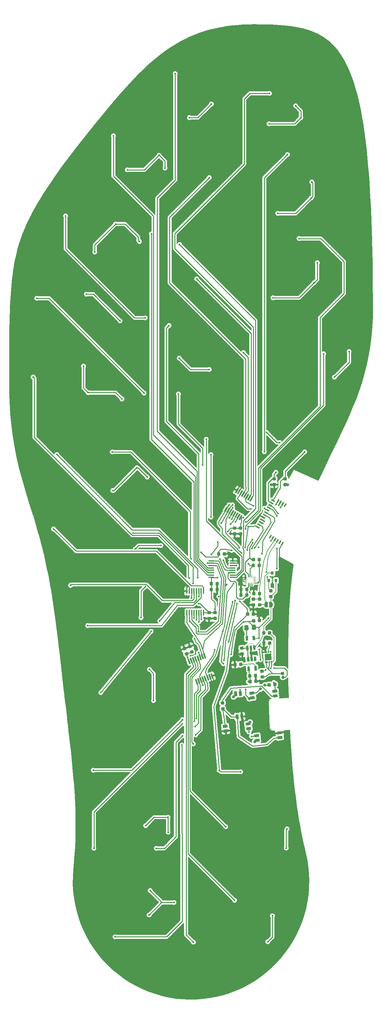
<source format=gbl>
G04 #@! TF.GenerationSoftware,KiCad,Pcbnew,(5.0.0)*
G04 #@! TF.CreationDate,2019-11-18T10:43:10+01:00*
G04 #@! TF.ProjectId,Insole_PCB,496E736F6C655F5043422E6B69636164,rev?*
G04 #@! TF.SameCoordinates,Original*
G04 #@! TF.FileFunction,Copper,L2,Bot,Signal*
G04 #@! TF.FilePolarity,Positive*
%FSLAX46Y46*%
G04 Gerber Fmt 4.6, Leading zero omitted, Abs format (unit mm)*
G04 Created by KiCad (PCBNEW (5.0.0)) date 11/18/19 10:43:10*
%MOMM*%
%LPD*%
G01*
G04 APERTURE LIST*
G04 #@! TA.AperFunction,ComponentPad*
%ADD10C,0.850000*%
G04 #@! TD*
G04 #@! TA.AperFunction,Conductor*
%ADD11C,0.850000*%
G04 #@! TD*
G04 #@! TA.AperFunction,Conductor*
%ADD12C,0.100000*%
G04 #@! TD*
G04 #@! TA.AperFunction,SMDPad,CuDef*
%ADD13R,0.675000X0.250000*%
G04 #@! TD*
G04 #@! TA.AperFunction,SMDPad,CuDef*
%ADD14R,0.250000X0.675000*%
G04 #@! TD*
G04 #@! TA.AperFunction,SMDPad,CuDef*
%ADD15C,0.875000*%
G04 #@! TD*
G04 #@! TA.AperFunction,SMDPad,CuDef*
%ADD16C,0.500000*%
G04 #@! TD*
G04 #@! TA.AperFunction,SMDPad,CuDef*
%ADD17C,1.150000*%
G04 #@! TD*
G04 #@! TA.AperFunction,SMDPad,CuDef*
%ADD18C,0.450000*%
G04 #@! TD*
G04 #@! TA.AperFunction,SMDPad,CuDef*
%ADD19R,1.500000X0.450000*%
G04 #@! TD*
G04 #@! TA.AperFunction,SMDPad,CuDef*
%ADD20R,0.450000X1.500000*%
G04 #@! TD*
G04 #@! TA.AperFunction,SMDPad,CuDef*
%ADD21R,0.800000X0.900000*%
G04 #@! TD*
G04 #@! TA.AperFunction,SMDPad,CuDef*
%ADD22C,0.650000*%
G04 #@! TD*
G04 #@! TA.AperFunction,SMDPad,CuDef*
%ADD23C,0.410000*%
G04 #@! TD*
G04 #@! TA.AperFunction,SMDPad,CuDef*
%ADD24C,1.800000*%
G04 #@! TD*
G04 #@! TA.AperFunction,SMDPad,CuDef*
%ADD25C,0.400000*%
G04 #@! TD*
G04 #@! TA.AperFunction,SMDPad,CuDef*
%ADD26C,0.800000*%
G04 #@! TD*
G04 #@! TA.AperFunction,ViaPad*
%ADD27C,0.500000*%
G04 #@! TD*
G04 #@! TA.AperFunction,ViaPad*
%ADD28C,0.800000*%
G04 #@! TD*
G04 #@! TA.AperFunction,Conductor*
%ADD29C,0.250000*%
G04 #@! TD*
G04 #@! TA.AperFunction,Conductor*
%ADD30C,0.160000*%
G04 #@! TD*
G04 #@! TA.AperFunction,Conductor*
%ADD31C,0.200000*%
G04 #@! TD*
G04 APERTURE END LIST*
D10*
G04 #@! TO.P,J2,2*
G04 #@! TO.N,+BATT*
X197019209Y-193508271D03*
D11*
G04 #@! TD*
G04 #@! TO.N,+BATT*
G04 #@! TO.C,J2*
X197019209Y-193508271D02*
X197019209Y-193508271D01*
D10*
G04 #@! TO.P,J2,1*
G04 #@! TO.N,-BATT*
X196949453Y-192510707D03*
D12*
G04 #@! TD*
G04 #@! TO.N,-BATT*
G04 #@! TO.C,J2*
G36*
X197343771Y-192057096D02*
X197403064Y-192905025D01*
X196555135Y-192964318D01*
X196495842Y-192116389D01*
X197343771Y-192057096D01*
X197343771Y-192057096D01*
G37*
D13*
G04 #@! TO.P,U2,11*
G04 #@! TO.N,N/C*
X189291953Y-166200707D03*
G04 #@! TO.P,U2,10*
X189291953Y-166700707D03*
G04 #@! TO.P,U2,9*
X189291953Y-167200707D03*
G04 #@! TO.P,U2,8*
G04 #@! TO.N,+3V3*
X189291953Y-167700707D03*
G04 #@! TO.P,U2,4*
G04 #@! TO.N,N/C*
X186766953Y-167700707D03*
G04 #@! TO.P,U2,3*
G04 #@! TO.N,GND*
X186766953Y-167200707D03*
G04 #@! TO.P,U2,2*
X186766953Y-166700707D03*
G04 #@! TO.P,U2,1*
X186766953Y-166200707D03*
D14*
G04 #@! TO.P,U2,7*
X188529453Y-167963207D03*
G04 #@! TO.P,U2,6*
X188029453Y-167963207D03*
G04 #@! TO.P,U2,5*
G04 #@! TO.N,+3V3*
X187529453Y-167963207D03*
G04 #@! TO.P,U2,12*
G04 #@! TO.N,N/C*
X188529453Y-165938207D03*
G04 #@! TO.P,U2,14*
G04 #@! TO.N,Net-(R2-Pad2)*
X187529453Y-165938207D03*
G04 #@! TO.P,U2,13*
G04 #@! TO.N,Net-(R3-Pad2)*
X188029453Y-165938207D03*
G04 #@! TD*
D12*
G04 #@! TO.N,-BATT*
G04 #@! TO.C,C1*
G36*
X191652359Y-192983196D02*
X191673496Y-192986947D01*
X191694163Y-192992751D01*
X191714162Y-193000554D01*
X191733300Y-193010279D01*
X191751393Y-193021833D01*
X191768266Y-193035104D01*
X191783757Y-193049966D01*
X191797716Y-193066275D01*
X191810010Y-193083873D01*
X191820520Y-193102591D01*
X191829144Y-193122250D01*
X191835800Y-193142659D01*
X191840424Y-193163622D01*
X191842970Y-193184938D01*
X191873488Y-193621372D01*
X191873933Y-193642834D01*
X191872272Y-193664237D01*
X191868521Y-193685374D01*
X191862717Y-193706042D01*
X191854914Y-193726041D01*
X191845189Y-193745179D01*
X191833635Y-193763271D01*
X191820364Y-193780144D01*
X191805502Y-193795635D01*
X191789193Y-193809594D01*
X191771595Y-193821888D01*
X191752877Y-193832398D01*
X191733218Y-193841022D01*
X191712809Y-193847678D01*
X191691846Y-193852302D01*
X191670530Y-193854848D01*
X191159278Y-193890598D01*
X191137816Y-193891043D01*
X191116413Y-193889382D01*
X191095276Y-193885631D01*
X191074609Y-193879827D01*
X191054610Y-193872024D01*
X191035472Y-193862299D01*
X191017379Y-193850745D01*
X191000506Y-193837474D01*
X190985015Y-193822612D01*
X190971056Y-193806303D01*
X190958762Y-193788705D01*
X190948252Y-193769987D01*
X190939628Y-193750328D01*
X190932972Y-193729919D01*
X190928348Y-193708956D01*
X190925802Y-193687640D01*
X190895284Y-193251206D01*
X190894839Y-193229744D01*
X190896500Y-193208341D01*
X190900251Y-193187204D01*
X190906055Y-193166536D01*
X190913858Y-193146537D01*
X190923583Y-193127399D01*
X190935137Y-193109307D01*
X190948408Y-193092434D01*
X190963270Y-193076943D01*
X190979579Y-193062984D01*
X190997177Y-193050690D01*
X191015895Y-193040180D01*
X191035554Y-193031556D01*
X191055963Y-193024900D01*
X191076926Y-193020276D01*
X191098242Y-193017730D01*
X191609494Y-192981980D01*
X191630956Y-192981535D01*
X191652359Y-192983196D01*
X191652359Y-192983196D01*
G37*
D15*
G04 #@! TD*
G04 #@! TO.P,C1,2*
G04 #@! TO.N,-BATT*
X191384386Y-193436289D03*
D12*
G04 #@! TO.N,Net-(C1-Pad1)*
G04 #@! TO.C,C1*
G36*
X191542493Y-191412032D02*
X191563630Y-191415783D01*
X191584297Y-191421587D01*
X191604296Y-191429390D01*
X191623434Y-191439115D01*
X191641527Y-191450669D01*
X191658400Y-191463940D01*
X191673891Y-191478802D01*
X191687850Y-191495111D01*
X191700144Y-191512709D01*
X191710654Y-191531427D01*
X191719278Y-191551086D01*
X191725934Y-191571495D01*
X191730558Y-191592458D01*
X191733104Y-191613774D01*
X191763622Y-192050208D01*
X191764067Y-192071670D01*
X191762406Y-192093073D01*
X191758655Y-192114210D01*
X191752851Y-192134878D01*
X191745048Y-192154877D01*
X191735323Y-192174015D01*
X191723769Y-192192107D01*
X191710498Y-192208980D01*
X191695636Y-192224471D01*
X191679327Y-192238430D01*
X191661729Y-192250724D01*
X191643011Y-192261234D01*
X191623352Y-192269858D01*
X191602943Y-192276514D01*
X191581980Y-192281138D01*
X191560664Y-192283684D01*
X191049412Y-192319434D01*
X191027950Y-192319879D01*
X191006547Y-192318218D01*
X190985410Y-192314467D01*
X190964743Y-192308663D01*
X190944744Y-192300860D01*
X190925606Y-192291135D01*
X190907513Y-192279581D01*
X190890640Y-192266310D01*
X190875149Y-192251448D01*
X190861190Y-192235139D01*
X190848896Y-192217541D01*
X190838386Y-192198823D01*
X190829762Y-192179164D01*
X190823106Y-192158755D01*
X190818482Y-192137792D01*
X190815936Y-192116476D01*
X190785418Y-191680042D01*
X190784973Y-191658580D01*
X190786634Y-191637177D01*
X190790385Y-191616040D01*
X190796189Y-191595372D01*
X190803992Y-191575373D01*
X190813717Y-191556235D01*
X190825271Y-191538143D01*
X190838542Y-191521270D01*
X190853404Y-191505779D01*
X190869713Y-191491820D01*
X190887311Y-191479526D01*
X190906029Y-191469016D01*
X190925688Y-191460392D01*
X190946097Y-191453736D01*
X190967060Y-191449112D01*
X190988376Y-191446566D01*
X191499628Y-191410816D01*
X191521090Y-191410371D01*
X191542493Y-191412032D01*
X191542493Y-191412032D01*
G37*
D15*
G04 #@! TD*
G04 #@! TO.P,C1,1*
G04 #@! TO.N,Net-(C1-Pad1)*
X191274520Y-191865125D03*
D12*
G04 #@! TO.N,+3V3*
G04 #@! TO.C,C2*
G36*
X170845690Y-186630961D02*
X170866767Y-186635034D01*
X170887343Y-186641153D01*
X170907221Y-186649260D01*
X170926208Y-186659276D01*
X170944122Y-186671105D01*
X170960790Y-186684633D01*
X170976052Y-186699730D01*
X170989761Y-186716249D01*
X171001785Y-186734033D01*
X171012008Y-186752910D01*
X171020331Y-186772698D01*
X171169965Y-187183813D01*
X171176308Y-187204321D01*
X171180611Y-187225353D01*
X171182832Y-187246705D01*
X171182949Y-187268172D01*
X171180961Y-187289546D01*
X171176888Y-187310624D01*
X171170769Y-187331200D01*
X171162662Y-187351078D01*
X171152646Y-187370065D01*
X171140817Y-187387979D01*
X171127289Y-187404647D01*
X171112192Y-187419909D01*
X171095673Y-187433618D01*
X171077889Y-187445642D01*
X171059012Y-187455865D01*
X171039224Y-187464188D01*
X170557632Y-187639473D01*
X170537123Y-187645816D01*
X170516092Y-187650119D01*
X170494740Y-187652340D01*
X170473273Y-187652457D01*
X170451898Y-187650469D01*
X170430821Y-187646396D01*
X170410245Y-187640277D01*
X170390367Y-187632170D01*
X170371380Y-187622154D01*
X170353466Y-187610325D01*
X170336798Y-187596797D01*
X170321536Y-187581700D01*
X170307827Y-187565181D01*
X170295803Y-187547397D01*
X170285580Y-187528520D01*
X170277257Y-187508732D01*
X170127623Y-187097617D01*
X170121280Y-187077109D01*
X170116977Y-187056077D01*
X170114756Y-187034725D01*
X170114639Y-187013258D01*
X170116627Y-186991884D01*
X170120700Y-186970806D01*
X170126819Y-186950230D01*
X170134926Y-186930352D01*
X170144942Y-186911365D01*
X170156771Y-186893451D01*
X170170299Y-186876783D01*
X170185396Y-186861521D01*
X170201915Y-186847812D01*
X170219699Y-186835788D01*
X170238576Y-186825565D01*
X170258364Y-186817242D01*
X170739956Y-186641957D01*
X170760465Y-186635614D01*
X170781496Y-186631311D01*
X170802848Y-186629090D01*
X170824315Y-186628973D01*
X170845690Y-186630961D01*
X170845690Y-186630961D01*
G37*
D15*
G04 #@! TD*
G04 #@! TO.P,C2,2*
G04 #@! TO.N,+3V3*
X170648794Y-187140715D03*
D12*
G04 #@! TO.N,GND*
G04 #@! TO.C,C2*
G36*
X170307008Y-185150945D02*
X170328085Y-185155018D01*
X170348661Y-185161137D01*
X170368539Y-185169244D01*
X170387526Y-185179260D01*
X170405440Y-185191089D01*
X170422108Y-185204617D01*
X170437370Y-185219714D01*
X170451079Y-185236233D01*
X170463103Y-185254017D01*
X170473326Y-185272894D01*
X170481649Y-185292682D01*
X170631283Y-185703797D01*
X170637626Y-185724305D01*
X170641929Y-185745337D01*
X170644150Y-185766689D01*
X170644267Y-185788156D01*
X170642279Y-185809530D01*
X170638206Y-185830608D01*
X170632087Y-185851184D01*
X170623980Y-185871062D01*
X170613964Y-185890049D01*
X170602135Y-185907963D01*
X170588607Y-185924631D01*
X170573510Y-185939893D01*
X170556991Y-185953602D01*
X170539207Y-185965626D01*
X170520330Y-185975849D01*
X170500542Y-185984172D01*
X170018950Y-186159457D01*
X169998441Y-186165800D01*
X169977410Y-186170103D01*
X169956058Y-186172324D01*
X169934591Y-186172441D01*
X169913216Y-186170453D01*
X169892139Y-186166380D01*
X169871563Y-186160261D01*
X169851685Y-186152154D01*
X169832698Y-186142138D01*
X169814784Y-186130309D01*
X169798116Y-186116781D01*
X169782854Y-186101684D01*
X169769145Y-186085165D01*
X169757121Y-186067381D01*
X169746898Y-186048504D01*
X169738575Y-186028716D01*
X169588941Y-185617601D01*
X169582598Y-185597093D01*
X169578295Y-185576061D01*
X169576074Y-185554709D01*
X169575957Y-185533242D01*
X169577945Y-185511868D01*
X169582018Y-185490790D01*
X169588137Y-185470214D01*
X169596244Y-185450336D01*
X169606260Y-185431349D01*
X169618089Y-185413435D01*
X169631617Y-185396767D01*
X169646714Y-185381505D01*
X169663233Y-185367796D01*
X169681017Y-185355772D01*
X169699894Y-185345549D01*
X169719682Y-185337226D01*
X170201274Y-185161941D01*
X170221783Y-185155598D01*
X170242814Y-185151295D01*
X170264166Y-185149074D01*
X170285633Y-185148957D01*
X170307008Y-185150945D01*
X170307008Y-185150945D01*
G37*
D15*
G04 #@! TD*
G04 #@! TO.P,C2,1*
G04 #@! TO.N,GND*
X170110112Y-185660699D03*
D12*
G04 #@! TO.N,+BATT*
G04 #@! TO.C,C3*
G36*
X186052862Y-185099518D02*
X186073930Y-185103637D01*
X186094493Y-185109801D01*
X186114353Y-185117951D01*
X186133318Y-185128009D01*
X186151207Y-185139877D01*
X186167845Y-185153441D01*
X186183074Y-185168571D01*
X186196747Y-185185121D01*
X186208732Y-185202931D01*
X186218914Y-185221830D01*
X186227194Y-185241636D01*
X186233492Y-185262158D01*
X186237749Y-185283199D01*
X186239923Y-185304555D01*
X186262820Y-185741455D01*
X186262890Y-185762922D01*
X186260856Y-185784293D01*
X186256737Y-185805361D01*
X186250573Y-185825924D01*
X186242423Y-185845784D01*
X186232365Y-185864749D01*
X186220497Y-185882638D01*
X186206933Y-185899276D01*
X186191803Y-185914505D01*
X186175254Y-185928178D01*
X186157443Y-185940163D01*
X186138544Y-185950345D01*
X186118738Y-185958624D01*
X186098216Y-185964923D01*
X186077175Y-185969180D01*
X186055818Y-185971354D01*
X185544021Y-185998176D01*
X185522554Y-185998246D01*
X185501184Y-185996212D01*
X185480116Y-185992093D01*
X185459553Y-185985929D01*
X185439693Y-185977779D01*
X185420728Y-185967721D01*
X185402839Y-185955853D01*
X185386201Y-185942289D01*
X185370972Y-185927159D01*
X185357299Y-185910609D01*
X185345314Y-185892799D01*
X185335132Y-185873900D01*
X185326852Y-185854094D01*
X185320554Y-185833572D01*
X185316297Y-185812531D01*
X185314123Y-185791175D01*
X185291226Y-185354275D01*
X185291156Y-185332808D01*
X185293190Y-185311437D01*
X185297309Y-185290369D01*
X185303473Y-185269806D01*
X185311623Y-185249946D01*
X185321681Y-185230981D01*
X185333549Y-185213092D01*
X185347113Y-185196454D01*
X185362243Y-185181225D01*
X185378792Y-185167552D01*
X185396603Y-185155567D01*
X185415502Y-185145385D01*
X185435308Y-185137106D01*
X185455830Y-185130807D01*
X185476871Y-185126550D01*
X185498228Y-185124376D01*
X186010025Y-185097554D01*
X186031492Y-185097484D01*
X186052862Y-185099518D01*
X186052862Y-185099518D01*
G37*
D15*
G04 #@! TD*
G04 #@! TO.P,C3,2*
G04 #@! TO.N,+BATT*
X185777023Y-185547865D03*
D12*
G04 #@! TO.N,GND*
G04 #@! TO.C,C3*
G36*
X186135292Y-186672360D02*
X186156360Y-186676479D01*
X186176923Y-186682643D01*
X186196783Y-186690793D01*
X186215748Y-186700851D01*
X186233637Y-186712719D01*
X186250275Y-186726283D01*
X186265504Y-186741413D01*
X186279177Y-186757963D01*
X186291162Y-186775773D01*
X186301344Y-186794672D01*
X186309624Y-186814478D01*
X186315922Y-186835000D01*
X186320179Y-186856041D01*
X186322353Y-186877397D01*
X186345250Y-187314297D01*
X186345320Y-187335764D01*
X186343286Y-187357135D01*
X186339167Y-187378203D01*
X186333003Y-187398766D01*
X186324853Y-187418626D01*
X186314795Y-187437591D01*
X186302927Y-187455480D01*
X186289363Y-187472118D01*
X186274233Y-187487347D01*
X186257684Y-187501020D01*
X186239873Y-187513005D01*
X186220974Y-187523187D01*
X186201168Y-187531466D01*
X186180646Y-187537765D01*
X186159605Y-187542022D01*
X186138248Y-187544196D01*
X185626451Y-187571018D01*
X185604984Y-187571088D01*
X185583614Y-187569054D01*
X185562546Y-187564935D01*
X185541983Y-187558771D01*
X185522123Y-187550621D01*
X185503158Y-187540563D01*
X185485269Y-187528695D01*
X185468631Y-187515131D01*
X185453402Y-187500001D01*
X185439729Y-187483451D01*
X185427744Y-187465641D01*
X185417562Y-187446742D01*
X185409282Y-187426936D01*
X185402984Y-187406414D01*
X185398727Y-187385373D01*
X185396553Y-187364017D01*
X185373656Y-186927117D01*
X185373586Y-186905650D01*
X185375620Y-186884279D01*
X185379739Y-186863211D01*
X185385903Y-186842648D01*
X185394053Y-186822788D01*
X185404111Y-186803823D01*
X185415979Y-186785934D01*
X185429543Y-186769296D01*
X185444673Y-186754067D01*
X185461222Y-186740394D01*
X185479033Y-186728409D01*
X185497932Y-186718227D01*
X185517738Y-186709948D01*
X185538260Y-186703649D01*
X185559301Y-186699392D01*
X185580658Y-186697218D01*
X186092455Y-186670396D01*
X186113922Y-186670326D01*
X186135292Y-186672360D01*
X186135292Y-186672360D01*
G37*
D15*
G04 #@! TD*
G04 #@! TO.P,C3,1*
G04 #@! TO.N,GND*
X185859453Y-187120707D03*
D12*
G04 #@! TO.N,GND*
G04 #@! TO.C,C4*
G36*
X190828565Y-177502955D02*
X190849702Y-177506706D01*
X190870370Y-177512510D01*
X190890369Y-177520313D01*
X190909507Y-177530038D01*
X190927599Y-177541592D01*
X190944472Y-177554863D01*
X190959963Y-177569725D01*
X190973922Y-177586034D01*
X190986216Y-177603632D01*
X190996726Y-177622350D01*
X191005350Y-177642009D01*
X191012006Y-177662418D01*
X191016630Y-177683381D01*
X191019176Y-177704697D01*
X191054926Y-178215949D01*
X191055371Y-178237411D01*
X191053710Y-178258814D01*
X191049959Y-178279951D01*
X191044155Y-178300618D01*
X191036352Y-178320617D01*
X191026627Y-178339755D01*
X191015073Y-178357848D01*
X191001802Y-178374721D01*
X190986940Y-178390212D01*
X190970631Y-178404171D01*
X190953033Y-178416465D01*
X190934315Y-178426975D01*
X190914656Y-178435599D01*
X190894247Y-178442255D01*
X190873284Y-178446879D01*
X190851968Y-178449425D01*
X190415534Y-178479943D01*
X190394072Y-178480388D01*
X190372669Y-178478727D01*
X190351532Y-178474976D01*
X190330864Y-178469172D01*
X190310865Y-178461369D01*
X190291727Y-178451644D01*
X190273635Y-178440090D01*
X190256762Y-178426819D01*
X190241271Y-178411957D01*
X190227312Y-178395648D01*
X190215018Y-178378050D01*
X190204508Y-178359332D01*
X190195884Y-178339673D01*
X190189228Y-178319264D01*
X190184604Y-178298301D01*
X190182058Y-178276985D01*
X190146308Y-177765733D01*
X190145863Y-177744271D01*
X190147524Y-177722868D01*
X190151275Y-177701731D01*
X190157079Y-177681064D01*
X190164882Y-177661065D01*
X190174607Y-177641927D01*
X190186161Y-177623834D01*
X190199432Y-177606961D01*
X190214294Y-177591470D01*
X190230603Y-177577511D01*
X190248201Y-177565217D01*
X190266919Y-177554707D01*
X190286578Y-177546083D01*
X190306987Y-177539427D01*
X190327950Y-177534803D01*
X190349266Y-177532257D01*
X190785700Y-177501739D01*
X190807162Y-177501294D01*
X190828565Y-177502955D01*
X190828565Y-177502955D01*
G37*
D15*
G04 #@! TD*
G04 #@! TO.P,C4,2*
G04 #@! TO.N,GND*
X190600617Y-177990841D03*
D12*
G04 #@! TO.N,+3V3*
G04 #@! TO.C,C4*
G36*
X189257401Y-177612821D02*
X189278538Y-177616572D01*
X189299206Y-177622376D01*
X189319205Y-177630179D01*
X189338343Y-177639904D01*
X189356435Y-177651458D01*
X189373308Y-177664729D01*
X189388799Y-177679591D01*
X189402758Y-177695900D01*
X189415052Y-177713498D01*
X189425562Y-177732216D01*
X189434186Y-177751875D01*
X189440842Y-177772284D01*
X189445466Y-177793247D01*
X189448012Y-177814563D01*
X189483762Y-178325815D01*
X189484207Y-178347277D01*
X189482546Y-178368680D01*
X189478795Y-178389817D01*
X189472991Y-178410484D01*
X189465188Y-178430483D01*
X189455463Y-178449621D01*
X189443909Y-178467714D01*
X189430638Y-178484587D01*
X189415776Y-178500078D01*
X189399467Y-178514037D01*
X189381869Y-178526331D01*
X189363151Y-178536841D01*
X189343492Y-178545465D01*
X189323083Y-178552121D01*
X189302120Y-178556745D01*
X189280804Y-178559291D01*
X188844370Y-178589809D01*
X188822908Y-178590254D01*
X188801505Y-178588593D01*
X188780368Y-178584842D01*
X188759700Y-178579038D01*
X188739701Y-178571235D01*
X188720563Y-178561510D01*
X188702471Y-178549956D01*
X188685598Y-178536685D01*
X188670107Y-178521823D01*
X188656148Y-178505514D01*
X188643854Y-178487916D01*
X188633344Y-178469198D01*
X188624720Y-178449539D01*
X188618064Y-178429130D01*
X188613440Y-178408167D01*
X188610894Y-178386851D01*
X188575144Y-177875599D01*
X188574699Y-177854137D01*
X188576360Y-177832734D01*
X188580111Y-177811597D01*
X188585915Y-177790930D01*
X188593718Y-177770931D01*
X188603443Y-177751793D01*
X188614997Y-177733700D01*
X188628268Y-177716827D01*
X188643130Y-177701336D01*
X188659439Y-177687377D01*
X188677037Y-177675083D01*
X188695755Y-177664573D01*
X188715414Y-177655949D01*
X188735823Y-177649293D01*
X188756786Y-177644669D01*
X188778102Y-177642123D01*
X189214536Y-177611605D01*
X189235998Y-177611160D01*
X189257401Y-177612821D01*
X189257401Y-177612821D01*
G37*
D15*
G04 #@! TD*
G04 #@! TO.P,C4,1*
G04 #@! TO.N,+3V3*
X189029453Y-178100707D03*
D12*
G04 #@! TO.N,+3V3*
G04 #@! TO.C,C5*
G36*
X172295690Y-186080961D02*
X172316767Y-186085034D01*
X172337343Y-186091153D01*
X172357221Y-186099260D01*
X172376208Y-186109276D01*
X172394122Y-186121105D01*
X172410790Y-186134633D01*
X172426052Y-186149730D01*
X172439761Y-186166249D01*
X172451785Y-186184033D01*
X172462008Y-186202910D01*
X172470331Y-186222698D01*
X172619965Y-186633813D01*
X172626308Y-186654321D01*
X172630611Y-186675353D01*
X172632832Y-186696705D01*
X172632949Y-186718172D01*
X172630961Y-186739546D01*
X172626888Y-186760624D01*
X172620769Y-186781200D01*
X172612662Y-186801078D01*
X172602646Y-186820065D01*
X172590817Y-186837979D01*
X172577289Y-186854647D01*
X172562192Y-186869909D01*
X172545673Y-186883618D01*
X172527889Y-186895642D01*
X172509012Y-186905865D01*
X172489224Y-186914188D01*
X172007632Y-187089473D01*
X171987123Y-187095816D01*
X171966092Y-187100119D01*
X171944740Y-187102340D01*
X171923273Y-187102457D01*
X171901898Y-187100469D01*
X171880821Y-187096396D01*
X171860245Y-187090277D01*
X171840367Y-187082170D01*
X171821380Y-187072154D01*
X171803466Y-187060325D01*
X171786798Y-187046797D01*
X171771536Y-187031700D01*
X171757827Y-187015181D01*
X171745803Y-186997397D01*
X171735580Y-186978520D01*
X171727257Y-186958732D01*
X171577623Y-186547617D01*
X171571280Y-186527109D01*
X171566977Y-186506077D01*
X171564756Y-186484725D01*
X171564639Y-186463258D01*
X171566627Y-186441884D01*
X171570700Y-186420806D01*
X171576819Y-186400230D01*
X171584926Y-186380352D01*
X171594942Y-186361365D01*
X171606771Y-186343451D01*
X171620299Y-186326783D01*
X171635396Y-186311521D01*
X171651915Y-186297812D01*
X171669699Y-186285788D01*
X171688576Y-186275565D01*
X171708364Y-186267242D01*
X172189956Y-186091957D01*
X172210465Y-186085614D01*
X172231496Y-186081311D01*
X172252848Y-186079090D01*
X172274315Y-186078973D01*
X172295690Y-186080961D01*
X172295690Y-186080961D01*
G37*
D15*
G04 #@! TD*
G04 #@! TO.P,C5,2*
G04 #@! TO.N,+3V3*
X172098794Y-186590715D03*
D12*
G04 #@! TO.N,GND*
G04 #@! TO.C,C5*
G36*
X171757008Y-184600945D02*
X171778085Y-184605018D01*
X171798661Y-184611137D01*
X171818539Y-184619244D01*
X171837526Y-184629260D01*
X171855440Y-184641089D01*
X171872108Y-184654617D01*
X171887370Y-184669714D01*
X171901079Y-184686233D01*
X171913103Y-184704017D01*
X171923326Y-184722894D01*
X171931649Y-184742682D01*
X172081283Y-185153797D01*
X172087626Y-185174305D01*
X172091929Y-185195337D01*
X172094150Y-185216689D01*
X172094267Y-185238156D01*
X172092279Y-185259530D01*
X172088206Y-185280608D01*
X172082087Y-185301184D01*
X172073980Y-185321062D01*
X172063964Y-185340049D01*
X172052135Y-185357963D01*
X172038607Y-185374631D01*
X172023510Y-185389893D01*
X172006991Y-185403602D01*
X171989207Y-185415626D01*
X171970330Y-185425849D01*
X171950542Y-185434172D01*
X171468950Y-185609457D01*
X171448441Y-185615800D01*
X171427410Y-185620103D01*
X171406058Y-185622324D01*
X171384591Y-185622441D01*
X171363216Y-185620453D01*
X171342139Y-185616380D01*
X171321563Y-185610261D01*
X171301685Y-185602154D01*
X171282698Y-185592138D01*
X171264784Y-185580309D01*
X171248116Y-185566781D01*
X171232854Y-185551684D01*
X171219145Y-185535165D01*
X171207121Y-185517381D01*
X171196898Y-185498504D01*
X171188575Y-185478716D01*
X171038941Y-185067601D01*
X171032598Y-185047093D01*
X171028295Y-185026061D01*
X171026074Y-185004709D01*
X171025957Y-184983242D01*
X171027945Y-184961868D01*
X171032018Y-184940790D01*
X171038137Y-184920214D01*
X171046244Y-184900336D01*
X171056260Y-184881349D01*
X171068089Y-184863435D01*
X171081617Y-184846767D01*
X171096714Y-184831505D01*
X171113233Y-184817796D01*
X171131017Y-184805772D01*
X171149894Y-184795549D01*
X171169682Y-184787226D01*
X171651274Y-184611941D01*
X171671783Y-184605598D01*
X171692814Y-184601295D01*
X171714166Y-184599074D01*
X171735633Y-184598957D01*
X171757008Y-184600945D01*
X171757008Y-184600945D01*
G37*
D15*
G04 #@! TD*
G04 #@! TO.P,C5,1*
G04 #@! TO.N,GND*
X171560112Y-185110699D03*
D12*
G04 #@! TO.N,+3V3*
G04 #@! TO.C,C6*
G36*
X178707144Y-175414260D02*
X178728379Y-175417410D01*
X178749203Y-175422626D01*
X178769415Y-175429858D01*
X178788821Y-175439037D01*
X178807234Y-175450073D01*
X178824477Y-175462861D01*
X178840383Y-175477277D01*
X178854799Y-175493183D01*
X178867587Y-175510426D01*
X178878623Y-175528839D01*
X178887802Y-175548245D01*
X178895034Y-175568457D01*
X178900250Y-175589281D01*
X178903400Y-175610516D01*
X178904453Y-175631957D01*
X178904453Y-176069457D01*
X178903400Y-176090898D01*
X178900250Y-176112133D01*
X178895034Y-176132957D01*
X178887802Y-176153169D01*
X178878623Y-176172575D01*
X178867587Y-176190988D01*
X178854799Y-176208231D01*
X178840383Y-176224137D01*
X178824477Y-176238553D01*
X178807234Y-176251341D01*
X178788821Y-176262377D01*
X178769415Y-176271556D01*
X178749203Y-176278788D01*
X178728379Y-176284004D01*
X178707144Y-176287154D01*
X178685703Y-176288207D01*
X178173203Y-176288207D01*
X178151762Y-176287154D01*
X178130527Y-176284004D01*
X178109703Y-176278788D01*
X178089491Y-176271556D01*
X178070085Y-176262377D01*
X178051672Y-176251341D01*
X178034429Y-176238553D01*
X178018523Y-176224137D01*
X178004107Y-176208231D01*
X177991319Y-176190988D01*
X177980283Y-176172575D01*
X177971104Y-176153169D01*
X177963872Y-176132957D01*
X177958656Y-176112133D01*
X177955506Y-176090898D01*
X177954453Y-176069457D01*
X177954453Y-175631957D01*
X177955506Y-175610516D01*
X177958656Y-175589281D01*
X177963872Y-175568457D01*
X177971104Y-175548245D01*
X177980283Y-175528839D01*
X177991319Y-175510426D01*
X178004107Y-175493183D01*
X178018523Y-175477277D01*
X178034429Y-175462861D01*
X178051672Y-175450073D01*
X178070085Y-175439037D01*
X178089491Y-175429858D01*
X178109703Y-175422626D01*
X178130527Y-175417410D01*
X178151762Y-175414260D01*
X178173203Y-175413207D01*
X178685703Y-175413207D01*
X178707144Y-175414260D01*
X178707144Y-175414260D01*
G37*
D15*
G04 #@! TD*
G04 #@! TO.P,C6,2*
G04 #@! TO.N,+3V3*
X178429453Y-175850707D03*
D12*
G04 #@! TO.N,GND*
G04 #@! TO.C,C6*
G36*
X178707144Y-176989260D02*
X178728379Y-176992410D01*
X178749203Y-176997626D01*
X178769415Y-177004858D01*
X178788821Y-177014037D01*
X178807234Y-177025073D01*
X178824477Y-177037861D01*
X178840383Y-177052277D01*
X178854799Y-177068183D01*
X178867587Y-177085426D01*
X178878623Y-177103839D01*
X178887802Y-177123245D01*
X178895034Y-177143457D01*
X178900250Y-177164281D01*
X178903400Y-177185516D01*
X178904453Y-177206957D01*
X178904453Y-177644457D01*
X178903400Y-177665898D01*
X178900250Y-177687133D01*
X178895034Y-177707957D01*
X178887802Y-177728169D01*
X178878623Y-177747575D01*
X178867587Y-177765988D01*
X178854799Y-177783231D01*
X178840383Y-177799137D01*
X178824477Y-177813553D01*
X178807234Y-177826341D01*
X178788821Y-177837377D01*
X178769415Y-177846556D01*
X178749203Y-177853788D01*
X178728379Y-177859004D01*
X178707144Y-177862154D01*
X178685703Y-177863207D01*
X178173203Y-177863207D01*
X178151762Y-177862154D01*
X178130527Y-177859004D01*
X178109703Y-177853788D01*
X178089491Y-177846556D01*
X178070085Y-177837377D01*
X178051672Y-177826341D01*
X178034429Y-177813553D01*
X178018523Y-177799137D01*
X178004107Y-177783231D01*
X177991319Y-177765988D01*
X177980283Y-177747575D01*
X177971104Y-177728169D01*
X177963872Y-177707957D01*
X177958656Y-177687133D01*
X177955506Y-177665898D01*
X177954453Y-177644457D01*
X177954453Y-177206957D01*
X177955506Y-177185516D01*
X177958656Y-177164281D01*
X177963872Y-177143457D01*
X177971104Y-177123245D01*
X177980283Y-177103839D01*
X177991319Y-177085426D01*
X178004107Y-177068183D01*
X178018523Y-177052277D01*
X178034429Y-177037861D01*
X178051672Y-177025073D01*
X178070085Y-177014037D01*
X178089491Y-177004858D01*
X178109703Y-176997626D01*
X178130527Y-176992410D01*
X178151762Y-176989260D01*
X178173203Y-176988207D01*
X178685703Y-176988207D01*
X178707144Y-176989260D01*
X178707144Y-176989260D01*
G37*
D15*
G04 #@! TD*
G04 #@! TO.P,C6,1*
G04 #@! TO.N,GND*
X178429453Y-177425707D03*
D12*
G04 #@! TO.N,+3V3*
G04 #@! TO.C,C7*
G36*
X177107144Y-175426760D02*
X177128379Y-175429910D01*
X177149203Y-175435126D01*
X177169415Y-175442358D01*
X177188821Y-175451537D01*
X177207234Y-175462573D01*
X177224477Y-175475361D01*
X177240383Y-175489777D01*
X177254799Y-175505683D01*
X177267587Y-175522926D01*
X177278623Y-175541339D01*
X177287802Y-175560745D01*
X177295034Y-175580957D01*
X177300250Y-175601781D01*
X177303400Y-175623016D01*
X177304453Y-175644457D01*
X177304453Y-176081957D01*
X177303400Y-176103398D01*
X177300250Y-176124633D01*
X177295034Y-176145457D01*
X177287802Y-176165669D01*
X177278623Y-176185075D01*
X177267587Y-176203488D01*
X177254799Y-176220731D01*
X177240383Y-176236637D01*
X177224477Y-176251053D01*
X177207234Y-176263841D01*
X177188821Y-176274877D01*
X177169415Y-176284056D01*
X177149203Y-176291288D01*
X177128379Y-176296504D01*
X177107144Y-176299654D01*
X177085703Y-176300707D01*
X176573203Y-176300707D01*
X176551762Y-176299654D01*
X176530527Y-176296504D01*
X176509703Y-176291288D01*
X176489491Y-176284056D01*
X176470085Y-176274877D01*
X176451672Y-176263841D01*
X176434429Y-176251053D01*
X176418523Y-176236637D01*
X176404107Y-176220731D01*
X176391319Y-176203488D01*
X176380283Y-176185075D01*
X176371104Y-176165669D01*
X176363872Y-176145457D01*
X176358656Y-176124633D01*
X176355506Y-176103398D01*
X176354453Y-176081957D01*
X176354453Y-175644457D01*
X176355506Y-175623016D01*
X176358656Y-175601781D01*
X176363872Y-175580957D01*
X176371104Y-175560745D01*
X176380283Y-175541339D01*
X176391319Y-175522926D01*
X176404107Y-175505683D01*
X176418523Y-175489777D01*
X176434429Y-175475361D01*
X176451672Y-175462573D01*
X176470085Y-175451537D01*
X176489491Y-175442358D01*
X176509703Y-175435126D01*
X176530527Y-175429910D01*
X176551762Y-175426760D01*
X176573203Y-175425707D01*
X177085703Y-175425707D01*
X177107144Y-175426760D01*
X177107144Y-175426760D01*
G37*
D15*
G04 #@! TD*
G04 #@! TO.P,C7,2*
G04 #@! TO.N,+3V3*
X176829453Y-175863207D03*
D12*
G04 #@! TO.N,GND*
G04 #@! TO.C,C7*
G36*
X177107144Y-177001760D02*
X177128379Y-177004910D01*
X177149203Y-177010126D01*
X177169415Y-177017358D01*
X177188821Y-177026537D01*
X177207234Y-177037573D01*
X177224477Y-177050361D01*
X177240383Y-177064777D01*
X177254799Y-177080683D01*
X177267587Y-177097926D01*
X177278623Y-177116339D01*
X177287802Y-177135745D01*
X177295034Y-177155957D01*
X177300250Y-177176781D01*
X177303400Y-177198016D01*
X177304453Y-177219457D01*
X177304453Y-177656957D01*
X177303400Y-177678398D01*
X177300250Y-177699633D01*
X177295034Y-177720457D01*
X177287802Y-177740669D01*
X177278623Y-177760075D01*
X177267587Y-177778488D01*
X177254799Y-177795731D01*
X177240383Y-177811637D01*
X177224477Y-177826053D01*
X177207234Y-177838841D01*
X177188821Y-177849877D01*
X177169415Y-177859056D01*
X177149203Y-177866288D01*
X177128379Y-177871504D01*
X177107144Y-177874654D01*
X177085703Y-177875707D01*
X176573203Y-177875707D01*
X176551762Y-177874654D01*
X176530527Y-177871504D01*
X176509703Y-177866288D01*
X176489491Y-177859056D01*
X176470085Y-177849877D01*
X176451672Y-177838841D01*
X176434429Y-177826053D01*
X176418523Y-177811637D01*
X176404107Y-177795731D01*
X176391319Y-177778488D01*
X176380283Y-177760075D01*
X176371104Y-177740669D01*
X176363872Y-177720457D01*
X176358656Y-177699633D01*
X176355506Y-177678398D01*
X176354453Y-177656957D01*
X176354453Y-177219457D01*
X176355506Y-177198016D01*
X176358656Y-177176781D01*
X176363872Y-177155957D01*
X176371104Y-177135745D01*
X176380283Y-177116339D01*
X176391319Y-177097926D01*
X176404107Y-177080683D01*
X176418523Y-177064777D01*
X176434429Y-177050361D01*
X176451672Y-177037573D01*
X176470085Y-177026537D01*
X176489491Y-177017358D01*
X176509703Y-177010126D01*
X176530527Y-177004910D01*
X176551762Y-177001760D01*
X176573203Y-177000707D01*
X177085703Y-177000707D01*
X177107144Y-177001760D01*
X177107144Y-177001760D01*
G37*
D15*
G04 #@! TD*
G04 #@! TO.P,C7,1*
G04 #@! TO.N,GND*
X176829453Y-177438207D03*
D12*
G04 #@! TO.N,+3V3*
G04 #@! TO.C,C8*
G36*
X177669644Y-169076760D02*
X177690879Y-169079910D01*
X177711703Y-169085126D01*
X177731915Y-169092358D01*
X177751321Y-169101537D01*
X177769734Y-169112573D01*
X177786977Y-169125361D01*
X177802883Y-169139777D01*
X177817299Y-169155683D01*
X177830087Y-169172926D01*
X177841123Y-169191339D01*
X177850302Y-169210745D01*
X177857534Y-169230957D01*
X177862750Y-169251781D01*
X177865900Y-169273016D01*
X177866953Y-169294457D01*
X177866953Y-169806957D01*
X177865900Y-169828398D01*
X177862750Y-169849633D01*
X177857534Y-169870457D01*
X177850302Y-169890669D01*
X177841123Y-169910075D01*
X177830087Y-169928488D01*
X177817299Y-169945731D01*
X177802883Y-169961637D01*
X177786977Y-169976053D01*
X177769734Y-169988841D01*
X177751321Y-169999877D01*
X177731915Y-170009056D01*
X177711703Y-170016288D01*
X177690879Y-170021504D01*
X177669644Y-170024654D01*
X177648203Y-170025707D01*
X177210703Y-170025707D01*
X177189262Y-170024654D01*
X177168027Y-170021504D01*
X177147203Y-170016288D01*
X177126991Y-170009056D01*
X177107585Y-169999877D01*
X177089172Y-169988841D01*
X177071929Y-169976053D01*
X177056023Y-169961637D01*
X177041607Y-169945731D01*
X177028819Y-169928488D01*
X177017783Y-169910075D01*
X177008604Y-169890669D01*
X177001372Y-169870457D01*
X176996156Y-169849633D01*
X176993006Y-169828398D01*
X176991953Y-169806957D01*
X176991953Y-169294457D01*
X176993006Y-169273016D01*
X176996156Y-169251781D01*
X177001372Y-169230957D01*
X177008604Y-169210745D01*
X177017783Y-169191339D01*
X177028819Y-169172926D01*
X177041607Y-169155683D01*
X177056023Y-169139777D01*
X177071929Y-169125361D01*
X177089172Y-169112573D01*
X177107585Y-169101537D01*
X177126991Y-169092358D01*
X177147203Y-169085126D01*
X177168027Y-169079910D01*
X177189262Y-169076760D01*
X177210703Y-169075707D01*
X177648203Y-169075707D01*
X177669644Y-169076760D01*
X177669644Y-169076760D01*
G37*
D15*
G04 #@! TD*
G04 #@! TO.P,C8,2*
G04 #@! TO.N,+3V3*
X177429453Y-169550707D03*
D12*
G04 #@! TO.N,GND*
G04 #@! TO.C,C8*
G36*
X179244644Y-169076760D02*
X179265879Y-169079910D01*
X179286703Y-169085126D01*
X179306915Y-169092358D01*
X179326321Y-169101537D01*
X179344734Y-169112573D01*
X179361977Y-169125361D01*
X179377883Y-169139777D01*
X179392299Y-169155683D01*
X179405087Y-169172926D01*
X179416123Y-169191339D01*
X179425302Y-169210745D01*
X179432534Y-169230957D01*
X179437750Y-169251781D01*
X179440900Y-169273016D01*
X179441953Y-169294457D01*
X179441953Y-169806957D01*
X179440900Y-169828398D01*
X179437750Y-169849633D01*
X179432534Y-169870457D01*
X179425302Y-169890669D01*
X179416123Y-169910075D01*
X179405087Y-169928488D01*
X179392299Y-169945731D01*
X179377883Y-169961637D01*
X179361977Y-169976053D01*
X179344734Y-169988841D01*
X179326321Y-169999877D01*
X179306915Y-170009056D01*
X179286703Y-170016288D01*
X179265879Y-170021504D01*
X179244644Y-170024654D01*
X179223203Y-170025707D01*
X178785703Y-170025707D01*
X178764262Y-170024654D01*
X178743027Y-170021504D01*
X178722203Y-170016288D01*
X178701991Y-170009056D01*
X178682585Y-169999877D01*
X178664172Y-169988841D01*
X178646929Y-169976053D01*
X178631023Y-169961637D01*
X178616607Y-169945731D01*
X178603819Y-169928488D01*
X178592783Y-169910075D01*
X178583604Y-169890669D01*
X178576372Y-169870457D01*
X178571156Y-169849633D01*
X178568006Y-169828398D01*
X178566953Y-169806957D01*
X178566953Y-169294457D01*
X178568006Y-169273016D01*
X178571156Y-169251781D01*
X178576372Y-169230957D01*
X178583604Y-169210745D01*
X178592783Y-169191339D01*
X178603819Y-169172926D01*
X178616607Y-169155683D01*
X178631023Y-169139777D01*
X178646929Y-169125361D01*
X178664172Y-169112573D01*
X178682585Y-169101537D01*
X178701991Y-169092358D01*
X178722203Y-169085126D01*
X178743027Y-169079910D01*
X178764262Y-169076760D01*
X178785703Y-169075707D01*
X179223203Y-169075707D01*
X179244644Y-169076760D01*
X179244644Y-169076760D01*
G37*
D15*
G04 #@! TD*
G04 #@! TO.P,C8,1*
G04 #@! TO.N,GND*
X179004453Y-169550707D03*
D12*
G04 #@! TO.N,+3V3*
G04 #@! TO.C,C9*
G36*
X177669644Y-167476760D02*
X177690879Y-167479910D01*
X177711703Y-167485126D01*
X177731915Y-167492358D01*
X177751321Y-167501537D01*
X177769734Y-167512573D01*
X177786977Y-167525361D01*
X177802883Y-167539777D01*
X177817299Y-167555683D01*
X177830087Y-167572926D01*
X177841123Y-167591339D01*
X177850302Y-167610745D01*
X177857534Y-167630957D01*
X177862750Y-167651781D01*
X177865900Y-167673016D01*
X177866953Y-167694457D01*
X177866953Y-168206957D01*
X177865900Y-168228398D01*
X177862750Y-168249633D01*
X177857534Y-168270457D01*
X177850302Y-168290669D01*
X177841123Y-168310075D01*
X177830087Y-168328488D01*
X177817299Y-168345731D01*
X177802883Y-168361637D01*
X177786977Y-168376053D01*
X177769734Y-168388841D01*
X177751321Y-168399877D01*
X177731915Y-168409056D01*
X177711703Y-168416288D01*
X177690879Y-168421504D01*
X177669644Y-168424654D01*
X177648203Y-168425707D01*
X177210703Y-168425707D01*
X177189262Y-168424654D01*
X177168027Y-168421504D01*
X177147203Y-168416288D01*
X177126991Y-168409056D01*
X177107585Y-168399877D01*
X177089172Y-168388841D01*
X177071929Y-168376053D01*
X177056023Y-168361637D01*
X177041607Y-168345731D01*
X177028819Y-168328488D01*
X177017783Y-168310075D01*
X177008604Y-168290669D01*
X177001372Y-168270457D01*
X176996156Y-168249633D01*
X176993006Y-168228398D01*
X176991953Y-168206957D01*
X176991953Y-167694457D01*
X176993006Y-167673016D01*
X176996156Y-167651781D01*
X177001372Y-167630957D01*
X177008604Y-167610745D01*
X177017783Y-167591339D01*
X177028819Y-167572926D01*
X177041607Y-167555683D01*
X177056023Y-167539777D01*
X177071929Y-167525361D01*
X177089172Y-167512573D01*
X177107585Y-167501537D01*
X177126991Y-167492358D01*
X177147203Y-167485126D01*
X177168027Y-167479910D01*
X177189262Y-167476760D01*
X177210703Y-167475707D01*
X177648203Y-167475707D01*
X177669644Y-167476760D01*
X177669644Y-167476760D01*
G37*
D15*
G04 #@! TD*
G04 #@! TO.P,C9,2*
G04 #@! TO.N,+3V3*
X177429453Y-167950707D03*
D12*
G04 #@! TO.N,GND*
G04 #@! TO.C,C9*
G36*
X179244644Y-167476760D02*
X179265879Y-167479910D01*
X179286703Y-167485126D01*
X179306915Y-167492358D01*
X179326321Y-167501537D01*
X179344734Y-167512573D01*
X179361977Y-167525361D01*
X179377883Y-167539777D01*
X179392299Y-167555683D01*
X179405087Y-167572926D01*
X179416123Y-167591339D01*
X179425302Y-167610745D01*
X179432534Y-167630957D01*
X179437750Y-167651781D01*
X179440900Y-167673016D01*
X179441953Y-167694457D01*
X179441953Y-168206957D01*
X179440900Y-168228398D01*
X179437750Y-168249633D01*
X179432534Y-168270457D01*
X179425302Y-168290669D01*
X179416123Y-168310075D01*
X179405087Y-168328488D01*
X179392299Y-168345731D01*
X179377883Y-168361637D01*
X179361977Y-168376053D01*
X179344734Y-168388841D01*
X179326321Y-168399877D01*
X179306915Y-168409056D01*
X179286703Y-168416288D01*
X179265879Y-168421504D01*
X179244644Y-168424654D01*
X179223203Y-168425707D01*
X178785703Y-168425707D01*
X178764262Y-168424654D01*
X178743027Y-168421504D01*
X178722203Y-168416288D01*
X178701991Y-168409056D01*
X178682585Y-168399877D01*
X178664172Y-168388841D01*
X178646929Y-168376053D01*
X178631023Y-168361637D01*
X178616607Y-168345731D01*
X178603819Y-168328488D01*
X178592783Y-168310075D01*
X178583604Y-168290669D01*
X178576372Y-168270457D01*
X178571156Y-168249633D01*
X178568006Y-168228398D01*
X178566953Y-168206957D01*
X178566953Y-167694457D01*
X178568006Y-167673016D01*
X178571156Y-167651781D01*
X178576372Y-167630957D01*
X178583604Y-167610745D01*
X178592783Y-167591339D01*
X178603819Y-167572926D01*
X178616607Y-167555683D01*
X178631023Y-167539777D01*
X178646929Y-167525361D01*
X178664172Y-167512573D01*
X178682585Y-167501537D01*
X178701991Y-167492358D01*
X178722203Y-167485126D01*
X178743027Y-167479910D01*
X178764262Y-167476760D01*
X178785703Y-167475707D01*
X179223203Y-167475707D01*
X179244644Y-167476760D01*
X179244644Y-167476760D01*
G37*
D15*
G04 #@! TD*
G04 #@! TO.P,C9,1*
G04 #@! TO.N,GND*
X179004453Y-167950707D03*
D12*
G04 #@! TO.N,+3V3*
G04 #@! TO.C,C10*
G36*
X184082144Y-152289260D02*
X184103379Y-152292410D01*
X184124203Y-152297626D01*
X184144415Y-152304858D01*
X184163821Y-152314037D01*
X184182234Y-152325073D01*
X184199477Y-152337861D01*
X184215383Y-152352277D01*
X184229799Y-152368183D01*
X184242587Y-152385426D01*
X184253623Y-152403839D01*
X184262802Y-152423245D01*
X184270034Y-152443457D01*
X184275250Y-152464281D01*
X184278400Y-152485516D01*
X184279453Y-152506957D01*
X184279453Y-152944457D01*
X184278400Y-152965898D01*
X184275250Y-152987133D01*
X184270034Y-153007957D01*
X184262802Y-153028169D01*
X184253623Y-153047575D01*
X184242587Y-153065988D01*
X184229799Y-153083231D01*
X184215383Y-153099137D01*
X184199477Y-153113553D01*
X184182234Y-153126341D01*
X184163821Y-153137377D01*
X184144415Y-153146556D01*
X184124203Y-153153788D01*
X184103379Y-153159004D01*
X184082144Y-153162154D01*
X184060703Y-153163207D01*
X183548203Y-153163207D01*
X183526762Y-153162154D01*
X183505527Y-153159004D01*
X183484703Y-153153788D01*
X183464491Y-153146556D01*
X183445085Y-153137377D01*
X183426672Y-153126341D01*
X183409429Y-153113553D01*
X183393523Y-153099137D01*
X183379107Y-153083231D01*
X183366319Y-153065988D01*
X183355283Y-153047575D01*
X183346104Y-153028169D01*
X183338872Y-153007957D01*
X183333656Y-152987133D01*
X183330506Y-152965898D01*
X183329453Y-152944457D01*
X183329453Y-152506957D01*
X183330506Y-152485516D01*
X183333656Y-152464281D01*
X183338872Y-152443457D01*
X183346104Y-152423245D01*
X183355283Y-152403839D01*
X183366319Y-152385426D01*
X183379107Y-152368183D01*
X183393523Y-152352277D01*
X183409429Y-152337861D01*
X183426672Y-152325073D01*
X183445085Y-152314037D01*
X183464491Y-152304858D01*
X183484703Y-152297626D01*
X183505527Y-152292410D01*
X183526762Y-152289260D01*
X183548203Y-152288207D01*
X184060703Y-152288207D01*
X184082144Y-152289260D01*
X184082144Y-152289260D01*
G37*
D15*
G04 #@! TD*
G04 #@! TO.P,C10,2*
G04 #@! TO.N,+3V3*
X183804453Y-152725707D03*
D12*
G04 #@! TO.N,GND*
G04 #@! TO.C,C10*
G36*
X184082144Y-153864260D02*
X184103379Y-153867410D01*
X184124203Y-153872626D01*
X184144415Y-153879858D01*
X184163821Y-153889037D01*
X184182234Y-153900073D01*
X184199477Y-153912861D01*
X184215383Y-153927277D01*
X184229799Y-153943183D01*
X184242587Y-153960426D01*
X184253623Y-153978839D01*
X184262802Y-153998245D01*
X184270034Y-154018457D01*
X184275250Y-154039281D01*
X184278400Y-154060516D01*
X184279453Y-154081957D01*
X184279453Y-154519457D01*
X184278400Y-154540898D01*
X184275250Y-154562133D01*
X184270034Y-154582957D01*
X184262802Y-154603169D01*
X184253623Y-154622575D01*
X184242587Y-154640988D01*
X184229799Y-154658231D01*
X184215383Y-154674137D01*
X184199477Y-154688553D01*
X184182234Y-154701341D01*
X184163821Y-154712377D01*
X184144415Y-154721556D01*
X184124203Y-154728788D01*
X184103379Y-154734004D01*
X184082144Y-154737154D01*
X184060703Y-154738207D01*
X183548203Y-154738207D01*
X183526762Y-154737154D01*
X183505527Y-154734004D01*
X183484703Y-154728788D01*
X183464491Y-154721556D01*
X183445085Y-154712377D01*
X183426672Y-154701341D01*
X183409429Y-154688553D01*
X183393523Y-154674137D01*
X183379107Y-154658231D01*
X183366319Y-154640988D01*
X183355283Y-154622575D01*
X183346104Y-154603169D01*
X183338872Y-154582957D01*
X183333656Y-154562133D01*
X183330506Y-154540898D01*
X183329453Y-154519457D01*
X183329453Y-154081957D01*
X183330506Y-154060516D01*
X183333656Y-154039281D01*
X183338872Y-154018457D01*
X183346104Y-153998245D01*
X183355283Y-153978839D01*
X183366319Y-153960426D01*
X183379107Y-153943183D01*
X183393523Y-153927277D01*
X183409429Y-153912861D01*
X183426672Y-153900073D01*
X183445085Y-153889037D01*
X183464491Y-153879858D01*
X183484703Y-153872626D01*
X183505527Y-153867410D01*
X183526762Y-153864260D01*
X183548203Y-153863207D01*
X184060703Y-153863207D01*
X184082144Y-153864260D01*
X184082144Y-153864260D01*
G37*
D15*
G04 #@! TD*
G04 #@! TO.P,C10,1*
G04 #@! TO.N,GND*
X183804453Y-154300707D03*
D12*
G04 #@! TO.N,+3V3*
G04 #@! TO.C,C11*
G36*
X185707144Y-152301760D02*
X185728379Y-152304910D01*
X185749203Y-152310126D01*
X185769415Y-152317358D01*
X185788821Y-152326537D01*
X185807234Y-152337573D01*
X185824477Y-152350361D01*
X185840383Y-152364777D01*
X185854799Y-152380683D01*
X185867587Y-152397926D01*
X185878623Y-152416339D01*
X185887802Y-152435745D01*
X185895034Y-152455957D01*
X185900250Y-152476781D01*
X185903400Y-152498016D01*
X185904453Y-152519457D01*
X185904453Y-152956957D01*
X185903400Y-152978398D01*
X185900250Y-152999633D01*
X185895034Y-153020457D01*
X185887802Y-153040669D01*
X185878623Y-153060075D01*
X185867587Y-153078488D01*
X185854799Y-153095731D01*
X185840383Y-153111637D01*
X185824477Y-153126053D01*
X185807234Y-153138841D01*
X185788821Y-153149877D01*
X185769415Y-153159056D01*
X185749203Y-153166288D01*
X185728379Y-153171504D01*
X185707144Y-153174654D01*
X185685703Y-153175707D01*
X185173203Y-153175707D01*
X185151762Y-153174654D01*
X185130527Y-153171504D01*
X185109703Y-153166288D01*
X185089491Y-153159056D01*
X185070085Y-153149877D01*
X185051672Y-153138841D01*
X185034429Y-153126053D01*
X185018523Y-153111637D01*
X185004107Y-153095731D01*
X184991319Y-153078488D01*
X184980283Y-153060075D01*
X184971104Y-153040669D01*
X184963872Y-153020457D01*
X184958656Y-152999633D01*
X184955506Y-152978398D01*
X184954453Y-152956957D01*
X184954453Y-152519457D01*
X184955506Y-152498016D01*
X184958656Y-152476781D01*
X184963872Y-152455957D01*
X184971104Y-152435745D01*
X184980283Y-152416339D01*
X184991319Y-152397926D01*
X185004107Y-152380683D01*
X185018523Y-152364777D01*
X185034429Y-152350361D01*
X185051672Y-152337573D01*
X185070085Y-152326537D01*
X185089491Y-152317358D01*
X185109703Y-152310126D01*
X185130527Y-152304910D01*
X185151762Y-152301760D01*
X185173203Y-152300707D01*
X185685703Y-152300707D01*
X185707144Y-152301760D01*
X185707144Y-152301760D01*
G37*
D15*
G04 #@! TD*
G04 #@! TO.P,C11,2*
G04 #@! TO.N,+3V3*
X185429453Y-152738207D03*
D12*
G04 #@! TO.N,GND*
G04 #@! TO.C,C11*
G36*
X185707144Y-153876760D02*
X185728379Y-153879910D01*
X185749203Y-153885126D01*
X185769415Y-153892358D01*
X185788821Y-153901537D01*
X185807234Y-153912573D01*
X185824477Y-153925361D01*
X185840383Y-153939777D01*
X185854799Y-153955683D01*
X185867587Y-153972926D01*
X185878623Y-153991339D01*
X185887802Y-154010745D01*
X185895034Y-154030957D01*
X185900250Y-154051781D01*
X185903400Y-154073016D01*
X185904453Y-154094457D01*
X185904453Y-154531957D01*
X185903400Y-154553398D01*
X185900250Y-154574633D01*
X185895034Y-154595457D01*
X185887802Y-154615669D01*
X185878623Y-154635075D01*
X185867587Y-154653488D01*
X185854799Y-154670731D01*
X185840383Y-154686637D01*
X185824477Y-154701053D01*
X185807234Y-154713841D01*
X185788821Y-154724877D01*
X185769415Y-154734056D01*
X185749203Y-154741288D01*
X185728379Y-154746504D01*
X185707144Y-154749654D01*
X185685703Y-154750707D01*
X185173203Y-154750707D01*
X185151762Y-154749654D01*
X185130527Y-154746504D01*
X185109703Y-154741288D01*
X185089491Y-154734056D01*
X185070085Y-154724877D01*
X185051672Y-154713841D01*
X185034429Y-154701053D01*
X185018523Y-154686637D01*
X185004107Y-154670731D01*
X184991319Y-154653488D01*
X184980283Y-154635075D01*
X184971104Y-154615669D01*
X184963872Y-154595457D01*
X184958656Y-154574633D01*
X184955506Y-154553398D01*
X184954453Y-154531957D01*
X184954453Y-154094457D01*
X184955506Y-154073016D01*
X184958656Y-154051781D01*
X184963872Y-154030957D01*
X184971104Y-154010745D01*
X184980283Y-153991339D01*
X184991319Y-153972926D01*
X185004107Y-153955683D01*
X185018523Y-153939777D01*
X185034429Y-153925361D01*
X185051672Y-153912573D01*
X185070085Y-153901537D01*
X185089491Y-153892358D01*
X185109703Y-153885126D01*
X185130527Y-153879910D01*
X185151762Y-153876760D01*
X185173203Y-153875707D01*
X185685703Y-153875707D01*
X185707144Y-153876760D01*
X185707144Y-153876760D01*
G37*
D15*
G04 #@! TD*
G04 #@! TO.P,C11,1*
G04 #@! TO.N,GND*
X185429453Y-154313207D03*
D12*
G04 #@! TO.N,+3V3*
G04 #@! TO.C,C12*
G36*
X187369644Y-170576760D02*
X187390879Y-170579910D01*
X187411703Y-170585126D01*
X187431915Y-170592358D01*
X187451321Y-170601537D01*
X187469734Y-170612573D01*
X187486977Y-170625361D01*
X187502883Y-170639777D01*
X187517299Y-170655683D01*
X187530087Y-170672926D01*
X187541123Y-170691339D01*
X187550302Y-170710745D01*
X187557534Y-170730957D01*
X187562750Y-170751781D01*
X187565900Y-170773016D01*
X187566953Y-170794457D01*
X187566953Y-171306957D01*
X187565900Y-171328398D01*
X187562750Y-171349633D01*
X187557534Y-171370457D01*
X187550302Y-171390669D01*
X187541123Y-171410075D01*
X187530087Y-171428488D01*
X187517299Y-171445731D01*
X187502883Y-171461637D01*
X187486977Y-171476053D01*
X187469734Y-171488841D01*
X187451321Y-171499877D01*
X187431915Y-171509056D01*
X187411703Y-171516288D01*
X187390879Y-171521504D01*
X187369644Y-171524654D01*
X187348203Y-171525707D01*
X186910703Y-171525707D01*
X186889262Y-171524654D01*
X186868027Y-171521504D01*
X186847203Y-171516288D01*
X186826991Y-171509056D01*
X186807585Y-171499877D01*
X186789172Y-171488841D01*
X186771929Y-171476053D01*
X186756023Y-171461637D01*
X186741607Y-171445731D01*
X186728819Y-171428488D01*
X186717783Y-171410075D01*
X186708604Y-171390669D01*
X186701372Y-171370457D01*
X186696156Y-171349633D01*
X186693006Y-171328398D01*
X186691953Y-171306957D01*
X186691953Y-170794457D01*
X186693006Y-170773016D01*
X186696156Y-170751781D01*
X186701372Y-170730957D01*
X186708604Y-170710745D01*
X186717783Y-170691339D01*
X186728819Y-170672926D01*
X186741607Y-170655683D01*
X186756023Y-170639777D01*
X186771929Y-170625361D01*
X186789172Y-170612573D01*
X186807585Y-170601537D01*
X186826991Y-170592358D01*
X186847203Y-170585126D01*
X186868027Y-170579910D01*
X186889262Y-170576760D01*
X186910703Y-170575707D01*
X187348203Y-170575707D01*
X187369644Y-170576760D01*
X187369644Y-170576760D01*
G37*
D15*
G04 #@! TD*
G04 #@! TO.P,C12,2*
G04 #@! TO.N,+3V3*
X187129453Y-171050707D03*
D12*
G04 #@! TO.N,GND*
G04 #@! TO.C,C12*
G36*
X185794644Y-170576760D02*
X185815879Y-170579910D01*
X185836703Y-170585126D01*
X185856915Y-170592358D01*
X185876321Y-170601537D01*
X185894734Y-170612573D01*
X185911977Y-170625361D01*
X185927883Y-170639777D01*
X185942299Y-170655683D01*
X185955087Y-170672926D01*
X185966123Y-170691339D01*
X185975302Y-170710745D01*
X185982534Y-170730957D01*
X185987750Y-170751781D01*
X185990900Y-170773016D01*
X185991953Y-170794457D01*
X185991953Y-171306957D01*
X185990900Y-171328398D01*
X185987750Y-171349633D01*
X185982534Y-171370457D01*
X185975302Y-171390669D01*
X185966123Y-171410075D01*
X185955087Y-171428488D01*
X185942299Y-171445731D01*
X185927883Y-171461637D01*
X185911977Y-171476053D01*
X185894734Y-171488841D01*
X185876321Y-171499877D01*
X185856915Y-171509056D01*
X185836703Y-171516288D01*
X185815879Y-171521504D01*
X185794644Y-171524654D01*
X185773203Y-171525707D01*
X185335703Y-171525707D01*
X185314262Y-171524654D01*
X185293027Y-171521504D01*
X185272203Y-171516288D01*
X185251991Y-171509056D01*
X185232585Y-171499877D01*
X185214172Y-171488841D01*
X185196929Y-171476053D01*
X185181023Y-171461637D01*
X185166607Y-171445731D01*
X185153819Y-171428488D01*
X185142783Y-171410075D01*
X185133604Y-171390669D01*
X185126372Y-171370457D01*
X185121156Y-171349633D01*
X185118006Y-171328398D01*
X185116953Y-171306957D01*
X185116953Y-170794457D01*
X185118006Y-170773016D01*
X185121156Y-170751781D01*
X185126372Y-170730957D01*
X185133604Y-170710745D01*
X185142783Y-170691339D01*
X185153819Y-170672926D01*
X185166607Y-170655683D01*
X185181023Y-170639777D01*
X185196929Y-170625361D01*
X185214172Y-170612573D01*
X185232585Y-170601537D01*
X185251991Y-170592358D01*
X185272203Y-170585126D01*
X185293027Y-170579910D01*
X185314262Y-170576760D01*
X185335703Y-170575707D01*
X185773203Y-170575707D01*
X185794644Y-170576760D01*
X185794644Y-170576760D01*
G37*
D15*
G04 #@! TD*
G04 #@! TO.P,C12,1*
G04 #@! TO.N,GND*
X185554453Y-171050707D03*
D12*
G04 #@! TO.N,+3V3*
G04 #@! TO.C,C13*
G36*
X187369644Y-168976760D02*
X187390879Y-168979910D01*
X187411703Y-168985126D01*
X187431915Y-168992358D01*
X187451321Y-169001537D01*
X187469734Y-169012573D01*
X187486977Y-169025361D01*
X187502883Y-169039777D01*
X187517299Y-169055683D01*
X187530087Y-169072926D01*
X187541123Y-169091339D01*
X187550302Y-169110745D01*
X187557534Y-169130957D01*
X187562750Y-169151781D01*
X187565900Y-169173016D01*
X187566953Y-169194457D01*
X187566953Y-169706957D01*
X187565900Y-169728398D01*
X187562750Y-169749633D01*
X187557534Y-169770457D01*
X187550302Y-169790669D01*
X187541123Y-169810075D01*
X187530087Y-169828488D01*
X187517299Y-169845731D01*
X187502883Y-169861637D01*
X187486977Y-169876053D01*
X187469734Y-169888841D01*
X187451321Y-169899877D01*
X187431915Y-169909056D01*
X187411703Y-169916288D01*
X187390879Y-169921504D01*
X187369644Y-169924654D01*
X187348203Y-169925707D01*
X186910703Y-169925707D01*
X186889262Y-169924654D01*
X186868027Y-169921504D01*
X186847203Y-169916288D01*
X186826991Y-169909056D01*
X186807585Y-169899877D01*
X186789172Y-169888841D01*
X186771929Y-169876053D01*
X186756023Y-169861637D01*
X186741607Y-169845731D01*
X186728819Y-169828488D01*
X186717783Y-169810075D01*
X186708604Y-169790669D01*
X186701372Y-169770457D01*
X186696156Y-169749633D01*
X186693006Y-169728398D01*
X186691953Y-169706957D01*
X186691953Y-169194457D01*
X186693006Y-169173016D01*
X186696156Y-169151781D01*
X186701372Y-169130957D01*
X186708604Y-169110745D01*
X186717783Y-169091339D01*
X186728819Y-169072926D01*
X186741607Y-169055683D01*
X186756023Y-169039777D01*
X186771929Y-169025361D01*
X186789172Y-169012573D01*
X186807585Y-169001537D01*
X186826991Y-168992358D01*
X186847203Y-168985126D01*
X186868027Y-168979910D01*
X186889262Y-168976760D01*
X186910703Y-168975707D01*
X187348203Y-168975707D01*
X187369644Y-168976760D01*
X187369644Y-168976760D01*
G37*
D15*
G04 #@! TD*
G04 #@! TO.P,C13,2*
G04 #@! TO.N,+3V3*
X187129453Y-169450707D03*
D12*
G04 #@! TO.N,GND*
G04 #@! TO.C,C13*
G36*
X185794644Y-168976760D02*
X185815879Y-168979910D01*
X185836703Y-168985126D01*
X185856915Y-168992358D01*
X185876321Y-169001537D01*
X185894734Y-169012573D01*
X185911977Y-169025361D01*
X185927883Y-169039777D01*
X185942299Y-169055683D01*
X185955087Y-169072926D01*
X185966123Y-169091339D01*
X185975302Y-169110745D01*
X185982534Y-169130957D01*
X185987750Y-169151781D01*
X185990900Y-169173016D01*
X185991953Y-169194457D01*
X185991953Y-169706957D01*
X185990900Y-169728398D01*
X185987750Y-169749633D01*
X185982534Y-169770457D01*
X185975302Y-169790669D01*
X185966123Y-169810075D01*
X185955087Y-169828488D01*
X185942299Y-169845731D01*
X185927883Y-169861637D01*
X185911977Y-169876053D01*
X185894734Y-169888841D01*
X185876321Y-169899877D01*
X185856915Y-169909056D01*
X185836703Y-169916288D01*
X185815879Y-169921504D01*
X185794644Y-169924654D01*
X185773203Y-169925707D01*
X185335703Y-169925707D01*
X185314262Y-169924654D01*
X185293027Y-169921504D01*
X185272203Y-169916288D01*
X185251991Y-169909056D01*
X185232585Y-169899877D01*
X185214172Y-169888841D01*
X185196929Y-169876053D01*
X185181023Y-169861637D01*
X185166607Y-169845731D01*
X185153819Y-169828488D01*
X185142783Y-169810075D01*
X185133604Y-169790669D01*
X185126372Y-169770457D01*
X185121156Y-169749633D01*
X185118006Y-169728398D01*
X185116953Y-169706957D01*
X185116953Y-169194457D01*
X185118006Y-169173016D01*
X185121156Y-169151781D01*
X185126372Y-169130957D01*
X185133604Y-169110745D01*
X185142783Y-169091339D01*
X185153819Y-169072926D01*
X185166607Y-169055683D01*
X185181023Y-169039777D01*
X185196929Y-169025361D01*
X185214172Y-169012573D01*
X185232585Y-169001537D01*
X185251991Y-168992358D01*
X185272203Y-168985126D01*
X185293027Y-168979910D01*
X185314262Y-168976760D01*
X185335703Y-168975707D01*
X185773203Y-168975707D01*
X185794644Y-168976760D01*
X185794644Y-168976760D01*
G37*
D15*
G04 #@! TD*
G04 #@! TO.P,C13,1*
G04 #@! TO.N,GND*
X185554453Y-169450707D03*
D12*
G04 #@! TO.N,GND*
G04 #@! TO.C,C14*
G36*
X189282144Y-170176760D02*
X189303379Y-170179910D01*
X189324203Y-170185126D01*
X189344415Y-170192358D01*
X189363821Y-170201537D01*
X189382234Y-170212573D01*
X189399477Y-170225361D01*
X189415383Y-170239777D01*
X189429799Y-170255683D01*
X189442587Y-170272926D01*
X189453623Y-170291339D01*
X189462802Y-170310745D01*
X189470034Y-170330957D01*
X189475250Y-170351781D01*
X189478400Y-170373016D01*
X189479453Y-170394457D01*
X189479453Y-170906957D01*
X189478400Y-170928398D01*
X189475250Y-170949633D01*
X189470034Y-170970457D01*
X189462802Y-170990669D01*
X189453623Y-171010075D01*
X189442587Y-171028488D01*
X189429799Y-171045731D01*
X189415383Y-171061637D01*
X189399477Y-171076053D01*
X189382234Y-171088841D01*
X189363821Y-171099877D01*
X189344415Y-171109056D01*
X189324203Y-171116288D01*
X189303379Y-171121504D01*
X189282144Y-171124654D01*
X189260703Y-171125707D01*
X188823203Y-171125707D01*
X188801762Y-171124654D01*
X188780527Y-171121504D01*
X188759703Y-171116288D01*
X188739491Y-171109056D01*
X188720085Y-171099877D01*
X188701672Y-171088841D01*
X188684429Y-171076053D01*
X188668523Y-171061637D01*
X188654107Y-171045731D01*
X188641319Y-171028488D01*
X188630283Y-171010075D01*
X188621104Y-170990669D01*
X188613872Y-170970457D01*
X188608656Y-170949633D01*
X188605506Y-170928398D01*
X188604453Y-170906957D01*
X188604453Y-170394457D01*
X188605506Y-170373016D01*
X188608656Y-170351781D01*
X188613872Y-170330957D01*
X188621104Y-170310745D01*
X188630283Y-170291339D01*
X188641319Y-170272926D01*
X188654107Y-170255683D01*
X188668523Y-170239777D01*
X188684429Y-170225361D01*
X188701672Y-170212573D01*
X188720085Y-170201537D01*
X188739491Y-170192358D01*
X188759703Y-170185126D01*
X188780527Y-170179910D01*
X188801762Y-170176760D01*
X188823203Y-170175707D01*
X189260703Y-170175707D01*
X189282144Y-170176760D01*
X189282144Y-170176760D01*
G37*
D15*
G04 #@! TD*
G04 #@! TO.P,C14,2*
G04 #@! TO.N,GND*
X189041953Y-170650707D03*
D12*
G04 #@! TO.N,Analog_Batt_Lvl*
G04 #@! TO.C,C14*
G36*
X190857144Y-170176760D02*
X190878379Y-170179910D01*
X190899203Y-170185126D01*
X190919415Y-170192358D01*
X190938821Y-170201537D01*
X190957234Y-170212573D01*
X190974477Y-170225361D01*
X190990383Y-170239777D01*
X191004799Y-170255683D01*
X191017587Y-170272926D01*
X191028623Y-170291339D01*
X191037802Y-170310745D01*
X191045034Y-170330957D01*
X191050250Y-170351781D01*
X191053400Y-170373016D01*
X191054453Y-170394457D01*
X191054453Y-170906957D01*
X191053400Y-170928398D01*
X191050250Y-170949633D01*
X191045034Y-170970457D01*
X191037802Y-170990669D01*
X191028623Y-171010075D01*
X191017587Y-171028488D01*
X191004799Y-171045731D01*
X190990383Y-171061637D01*
X190974477Y-171076053D01*
X190957234Y-171088841D01*
X190938821Y-171099877D01*
X190919415Y-171109056D01*
X190899203Y-171116288D01*
X190878379Y-171121504D01*
X190857144Y-171124654D01*
X190835703Y-171125707D01*
X190398203Y-171125707D01*
X190376762Y-171124654D01*
X190355527Y-171121504D01*
X190334703Y-171116288D01*
X190314491Y-171109056D01*
X190295085Y-171099877D01*
X190276672Y-171088841D01*
X190259429Y-171076053D01*
X190243523Y-171061637D01*
X190229107Y-171045731D01*
X190216319Y-171028488D01*
X190205283Y-171010075D01*
X190196104Y-170990669D01*
X190188872Y-170970457D01*
X190183656Y-170949633D01*
X190180506Y-170928398D01*
X190179453Y-170906957D01*
X190179453Y-170394457D01*
X190180506Y-170373016D01*
X190183656Y-170351781D01*
X190188872Y-170330957D01*
X190196104Y-170310745D01*
X190205283Y-170291339D01*
X190216319Y-170272926D01*
X190229107Y-170255683D01*
X190243523Y-170239777D01*
X190259429Y-170225361D01*
X190276672Y-170212573D01*
X190295085Y-170201537D01*
X190314491Y-170192358D01*
X190334703Y-170185126D01*
X190355527Y-170179910D01*
X190376762Y-170176760D01*
X190398203Y-170175707D01*
X190835703Y-170175707D01*
X190857144Y-170176760D01*
X190857144Y-170176760D01*
G37*
D15*
G04 #@! TD*
G04 #@! TO.P,C14,1*
G04 #@! TO.N,Analog_Batt_Lvl*
X190616953Y-170650707D03*
D16*
G04 #@! TO.P,JP1,2*
G04 #@! TO.N,+BATT*
X193729453Y-173650707D03*
D12*
G04 #@! TD*
G04 #@! TO.N,+BATT*
G04 #@! TO.C,JP1*
G36*
X193729453Y-172901309D02*
X193753987Y-172901309D01*
X193802818Y-172906119D01*
X193850943Y-172915691D01*
X193897898Y-172929935D01*
X193943231Y-172948712D01*
X193986504Y-172971843D01*
X194027303Y-172999103D01*
X194065232Y-173030231D01*
X194099929Y-173064928D01*
X194131057Y-173102857D01*
X194158317Y-173143656D01*
X194181448Y-173186929D01*
X194200225Y-173232262D01*
X194214469Y-173279217D01*
X194224041Y-173327342D01*
X194228851Y-173376173D01*
X194228851Y-173400707D01*
X194229453Y-173400707D01*
X194229453Y-173900707D01*
X194228851Y-173900707D01*
X194228851Y-173925241D01*
X194224041Y-173974072D01*
X194214469Y-174022197D01*
X194200225Y-174069152D01*
X194181448Y-174114485D01*
X194158317Y-174157758D01*
X194131057Y-174198557D01*
X194099929Y-174236486D01*
X194065232Y-174271183D01*
X194027303Y-174302311D01*
X193986504Y-174329571D01*
X193943231Y-174352702D01*
X193897898Y-174371479D01*
X193850943Y-174385723D01*
X193802818Y-174395295D01*
X193753987Y-174400105D01*
X193729453Y-174400105D01*
X193729453Y-174400707D01*
X193229453Y-174400707D01*
X193229453Y-172900707D01*
X193729453Y-172900707D01*
X193729453Y-172901309D01*
X193729453Y-172901309D01*
G37*
D16*
G04 #@! TO.P,JP1,1*
G04 #@! TO.N,Net-(JP1-Pad1)*
X192429453Y-173650707D03*
D12*
G04 #@! TD*
G04 #@! TO.N,Net-(JP1-Pad1)*
G04 #@! TO.C,JP1*
G36*
X192929453Y-174400707D02*
X192429453Y-174400707D01*
X192429453Y-174400105D01*
X192404919Y-174400105D01*
X192356088Y-174395295D01*
X192307963Y-174385723D01*
X192261008Y-174371479D01*
X192215675Y-174352702D01*
X192172402Y-174329571D01*
X192131603Y-174302311D01*
X192093674Y-174271183D01*
X192058977Y-174236486D01*
X192027849Y-174198557D01*
X192000589Y-174157758D01*
X191977458Y-174114485D01*
X191958681Y-174069152D01*
X191944437Y-174022197D01*
X191934865Y-173974072D01*
X191930055Y-173925241D01*
X191930055Y-173900707D01*
X191929453Y-173900707D01*
X191929453Y-173400707D01*
X191930055Y-173400707D01*
X191930055Y-173376173D01*
X191934865Y-173327342D01*
X191944437Y-173279217D01*
X191958681Y-173232262D01*
X191977458Y-173186929D01*
X192000589Y-173143656D01*
X192027849Y-173102857D01*
X192058977Y-173064928D01*
X192093674Y-173030231D01*
X192131603Y-172999103D01*
X192172402Y-172971843D01*
X192215675Y-172948712D01*
X192261008Y-172929935D01*
X192307963Y-172915691D01*
X192356088Y-172906119D01*
X192404919Y-172901309D01*
X192429453Y-172901309D01*
X192429453Y-172900707D01*
X192929453Y-172900707D01*
X192929453Y-174400707D01*
X192929453Y-174400707D01*
G37*
G04 #@! TO.N,+3V3*
G04 #@! TO.C,L3*
G36*
X189403822Y-179131131D02*
X189427978Y-179135417D01*
X189451598Y-179142051D01*
X189474454Y-179150968D01*
X189496326Y-179162082D01*
X189517003Y-179175287D01*
X189536286Y-179190454D01*
X189553990Y-179207439D01*
X189569944Y-179226077D01*
X189583994Y-179246189D01*
X189596005Y-179267582D01*
X189605861Y-179290049D01*
X189613468Y-179313373D01*
X189618752Y-179337331D01*
X189621662Y-179361692D01*
X189684443Y-180259502D01*
X189684951Y-180284030D01*
X189683053Y-180308491D01*
X189678767Y-180332647D01*
X189672133Y-180356267D01*
X189663216Y-180379123D01*
X189652102Y-180400995D01*
X189638897Y-180421672D01*
X189623730Y-180440955D01*
X189606745Y-180458659D01*
X189588107Y-180474613D01*
X189567995Y-180488663D01*
X189546602Y-180500674D01*
X189524135Y-180510530D01*
X189500811Y-180518137D01*
X189476853Y-180523421D01*
X189452492Y-180526331D01*
X188804073Y-180571673D01*
X188779545Y-180572181D01*
X188755084Y-180570283D01*
X188730928Y-180565997D01*
X188707308Y-180559363D01*
X188684452Y-180550446D01*
X188662580Y-180539332D01*
X188641903Y-180526127D01*
X188622620Y-180510960D01*
X188604916Y-180493975D01*
X188588962Y-180475337D01*
X188574912Y-180455225D01*
X188562901Y-180433832D01*
X188553045Y-180411365D01*
X188545438Y-180388041D01*
X188540154Y-180364083D01*
X188537244Y-180339722D01*
X188474463Y-179441912D01*
X188473955Y-179417384D01*
X188475853Y-179392923D01*
X188480139Y-179368767D01*
X188486773Y-179345147D01*
X188495690Y-179322291D01*
X188506804Y-179300419D01*
X188520009Y-179279742D01*
X188535176Y-179260459D01*
X188552161Y-179242755D01*
X188570799Y-179226801D01*
X188590911Y-179212751D01*
X188612304Y-179200740D01*
X188634771Y-179190884D01*
X188658095Y-179183277D01*
X188682053Y-179177993D01*
X188706414Y-179175083D01*
X189354833Y-179129741D01*
X189379361Y-179129233D01*
X189403822Y-179131131D01*
X189403822Y-179131131D01*
G37*
D17*
G04 #@! TD*
G04 #@! TO.P,L3,2*
G04 #@! TO.N,+3V3*
X189079453Y-179850707D03*
D12*
G04 #@! TO.N,Net-(L3-Pad1)*
G04 #@! TO.C,L3*
G36*
X187358816Y-179274131D02*
X187382972Y-179278417D01*
X187406592Y-179285051D01*
X187429448Y-179293968D01*
X187451320Y-179305082D01*
X187471997Y-179318287D01*
X187491280Y-179333454D01*
X187508984Y-179350439D01*
X187524938Y-179369077D01*
X187538988Y-179389189D01*
X187550999Y-179410582D01*
X187560855Y-179433049D01*
X187568462Y-179456373D01*
X187573746Y-179480331D01*
X187576656Y-179504692D01*
X187639437Y-180402502D01*
X187639945Y-180427030D01*
X187638047Y-180451491D01*
X187633761Y-180475647D01*
X187627127Y-180499267D01*
X187618210Y-180522123D01*
X187607096Y-180543995D01*
X187593891Y-180564672D01*
X187578724Y-180583955D01*
X187561739Y-180601659D01*
X187543101Y-180617613D01*
X187522989Y-180631663D01*
X187501596Y-180643674D01*
X187479129Y-180653530D01*
X187455805Y-180661137D01*
X187431847Y-180666421D01*
X187407486Y-180669331D01*
X186759067Y-180714673D01*
X186734539Y-180715181D01*
X186710078Y-180713283D01*
X186685922Y-180708997D01*
X186662302Y-180702363D01*
X186639446Y-180693446D01*
X186617574Y-180682332D01*
X186596897Y-180669127D01*
X186577614Y-180653960D01*
X186559910Y-180636975D01*
X186543956Y-180618337D01*
X186529906Y-180598225D01*
X186517895Y-180576832D01*
X186508039Y-180554365D01*
X186500432Y-180531041D01*
X186495148Y-180507083D01*
X186492238Y-180482722D01*
X186429457Y-179584912D01*
X186428949Y-179560384D01*
X186430847Y-179535923D01*
X186435133Y-179511767D01*
X186441767Y-179488147D01*
X186450684Y-179465291D01*
X186461798Y-179443419D01*
X186475003Y-179422742D01*
X186490170Y-179403459D01*
X186507155Y-179385755D01*
X186525793Y-179369801D01*
X186545905Y-179355751D01*
X186567298Y-179343740D01*
X186589765Y-179333884D01*
X186613089Y-179326277D01*
X186637047Y-179320993D01*
X186661408Y-179318083D01*
X187309827Y-179272741D01*
X187334355Y-179272233D01*
X187358816Y-179274131D01*
X187358816Y-179274131D01*
G37*
D17*
G04 #@! TD*
G04 #@! TO.P,L3,1*
G04 #@! TO.N,Net-(L3-Pad1)*
X187034447Y-179993707D03*
D18*
G04 #@! TO.P,MUX1,16*
G04 #@! TO.N,+3V3*
X185424661Y-149842982D03*
D12*
G04 #@! TD*
G04 #@! TO.N,+3V3*
G04 #@! TO.C,MUX1*
G36*
X185604805Y-149080963D02*
X185994517Y-149305963D01*
X185244517Y-150605001D01*
X184854805Y-150380001D01*
X185604805Y-149080963D01*
X185604805Y-149080963D01*
G37*
D18*
G04 #@! TO.P,MUX1,15*
G04 #@! TO.N,/U1_A2*
X184861744Y-149517982D03*
D12*
G04 #@! TD*
G04 #@! TO.N,/U1_A2*
G04 #@! TO.C,MUX1*
G36*
X185041888Y-148755963D02*
X185431600Y-148980963D01*
X184681600Y-150280001D01*
X184291888Y-150055001D01*
X185041888Y-148755963D01*
X185041888Y-148755963D01*
G37*
D18*
G04 #@! TO.P,MUX1,14*
G04 #@! TO.N,/U1_A1*
X184298828Y-149192982D03*
D12*
G04 #@! TD*
G04 #@! TO.N,/U1_A1*
G04 #@! TO.C,MUX1*
G36*
X184478972Y-148430963D02*
X184868684Y-148655963D01*
X184118684Y-149955001D01*
X183728972Y-149730001D01*
X184478972Y-148430963D01*
X184478972Y-148430963D01*
G37*
D18*
G04 #@! TO.P,MUX1,13*
G04 #@! TO.N,/U1_A0*
X183735911Y-148867982D03*
D12*
G04 #@! TD*
G04 #@! TO.N,/U1_A0*
G04 #@! TO.C,MUX1*
G36*
X183916055Y-148105963D02*
X184305767Y-148330963D01*
X183555767Y-149630001D01*
X183166055Y-149405001D01*
X183916055Y-148105963D01*
X183916055Y-148105963D01*
G37*
D18*
G04 #@! TO.P,MUX1,12*
G04 #@! TO.N,/U1_A3*
X183172995Y-148542982D03*
D12*
G04 #@! TD*
G04 #@! TO.N,/U1_A3*
G04 #@! TO.C,MUX1*
G36*
X183353139Y-147780963D02*
X183742851Y-148005963D01*
X182992851Y-149305001D01*
X182603139Y-149080001D01*
X183353139Y-147780963D01*
X183353139Y-147780963D01*
G37*
D18*
G04 #@! TO.P,MUX1,11*
G04 #@! TO.N,/S0*
X182610078Y-148217982D03*
D12*
G04 #@! TD*
G04 #@! TO.N,/S0*
G04 #@! TO.C,MUX1*
G36*
X182790222Y-147455963D02*
X183179934Y-147680963D01*
X182429934Y-148980001D01*
X182040222Y-148755001D01*
X182790222Y-147455963D01*
X182790222Y-147455963D01*
G37*
D18*
G04 #@! TO.P,MUX1,10*
G04 #@! TO.N,/S1*
X182047162Y-147892982D03*
D12*
G04 #@! TD*
G04 #@! TO.N,/S1*
G04 #@! TO.C,MUX1*
G36*
X182227306Y-147130963D02*
X182617018Y-147355963D01*
X181867018Y-148655001D01*
X181477306Y-148430001D01*
X182227306Y-147130963D01*
X182227306Y-147130963D01*
G37*
D18*
G04 #@! TO.P,MUX1,9*
G04 #@! TO.N,/S2*
X181484245Y-147567982D03*
D12*
G04 #@! TD*
G04 #@! TO.N,/S2*
G04 #@! TO.C,MUX1*
G36*
X181664389Y-146805963D02*
X182054101Y-147030963D01*
X181304101Y-148330001D01*
X180914389Y-148105001D01*
X181664389Y-146805963D01*
X181664389Y-146805963D01*
G37*
D18*
G04 #@! TO.P,MUX1,8*
G04 #@! TO.N,GND*
X184434245Y-142458432D03*
D12*
G04 #@! TD*
G04 #@! TO.N,GND*
G04 #@! TO.C,MUX1*
G36*
X184614389Y-141696413D02*
X185004101Y-141921413D01*
X184254101Y-143220451D01*
X183864389Y-142995451D01*
X184614389Y-141696413D01*
X184614389Y-141696413D01*
G37*
D18*
G04 #@! TO.P,MUX1,7*
G04 #@! TO.N,GND*
X184997162Y-142783432D03*
D12*
G04 #@! TD*
G04 #@! TO.N,GND*
G04 #@! TO.C,MUX1*
G36*
X185177306Y-142021413D02*
X185567018Y-142246413D01*
X184817018Y-143545451D01*
X184427306Y-143320451D01*
X185177306Y-142021413D01*
X185177306Y-142021413D01*
G37*
D18*
G04 #@! TO.P,MUX1,6*
G04 #@! TO.N,/MUX_E*
X185560078Y-143108432D03*
D12*
G04 #@! TD*
G04 #@! TO.N,/MUX_E*
G04 #@! TO.C,MUX1*
G36*
X185740222Y-142346413D02*
X186129934Y-142571413D01*
X185379934Y-143870451D01*
X184990222Y-143645451D01*
X185740222Y-142346413D01*
X185740222Y-142346413D01*
G37*
D18*
G04 #@! TO.P,MUX1,5*
G04 #@! TO.N,/U1_A5*
X186122995Y-143433432D03*
D12*
G04 #@! TD*
G04 #@! TO.N,/U1_A5*
G04 #@! TO.C,MUX1*
G36*
X186303139Y-142671413D02*
X186692851Y-142896413D01*
X185942851Y-144195451D01*
X185553139Y-143970451D01*
X186303139Y-142671413D01*
X186303139Y-142671413D01*
G37*
D18*
G04 #@! TO.P,MUX1,4*
G04 #@! TO.N,/U1_A7*
X186685911Y-143758432D03*
D12*
G04 #@! TD*
G04 #@! TO.N,/U1_A7*
G04 #@! TO.C,MUX1*
G36*
X186866055Y-142996413D02*
X187255767Y-143221413D01*
X186505767Y-144520451D01*
X186116055Y-144295451D01*
X186866055Y-142996413D01*
X186866055Y-142996413D01*
G37*
D18*
G04 #@! TO.P,MUX1,3*
G04 #@! TO.N,+3V3*
X187248828Y-144083432D03*
D12*
G04 #@! TD*
G04 #@! TO.N,+3V3*
G04 #@! TO.C,MUX1*
G36*
X187428972Y-143321413D02*
X187818684Y-143546413D01*
X187068684Y-144845451D01*
X186678972Y-144620451D01*
X187428972Y-143321413D01*
X187428972Y-143321413D01*
G37*
D18*
G04 #@! TO.P,MUX1,2*
G04 #@! TO.N,/U1_A6*
X187811744Y-144408432D03*
D12*
G04 #@! TD*
G04 #@! TO.N,/U1_A6*
G04 #@! TO.C,MUX1*
G36*
X187991888Y-143646413D02*
X188381600Y-143871413D01*
X187631600Y-145170451D01*
X187241888Y-144945451D01*
X187991888Y-143646413D01*
X187991888Y-143646413D01*
G37*
D18*
G04 #@! TO.P,MUX1,1*
G04 #@! TO.N,/U1_A4*
X188374661Y-144733432D03*
D12*
G04 #@! TD*
G04 #@! TO.N,/U1_A4*
G04 #@! TO.C,MUX1*
G36*
X188554805Y-143971413D02*
X188944517Y-144196413D01*
X188194517Y-145495451D01*
X187804805Y-145270451D01*
X188554805Y-143971413D01*
X188554805Y-143971413D01*
G37*
D19*
G04 #@! TO.P,MUX2,16*
G04 #@! TO.N,+3V3*
X177379453Y-166225707D03*
G04 #@! TO.P,MUX2,15*
G04 #@! TO.N,/U2_A2*
X177379453Y-165575707D03*
G04 #@! TO.P,MUX2,14*
G04 #@! TO.N,/U2_A1*
X177379453Y-164925707D03*
G04 #@! TO.P,MUX2,13*
G04 #@! TO.N,/U2_A0*
X177379453Y-164275707D03*
G04 #@! TO.P,MUX2,12*
G04 #@! TO.N,/U2_A3*
X177379453Y-163625707D03*
G04 #@! TO.P,MUX2,11*
G04 #@! TO.N,/S0*
X177379453Y-162975707D03*
G04 #@! TO.P,MUX2,10*
G04 #@! TO.N,/S1*
X177379453Y-162325707D03*
G04 #@! TO.P,MUX2,9*
G04 #@! TO.N,/S2*
X177379453Y-161675707D03*
G04 #@! TO.P,MUX2,8*
G04 #@! TO.N,GND*
X183279453Y-161675707D03*
G04 #@! TO.P,MUX2,7*
X183279453Y-162325707D03*
G04 #@! TO.P,MUX2,6*
G04 #@! TO.N,/MUX_E*
X183279453Y-162975707D03*
G04 #@! TO.P,MUX2,5*
G04 #@! TO.N,/U2_A5*
X183279453Y-163625707D03*
G04 #@! TO.P,MUX2,4*
G04 #@! TO.N,/U2_A7*
X183279453Y-164275707D03*
G04 #@! TO.P,MUX2,3*
G04 #@! TO.N,+3V3*
X183279453Y-164925707D03*
G04 #@! TO.P,MUX2,2*
G04 #@! TO.N,/U2_A6*
X183279453Y-165575707D03*
G04 #@! TO.P,MUX2,1*
G04 #@! TO.N,/U2_A4*
X183279453Y-166225707D03*
G04 #@! TD*
D20*
G04 #@! TO.P,MUX3,16*
G04 #@! TO.N,+3V3*
X175304453Y-175850707D03*
G04 #@! TO.P,MUX3,15*
G04 #@! TO.N,/U3_A2*
X174654453Y-175850707D03*
G04 #@! TO.P,MUX3,14*
G04 #@! TO.N,/U3_A1*
X174004453Y-175850707D03*
G04 #@! TO.P,MUX3,13*
G04 #@! TO.N,/U3_A0*
X173354453Y-175850707D03*
G04 #@! TO.P,MUX3,12*
G04 #@! TO.N,/U3_A3*
X172704453Y-175850707D03*
G04 #@! TO.P,MUX3,11*
G04 #@! TO.N,/S0*
X172054453Y-175850707D03*
G04 #@! TO.P,MUX3,10*
G04 #@! TO.N,/S1*
X171404453Y-175850707D03*
G04 #@! TO.P,MUX3,9*
G04 #@! TO.N,/S2*
X170754453Y-175850707D03*
G04 #@! TO.P,MUX3,8*
G04 #@! TO.N,GND*
X170754453Y-169950707D03*
G04 #@! TO.P,MUX3,7*
X171404453Y-169950707D03*
G04 #@! TO.P,MUX3,6*
G04 #@! TO.N,/MUX_E*
X172054453Y-169950707D03*
G04 #@! TO.P,MUX3,5*
G04 #@! TO.N,/U3_A5*
X172704453Y-169950707D03*
G04 #@! TO.P,MUX3,4*
G04 #@! TO.N,/U3_A7*
X173354453Y-169950707D03*
G04 #@! TO.P,MUX3,3*
G04 #@! TO.N,+3V3*
X174004453Y-169950707D03*
G04 #@! TO.P,MUX3,2*
G04 #@! TO.N,/U3_A6*
X174654453Y-169950707D03*
G04 #@! TO.P,MUX3,1*
G04 #@! TO.N,/U3_A4*
X175304453Y-169950707D03*
G04 #@! TD*
D18*
G04 #@! TO.P,MUX4,16*
G04 #@! TO.N,+3V3*
X171332693Y-189206710D03*
D12*
G04 #@! TD*
G04 #@! TO.N,+3V3*
G04 #@! TO.C,MUX4*
G36*
X171800639Y-189834525D02*
X171377777Y-189988434D01*
X170864747Y-188578895D01*
X171287609Y-188424986D01*
X171800639Y-189834525D01*
X171800639Y-189834525D01*
G37*
D18*
G04 #@! TO.P,MUX4,15*
G04 #@! TO.N,/U4_A2*
X171943493Y-188984397D03*
D12*
G04 #@! TD*
G04 #@! TO.N,/U4_A2*
G04 #@! TO.C,MUX4*
G36*
X172411439Y-189612212D02*
X171988577Y-189766121D01*
X171475547Y-188356582D01*
X171898409Y-188202673D01*
X172411439Y-189612212D01*
X172411439Y-189612212D01*
G37*
D18*
G04 #@! TO.P,MUX4,14*
G04 #@! TO.N,/U4_A1*
X172554293Y-188762083D03*
D12*
G04 #@! TD*
G04 #@! TO.N,/U4_A1*
G04 #@! TO.C,MUX4*
G36*
X173022239Y-189389898D02*
X172599377Y-189543807D01*
X172086347Y-188134268D01*
X172509209Y-187980359D01*
X173022239Y-189389898D01*
X173022239Y-189389898D01*
G37*
D18*
G04 #@! TO.P,MUX4,13*
G04 #@! TO.N,/U4_A0*
X173165093Y-188539770D03*
D12*
G04 #@! TD*
G04 #@! TO.N,/U4_A0*
G04 #@! TO.C,MUX4*
G36*
X173633039Y-189167585D02*
X173210177Y-189321494D01*
X172697147Y-187911955D01*
X173120009Y-187758046D01*
X173633039Y-189167585D01*
X173633039Y-189167585D01*
G37*
D18*
G04 #@! TO.P,MUX4,12*
G04 #@! TO.N,/U4_A3*
X173775894Y-188317457D03*
D12*
G04 #@! TD*
G04 #@! TO.N,/U4_A3*
G04 #@! TO.C,MUX4*
G36*
X174243840Y-188945272D02*
X173820978Y-189099181D01*
X173307948Y-187689642D01*
X173730810Y-187535733D01*
X174243840Y-188945272D01*
X174243840Y-188945272D01*
G37*
D18*
G04 #@! TO.P,MUX4,11*
G04 #@! TO.N,/S0*
X174386694Y-188095144D03*
D12*
G04 #@! TD*
G04 #@! TO.N,/S0*
G04 #@! TO.C,MUX4*
G36*
X174854640Y-188722959D02*
X174431778Y-188876868D01*
X173918748Y-187467329D01*
X174341610Y-187313420D01*
X174854640Y-188722959D01*
X174854640Y-188722959D01*
G37*
D18*
G04 #@! TO.P,MUX4,10*
G04 #@! TO.N,/S1*
X174997494Y-187872831D03*
D12*
G04 #@! TD*
G04 #@! TO.N,/S1*
G04 #@! TO.C,MUX4*
G36*
X175465440Y-188500646D02*
X175042578Y-188654555D01*
X174529548Y-187245016D01*
X174952410Y-187091107D01*
X175465440Y-188500646D01*
X175465440Y-188500646D01*
G37*
D18*
G04 #@! TO.P,MUX4,9*
G04 #@! TO.N,/S2*
X175608294Y-187650518D03*
D12*
G04 #@! TD*
G04 #@! TO.N,/S2*
G04 #@! TO.C,MUX4*
G36*
X176076240Y-188278333D02*
X175653378Y-188432242D01*
X175140348Y-187022703D01*
X175563210Y-186868794D01*
X176076240Y-188278333D01*
X176076240Y-188278333D01*
G37*
D18*
G04 #@! TO.P,MUX4,8*
G04 #@! TO.N,GND*
X177626213Y-193194704D03*
D12*
G04 #@! TD*
G04 #@! TO.N,GND*
G04 #@! TO.C,MUX4*
G36*
X178094159Y-193822519D02*
X177671297Y-193976428D01*
X177158267Y-192566889D01*
X177581129Y-192412980D01*
X178094159Y-193822519D01*
X178094159Y-193822519D01*
G37*
D18*
G04 #@! TO.P,MUX4,7*
G04 #@! TO.N,GND*
X177015413Y-193417017D03*
D12*
G04 #@! TD*
G04 #@! TO.N,GND*
G04 #@! TO.C,MUX4*
G36*
X177483359Y-194044832D02*
X177060497Y-194198741D01*
X176547467Y-192789202D01*
X176970329Y-192635293D01*
X177483359Y-194044832D01*
X177483359Y-194044832D01*
G37*
D18*
G04 #@! TO.P,MUX4,6*
G04 #@! TO.N,/MUX_E*
X176404613Y-193639331D03*
D12*
G04 #@! TD*
G04 #@! TO.N,/MUX_E*
G04 #@! TO.C,MUX4*
G36*
X176872559Y-194267146D02*
X176449697Y-194421055D01*
X175936667Y-193011516D01*
X176359529Y-192857607D01*
X176872559Y-194267146D01*
X176872559Y-194267146D01*
G37*
D18*
G04 #@! TO.P,MUX4,5*
G04 #@! TO.N,/U4_A5*
X175793813Y-193861644D03*
D12*
G04 #@! TD*
G04 #@! TO.N,/U4_A5*
G04 #@! TO.C,MUX4*
G36*
X176261759Y-194489459D02*
X175838897Y-194643368D01*
X175325867Y-193233829D01*
X175748729Y-193079920D01*
X176261759Y-194489459D01*
X176261759Y-194489459D01*
G37*
D18*
G04 #@! TO.P,MUX4,4*
G04 #@! TO.N,/U4_A7*
X175183012Y-194083957D03*
D12*
G04 #@! TD*
G04 #@! TO.N,/U4_A7*
G04 #@! TO.C,MUX4*
G36*
X175650958Y-194711772D02*
X175228096Y-194865681D01*
X174715066Y-193456142D01*
X175137928Y-193302233D01*
X175650958Y-194711772D01*
X175650958Y-194711772D01*
G37*
D18*
G04 #@! TO.P,MUX4,3*
G04 #@! TO.N,+3V3*
X174572212Y-194306270D03*
D12*
G04 #@! TD*
G04 #@! TO.N,+3V3*
G04 #@! TO.C,MUX4*
G36*
X175040158Y-194934085D02*
X174617296Y-195087994D01*
X174104266Y-193678455D01*
X174527128Y-193524546D01*
X175040158Y-194934085D01*
X175040158Y-194934085D01*
G37*
D18*
G04 #@! TO.P,MUX4,2*
G04 #@! TO.N,/U4_A6*
X173961412Y-194528583D03*
D12*
G04 #@! TD*
G04 #@! TO.N,/U4_A6*
G04 #@! TO.C,MUX4*
G36*
X174429358Y-195156398D02*
X174006496Y-195310307D01*
X173493466Y-193900768D01*
X173916328Y-193746859D01*
X174429358Y-195156398D01*
X174429358Y-195156398D01*
G37*
D18*
G04 #@! TO.P,MUX4,1*
G04 #@! TO.N,/U4_A4*
X173350612Y-194750896D03*
D12*
G04 #@! TD*
G04 #@! TO.N,/U4_A4*
G04 #@! TO.C,MUX4*
G36*
X173818558Y-195378711D02*
X173395696Y-195532620D01*
X172882666Y-194123081D01*
X173305528Y-193969172D01*
X173818558Y-195378711D01*
X173818558Y-195378711D01*
G37*
D21*
G04 #@! TO.P,Q2,3*
G04 #@! TO.N,Net-(JP1-Pad1)*
X194129453Y-165050707D03*
G04 #@! TO.P,Q2,2*
G04 #@! TO.N,+BATT*
X195079453Y-167050707D03*
G04 #@! TO.P,Q2,1*
G04 #@! TO.N,Enable_Batt_Lvl*
X193179453Y-167050707D03*
G04 #@! TD*
D12*
G04 #@! TO.N,GND*
G04 #@! TO.C,R1*
G36*
X184137819Y-189601754D02*
X184158956Y-189605505D01*
X184179624Y-189611309D01*
X184199623Y-189619112D01*
X184218761Y-189628837D01*
X184236853Y-189640391D01*
X184253726Y-189653662D01*
X184269217Y-189668524D01*
X184283176Y-189684833D01*
X184295470Y-189702431D01*
X184305980Y-189721149D01*
X184314604Y-189740808D01*
X184321260Y-189761217D01*
X184325884Y-189782180D01*
X184328430Y-189803496D01*
X184364180Y-190314748D01*
X184364625Y-190336210D01*
X184362964Y-190357613D01*
X184359213Y-190378750D01*
X184353409Y-190399417D01*
X184345606Y-190419416D01*
X184335881Y-190438554D01*
X184324327Y-190456647D01*
X184311056Y-190473520D01*
X184296194Y-190489011D01*
X184279885Y-190502970D01*
X184262287Y-190515264D01*
X184243569Y-190525774D01*
X184223910Y-190534398D01*
X184203501Y-190541054D01*
X184182538Y-190545678D01*
X184161222Y-190548224D01*
X183724788Y-190578742D01*
X183703326Y-190579187D01*
X183681923Y-190577526D01*
X183660786Y-190573775D01*
X183640118Y-190567971D01*
X183620119Y-190560168D01*
X183600981Y-190550443D01*
X183582889Y-190538889D01*
X183566016Y-190525618D01*
X183550525Y-190510756D01*
X183536566Y-190494447D01*
X183524272Y-190476849D01*
X183513762Y-190458131D01*
X183505138Y-190438472D01*
X183498482Y-190418063D01*
X183493858Y-190397100D01*
X183491312Y-190375784D01*
X183455562Y-189864532D01*
X183455117Y-189843070D01*
X183456778Y-189821667D01*
X183460529Y-189800530D01*
X183466333Y-189779863D01*
X183474136Y-189759864D01*
X183483861Y-189740726D01*
X183495415Y-189722633D01*
X183508686Y-189705760D01*
X183523548Y-189690269D01*
X183539857Y-189676310D01*
X183557455Y-189664016D01*
X183576173Y-189653506D01*
X183595832Y-189644882D01*
X183616241Y-189638226D01*
X183637204Y-189633602D01*
X183658520Y-189631056D01*
X184094954Y-189600538D01*
X184116416Y-189600093D01*
X184137819Y-189601754D01*
X184137819Y-189601754D01*
G37*
D15*
G04 #@! TD*
G04 #@! TO.P,R1,2*
G04 #@! TO.N,GND*
X183909871Y-190089640D03*
D12*
G04 #@! TO.N,Net-(R1-Pad1)*
G04 #@! TO.C,R1*
G36*
X185708983Y-189491888D02*
X185730120Y-189495639D01*
X185750788Y-189501443D01*
X185770787Y-189509246D01*
X185789925Y-189518971D01*
X185808017Y-189530525D01*
X185824890Y-189543796D01*
X185840381Y-189558658D01*
X185854340Y-189574967D01*
X185866634Y-189592565D01*
X185877144Y-189611283D01*
X185885768Y-189630942D01*
X185892424Y-189651351D01*
X185897048Y-189672314D01*
X185899594Y-189693630D01*
X185935344Y-190204882D01*
X185935789Y-190226344D01*
X185934128Y-190247747D01*
X185930377Y-190268884D01*
X185924573Y-190289551D01*
X185916770Y-190309550D01*
X185907045Y-190328688D01*
X185895491Y-190346781D01*
X185882220Y-190363654D01*
X185867358Y-190379145D01*
X185851049Y-190393104D01*
X185833451Y-190405398D01*
X185814733Y-190415908D01*
X185795074Y-190424532D01*
X185774665Y-190431188D01*
X185753702Y-190435812D01*
X185732386Y-190438358D01*
X185295952Y-190468876D01*
X185274490Y-190469321D01*
X185253087Y-190467660D01*
X185231950Y-190463909D01*
X185211282Y-190458105D01*
X185191283Y-190450302D01*
X185172145Y-190440577D01*
X185154053Y-190429023D01*
X185137180Y-190415752D01*
X185121689Y-190400890D01*
X185107730Y-190384581D01*
X185095436Y-190366983D01*
X185084926Y-190348265D01*
X185076302Y-190328606D01*
X185069646Y-190308197D01*
X185065022Y-190287234D01*
X185062476Y-190265918D01*
X185026726Y-189754666D01*
X185026281Y-189733204D01*
X185027942Y-189711801D01*
X185031693Y-189690664D01*
X185037497Y-189669997D01*
X185045300Y-189649998D01*
X185055025Y-189630860D01*
X185066579Y-189612767D01*
X185079850Y-189595894D01*
X185094712Y-189580403D01*
X185111021Y-189566444D01*
X185128619Y-189554150D01*
X185147337Y-189543640D01*
X185166996Y-189535016D01*
X185187405Y-189528360D01*
X185208368Y-189523736D01*
X185229684Y-189521190D01*
X185666118Y-189490672D01*
X185687580Y-189490227D01*
X185708983Y-189491888D01*
X185708983Y-189491888D01*
G37*
D15*
G04 #@! TD*
G04 #@! TO.P,R1,1*
G04 #@! TO.N,Net-(R1-Pad1)*
X185481035Y-189979774D03*
D12*
G04 #@! TO.N,Net-(R2-Pad2)*
G04 #@! TO.C,R2*
G36*
X189194644Y-160876760D02*
X189215879Y-160879910D01*
X189236703Y-160885126D01*
X189256915Y-160892358D01*
X189276321Y-160901537D01*
X189294734Y-160912573D01*
X189311977Y-160925361D01*
X189327883Y-160939777D01*
X189342299Y-160955683D01*
X189355087Y-160972926D01*
X189366123Y-160991339D01*
X189375302Y-161010745D01*
X189382534Y-161030957D01*
X189387750Y-161051781D01*
X189390900Y-161073016D01*
X189391953Y-161094457D01*
X189391953Y-161606957D01*
X189390900Y-161628398D01*
X189387750Y-161649633D01*
X189382534Y-161670457D01*
X189375302Y-161690669D01*
X189366123Y-161710075D01*
X189355087Y-161728488D01*
X189342299Y-161745731D01*
X189327883Y-161761637D01*
X189311977Y-161776053D01*
X189294734Y-161788841D01*
X189276321Y-161799877D01*
X189256915Y-161809056D01*
X189236703Y-161816288D01*
X189215879Y-161821504D01*
X189194644Y-161824654D01*
X189173203Y-161825707D01*
X188735703Y-161825707D01*
X188714262Y-161824654D01*
X188693027Y-161821504D01*
X188672203Y-161816288D01*
X188651991Y-161809056D01*
X188632585Y-161799877D01*
X188614172Y-161788841D01*
X188596929Y-161776053D01*
X188581023Y-161761637D01*
X188566607Y-161745731D01*
X188553819Y-161728488D01*
X188542783Y-161710075D01*
X188533604Y-161690669D01*
X188526372Y-161670457D01*
X188521156Y-161649633D01*
X188518006Y-161628398D01*
X188516953Y-161606957D01*
X188516953Y-161094457D01*
X188518006Y-161073016D01*
X188521156Y-161051781D01*
X188526372Y-161030957D01*
X188533604Y-161010745D01*
X188542783Y-160991339D01*
X188553819Y-160972926D01*
X188566607Y-160955683D01*
X188581023Y-160939777D01*
X188596929Y-160925361D01*
X188614172Y-160912573D01*
X188632585Y-160901537D01*
X188651991Y-160892358D01*
X188672203Y-160885126D01*
X188693027Y-160879910D01*
X188714262Y-160876760D01*
X188735703Y-160875707D01*
X189173203Y-160875707D01*
X189194644Y-160876760D01*
X189194644Y-160876760D01*
G37*
D15*
G04 #@! TD*
G04 #@! TO.P,R2,2*
G04 #@! TO.N,Net-(R2-Pad2)*
X188954453Y-161350707D03*
D12*
G04 #@! TO.N,+3V3*
G04 #@! TO.C,R2*
G36*
X190769644Y-160876760D02*
X190790879Y-160879910D01*
X190811703Y-160885126D01*
X190831915Y-160892358D01*
X190851321Y-160901537D01*
X190869734Y-160912573D01*
X190886977Y-160925361D01*
X190902883Y-160939777D01*
X190917299Y-160955683D01*
X190930087Y-160972926D01*
X190941123Y-160991339D01*
X190950302Y-161010745D01*
X190957534Y-161030957D01*
X190962750Y-161051781D01*
X190965900Y-161073016D01*
X190966953Y-161094457D01*
X190966953Y-161606957D01*
X190965900Y-161628398D01*
X190962750Y-161649633D01*
X190957534Y-161670457D01*
X190950302Y-161690669D01*
X190941123Y-161710075D01*
X190930087Y-161728488D01*
X190917299Y-161745731D01*
X190902883Y-161761637D01*
X190886977Y-161776053D01*
X190869734Y-161788841D01*
X190851321Y-161799877D01*
X190831915Y-161809056D01*
X190811703Y-161816288D01*
X190790879Y-161821504D01*
X190769644Y-161824654D01*
X190748203Y-161825707D01*
X190310703Y-161825707D01*
X190289262Y-161824654D01*
X190268027Y-161821504D01*
X190247203Y-161816288D01*
X190226991Y-161809056D01*
X190207585Y-161799877D01*
X190189172Y-161788841D01*
X190171929Y-161776053D01*
X190156023Y-161761637D01*
X190141607Y-161745731D01*
X190128819Y-161728488D01*
X190117783Y-161710075D01*
X190108604Y-161690669D01*
X190101372Y-161670457D01*
X190096156Y-161649633D01*
X190093006Y-161628398D01*
X190091953Y-161606957D01*
X190091953Y-161094457D01*
X190093006Y-161073016D01*
X190096156Y-161051781D01*
X190101372Y-161030957D01*
X190108604Y-161010745D01*
X190117783Y-160991339D01*
X190128819Y-160972926D01*
X190141607Y-160955683D01*
X190156023Y-160939777D01*
X190171929Y-160925361D01*
X190189172Y-160912573D01*
X190207585Y-160901537D01*
X190226991Y-160892358D01*
X190247203Y-160885126D01*
X190268027Y-160879910D01*
X190289262Y-160876760D01*
X190310703Y-160875707D01*
X190748203Y-160875707D01*
X190769644Y-160876760D01*
X190769644Y-160876760D01*
G37*
D15*
G04 #@! TD*
G04 #@! TO.P,R2,1*
G04 #@! TO.N,+3V3*
X190529453Y-161350707D03*
D12*
G04 #@! TO.N,Net-(R3-Pad2)*
G04 #@! TO.C,R3*
G36*
X189182144Y-162476760D02*
X189203379Y-162479910D01*
X189224203Y-162485126D01*
X189244415Y-162492358D01*
X189263821Y-162501537D01*
X189282234Y-162512573D01*
X189299477Y-162525361D01*
X189315383Y-162539777D01*
X189329799Y-162555683D01*
X189342587Y-162572926D01*
X189353623Y-162591339D01*
X189362802Y-162610745D01*
X189370034Y-162630957D01*
X189375250Y-162651781D01*
X189378400Y-162673016D01*
X189379453Y-162694457D01*
X189379453Y-163206957D01*
X189378400Y-163228398D01*
X189375250Y-163249633D01*
X189370034Y-163270457D01*
X189362802Y-163290669D01*
X189353623Y-163310075D01*
X189342587Y-163328488D01*
X189329799Y-163345731D01*
X189315383Y-163361637D01*
X189299477Y-163376053D01*
X189282234Y-163388841D01*
X189263821Y-163399877D01*
X189244415Y-163409056D01*
X189224203Y-163416288D01*
X189203379Y-163421504D01*
X189182144Y-163424654D01*
X189160703Y-163425707D01*
X188723203Y-163425707D01*
X188701762Y-163424654D01*
X188680527Y-163421504D01*
X188659703Y-163416288D01*
X188639491Y-163409056D01*
X188620085Y-163399877D01*
X188601672Y-163388841D01*
X188584429Y-163376053D01*
X188568523Y-163361637D01*
X188554107Y-163345731D01*
X188541319Y-163328488D01*
X188530283Y-163310075D01*
X188521104Y-163290669D01*
X188513872Y-163270457D01*
X188508656Y-163249633D01*
X188505506Y-163228398D01*
X188504453Y-163206957D01*
X188504453Y-162694457D01*
X188505506Y-162673016D01*
X188508656Y-162651781D01*
X188513872Y-162630957D01*
X188521104Y-162610745D01*
X188530283Y-162591339D01*
X188541319Y-162572926D01*
X188554107Y-162555683D01*
X188568523Y-162539777D01*
X188584429Y-162525361D01*
X188601672Y-162512573D01*
X188620085Y-162501537D01*
X188639491Y-162492358D01*
X188659703Y-162485126D01*
X188680527Y-162479910D01*
X188701762Y-162476760D01*
X188723203Y-162475707D01*
X189160703Y-162475707D01*
X189182144Y-162476760D01*
X189182144Y-162476760D01*
G37*
D15*
G04 #@! TD*
G04 #@! TO.P,R3,2*
G04 #@! TO.N,Net-(R3-Pad2)*
X188941953Y-162950707D03*
D12*
G04 #@! TO.N,+3V3*
G04 #@! TO.C,R3*
G36*
X190757144Y-162476760D02*
X190778379Y-162479910D01*
X190799203Y-162485126D01*
X190819415Y-162492358D01*
X190838821Y-162501537D01*
X190857234Y-162512573D01*
X190874477Y-162525361D01*
X190890383Y-162539777D01*
X190904799Y-162555683D01*
X190917587Y-162572926D01*
X190928623Y-162591339D01*
X190937802Y-162610745D01*
X190945034Y-162630957D01*
X190950250Y-162651781D01*
X190953400Y-162673016D01*
X190954453Y-162694457D01*
X190954453Y-163206957D01*
X190953400Y-163228398D01*
X190950250Y-163249633D01*
X190945034Y-163270457D01*
X190937802Y-163290669D01*
X190928623Y-163310075D01*
X190917587Y-163328488D01*
X190904799Y-163345731D01*
X190890383Y-163361637D01*
X190874477Y-163376053D01*
X190857234Y-163388841D01*
X190838821Y-163399877D01*
X190819415Y-163409056D01*
X190799203Y-163416288D01*
X190778379Y-163421504D01*
X190757144Y-163424654D01*
X190735703Y-163425707D01*
X190298203Y-163425707D01*
X190276762Y-163424654D01*
X190255527Y-163421504D01*
X190234703Y-163416288D01*
X190214491Y-163409056D01*
X190195085Y-163399877D01*
X190176672Y-163388841D01*
X190159429Y-163376053D01*
X190143523Y-163361637D01*
X190129107Y-163345731D01*
X190116319Y-163328488D01*
X190105283Y-163310075D01*
X190096104Y-163290669D01*
X190088872Y-163270457D01*
X190083656Y-163249633D01*
X190080506Y-163228398D01*
X190079453Y-163206957D01*
X190079453Y-162694457D01*
X190080506Y-162673016D01*
X190083656Y-162651781D01*
X190088872Y-162630957D01*
X190096104Y-162610745D01*
X190105283Y-162591339D01*
X190116319Y-162572926D01*
X190129107Y-162555683D01*
X190143523Y-162539777D01*
X190159429Y-162525361D01*
X190176672Y-162512573D01*
X190195085Y-162501537D01*
X190214491Y-162492358D01*
X190234703Y-162485126D01*
X190255527Y-162479910D01*
X190276762Y-162476760D01*
X190298203Y-162475707D01*
X190735703Y-162475707D01*
X190757144Y-162476760D01*
X190757144Y-162476760D01*
G37*
D15*
G04 #@! TD*
G04 #@! TO.P,R3,1*
G04 #@! TO.N,+3V3*
X190516953Y-162950707D03*
D12*
G04 #@! TO.N,Net-(C1-Pad1)*
G04 #@! TO.C,R4*
G36*
X193597144Y-180924760D02*
X193618379Y-180927910D01*
X193639203Y-180933126D01*
X193659415Y-180940358D01*
X193678821Y-180949537D01*
X193697234Y-180960573D01*
X193714477Y-180973361D01*
X193730383Y-180987777D01*
X193744799Y-181003683D01*
X193757587Y-181020926D01*
X193768623Y-181039339D01*
X193777802Y-181058745D01*
X193785034Y-181078957D01*
X193790250Y-181099781D01*
X193793400Y-181121016D01*
X193794453Y-181142457D01*
X193794453Y-181654957D01*
X193793400Y-181676398D01*
X193790250Y-181697633D01*
X193785034Y-181718457D01*
X193777802Y-181738669D01*
X193768623Y-181758075D01*
X193757587Y-181776488D01*
X193744799Y-181793731D01*
X193730383Y-181809637D01*
X193714477Y-181824053D01*
X193697234Y-181836841D01*
X193678821Y-181847877D01*
X193659415Y-181857056D01*
X193639203Y-181864288D01*
X193618379Y-181869504D01*
X193597144Y-181872654D01*
X193575703Y-181873707D01*
X193138203Y-181873707D01*
X193116762Y-181872654D01*
X193095527Y-181869504D01*
X193074703Y-181864288D01*
X193054491Y-181857056D01*
X193035085Y-181847877D01*
X193016672Y-181836841D01*
X192999429Y-181824053D01*
X192983523Y-181809637D01*
X192969107Y-181793731D01*
X192956319Y-181776488D01*
X192945283Y-181758075D01*
X192936104Y-181738669D01*
X192928872Y-181718457D01*
X192923656Y-181697633D01*
X192920506Y-181676398D01*
X192919453Y-181654957D01*
X192919453Y-181142457D01*
X192920506Y-181121016D01*
X192923656Y-181099781D01*
X192928872Y-181078957D01*
X192936104Y-181058745D01*
X192945283Y-181039339D01*
X192956319Y-181020926D01*
X192969107Y-181003683D01*
X192983523Y-180987777D01*
X192999429Y-180973361D01*
X193016672Y-180960573D01*
X193035085Y-180949537D01*
X193054491Y-180940358D01*
X193074703Y-180933126D01*
X193095527Y-180927910D01*
X193116762Y-180924760D01*
X193138203Y-180923707D01*
X193575703Y-180923707D01*
X193597144Y-180924760D01*
X193597144Y-180924760D01*
G37*
D15*
G04 #@! TD*
G04 #@! TO.P,R4,2*
G04 #@! TO.N,Net-(C1-Pad1)*
X193356953Y-181398707D03*
D12*
G04 #@! TO.N,+BATT*
G04 #@! TO.C,R4*
G36*
X192022144Y-180924760D02*
X192043379Y-180927910D01*
X192064203Y-180933126D01*
X192084415Y-180940358D01*
X192103821Y-180949537D01*
X192122234Y-180960573D01*
X192139477Y-180973361D01*
X192155383Y-180987777D01*
X192169799Y-181003683D01*
X192182587Y-181020926D01*
X192193623Y-181039339D01*
X192202802Y-181058745D01*
X192210034Y-181078957D01*
X192215250Y-181099781D01*
X192218400Y-181121016D01*
X192219453Y-181142457D01*
X192219453Y-181654957D01*
X192218400Y-181676398D01*
X192215250Y-181697633D01*
X192210034Y-181718457D01*
X192202802Y-181738669D01*
X192193623Y-181758075D01*
X192182587Y-181776488D01*
X192169799Y-181793731D01*
X192155383Y-181809637D01*
X192139477Y-181824053D01*
X192122234Y-181836841D01*
X192103821Y-181847877D01*
X192084415Y-181857056D01*
X192064203Y-181864288D01*
X192043379Y-181869504D01*
X192022144Y-181872654D01*
X192000703Y-181873707D01*
X191563203Y-181873707D01*
X191541762Y-181872654D01*
X191520527Y-181869504D01*
X191499703Y-181864288D01*
X191479491Y-181857056D01*
X191460085Y-181847877D01*
X191441672Y-181836841D01*
X191424429Y-181824053D01*
X191408523Y-181809637D01*
X191394107Y-181793731D01*
X191381319Y-181776488D01*
X191370283Y-181758075D01*
X191361104Y-181738669D01*
X191353872Y-181718457D01*
X191348656Y-181697633D01*
X191345506Y-181676398D01*
X191344453Y-181654957D01*
X191344453Y-181142457D01*
X191345506Y-181121016D01*
X191348656Y-181099781D01*
X191353872Y-181078957D01*
X191361104Y-181058745D01*
X191370283Y-181039339D01*
X191381319Y-181020926D01*
X191394107Y-181003683D01*
X191408523Y-180987777D01*
X191424429Y-180973361D01*
X191441672Y-180960573D01*
X191460085Y-180949537D01*
X191479491Y-180940358D01*
X191499703Y-180933126D01*
X191520527Y-180927910D01*
X191541762Y-180924760D01*
X191563203Y-180923707D01*
X192000703Y-180923707D01*
X192022144Y-180924760D01*
X192022144Y-180924760D01*
G37*
D15*
G04 #@! TD*
G04 #@! TO.P,R4,1*
G04 #@! TO.N,+BATT*
X191781953Y-181398707D03*
D12*
G04 #@! TO.N,Net-(R5-Pad2)*
G04 #@! TO.C,R5*
G36*
X180742493Y-200112032D02*
X180763630Y-200115783D01*
X180784297Y-200121587D01*
X180804296Y-200129390D01*
X180823434Y-200139115D01*
X180841527Y-200150669D01*
X180858400Y-200163940D01*
X180873891Y-200178802D01*
X180887850Y-200195111D01*
X180900144Y-200212709D01*
X180910654Y-200231427D01*
X180919278Y-200251086D01*
X180925934Y-200271495D01*
X180930558Y-200292458D01*
X180933104Y-200313774D01*
X180963622Y-200750208D01*
X180964067Y-200771670D01*
X180962406Y-200793073D01*
X180958655Y-200814210D01*
X180952851Y-200834878D01*
X180945048Y-200854877D01*
X180935323Y-200874015D01*
X180923769Y-200892107D01*
X180910498Y-200908980D01*
X180895636Y-200924471D01*
X180879327Y-200938430D01*
X180861729Y-200950724D01*
X180843011Y-200961234D01*
X180823352Y-200969858D01*
X180802943Y-200976514D01*
X180781980Y-200981138D01*
X180760664Y-200983684D01*
X180249412Y-201019434D01*
X180227950Y-201019879D01*
X180206547Y-201018218D01*
X180185410Y-201014467D01*
X180164743Y-201008663D01*
X180144744Y-201000860D01*
X180125606Y-200991135D01*
X180107513Y-200979581D01*
X180090640Y-200966310D01*
X180075149Y-200951448D01*
X180061190Y-200935139D01*
X180048896Y-200917541D01*
X180038386Y-200898823D01*
X180029762Y-200879164D01*
X180023106Y-200858755D01*
X180018482Y-200837792D01*
X180015936Y-200816476D01*
X179985418Y-200380042D01*
X179984973Y-200358580D01*
X179986634Y-200337177D01*
X179990385Y-200316040D01*
X179996189Y-200295372D01*
X180003992Y-200275373D01*
X180013717Y-200256235D01*
X180025271Y-200238143D01*
X180038542Y-200221270D01*
X180053404Y-200205779D01*
X180069713Y-200191820D01*
X180087311Y-200179526D01*
X180106029Y-200169016D01*
X180125688Y-200160392D01*
X180146097Y-200153736D01*
X180167060Y-200149112D01*
X180188376Y-200146566D01*
X180699628Y-200110816D01*
X180721090Y-200110371D01*
X180742493Y-200112032D01*
X180742493Y-200112032D01*
G37*
D15*
G04 #@! TD*
G04 #@! TO.P,R5,2*
G04 #@! TO.N,Net-(R5-Pad2)*
X180474520Y-200565125D03*
D12*
G04 #@! TO.N,Net-(R5-Pad1)*
G04 #@! TO.C,R5*
G36*
X180852359Y-201683196D02*
X180873496Y-201686947D01*
X180894163Y-201692751D01*
X180914162Y-201700554D01*
X180933300Y-201710279D01*
X180951393Y-201721833D01*
X180968266Y-201735104D01*
X180983757Y-201749966D01*
X180997716Y-201766275D01*
X181010010Y-201783873D01*
X181020520Y-201802591D01*
X181029144Y-201822250D01*
X181035800Y-201842659D01*
X181040424Y-201863622D01*
X181042970Y-201884938D01*
X181073488Y-202321372D01*
X181073933Y-202342834D01*
X181072272Y-202364237D01*
X181068521Y-202385374D01*
X181062717Y-202406042D01*
X181054914Y-202426041D01*
X181045189Y-202445179D01*
X181033635Y-202463271D01*
X181020364Y-202480144D01*
X181005502Y-202495635D01*
X180989193Y-202509594D01*
X180971595Y-202521888D01*
X180952877Y-202532398D01*
X180933218Y-202541022D01*
X180912809Y-202547678D01*
X180891846Y-202552302D01*
X180870530Y-202554848D01*
X180359278Y-202590598D01*
X180337816Y-202591043D01*
X180316413Y-202589382D01*
X180295276Y-202585631D01*
X180274609Y-202579827D01*
X180254610Y-202572024D01*
X180235472Y-202562299D01*
X180217379Y-202550745D01*
X180200506Y-202537474D01*
X180185015Y-202522612D01*
X180171056Y-202506303D01*
X180158762Y-202488705D01*
X180148252Y-202469987D01*
X180139628Y-202450328D01*
X180132972Y-202429919D01*
X180128348Y-202408956D01*
X180125802Y-202387640D01*
X180095284Y-201951206D01*
X180094839Y-201929744D01*
X180096500Y-201908341D01*
X180100251Y-201887204D01*
X180106055Y-201866536D01*
X180113858Y-201846537D01*
X180123583Y-201827399D01*
X180135137Y-201809307D01*
X180148408Y-201792434D01*
X180163270Y-201776943D01*
X180179579Y-201762984D01*
X180197177Y-201750690D01*
X180215895Y-201740180D01*
X180235554Y-201731556D01*
X180255963Y-201724900D01*
X180276926Y-201720276D01*
X180298242Y-201717730D01*
X180809494Y-201681980D01*
X180830956Y-201681535D01*
X180852359Y-201683196D01*
X180852359Y-201683196D01*
G37*
D15*
G04 #@! TD*
G04 #@! TO.P,R5,1*
G04 #@! TO.N,Net-(R5-Pad1)*
X180584386Y-202136289D03*
D12*
G04 #@! TO.N,/U4_Data*
G04 #@! TO.C,R6*
G36*
X187594644Y-175776760D02*
X187615879Y-175779910D01*
X187636703Y-175785126D01*
X187656915Y-175792358D01*
X187676321Y-175801537D01*
X187694734Y-175812573D01*
X187711977Y-175825361D01*
X187727883Y-175839777D01*
X187742299Y-175855683D01*
X187755087Y-175872926D01*
X187766123Y-175891339D01*
X187775302Y-175910745D01*
X187782534Y-175930957D01*
X187787750Y-175951781D01*
X187790900Y-175973016D01*
X187791953Y-175994457D01*
X187791953Y-176506957D01*
X187790900Y-176528398D01*
X187787750Y-176549633D01*
X187782534Y-176570457D01*
X187775302Y-176590669D01*
X187766123Y-176610075D01*
X187755087Y-176628488D01*
X187742299Y-176645731D01*
X187727883Y-176661637D01*
X187711977Y-176676053D01*
X187694734Y-176688841D01*
X187676321Y-176699877D01*
X187656915Y-176709056D01*
X187636703Y-176716288D01*
X187615879Y-176721504D01*
X187594644Y-176724654D01*
X187573203Y-176725707D01*
X187135703Y-176725707D01*
X187114262Y-176724654D01*
X187093027Y-176721504D01*
X187072203Y-176716288D01*
X187051991Y-176709056D01*
X187032585Y-176699877D01*
X187014172Y-176688841D01*
X186996929Y-176676053D01*
X186981023Y-176661637D01*
X186966607Y-176645731D01*
X186953819Y-176628488D01*
X186942783Y-176610075D01*
X186933604Y-176590669D01*
X186926372Y-176570457D01*
X186921156Y-176549633D01*
X186918006Y-176528398D01*
X186916953Y-176506957D01*
X186916953Y-175994457D01*
X186918006Y-175973016D01*
X186921156Y-175951781D01*
X186926372Y-175930957D01*
X186933604Y-175910745D01*
X186942783Y-175891339D01*
X186953819Y-175872926D01*
X186966607Y-175855683D01*
X186981023Y-175839777D01*
X186996929Y-175825361D01*
X187014172Y-175812573D01*
X187032585Y-175801537D01*
X187051991Y-175792358D01*
X187072203Y-175785126D01*
X187093027Y-175779910D01*
X187114262Y-175776760D01*
X187135703Y-175775707D01*
X187573203Y-175775707D01*
X187594644Y-175776760D01*
X187594644Y-175776760D01*
G37*
D15*
G04 #@! TD*
G04 #@! TO.P,R6,2*
G04 #@! TO.N,/U4_Data*
X187354453Y-176250707D03*
D12*
G04 #@! TO.N,GND*
G04 #@! TO.C,R6*
G36*
X189169644Y-175776760D02*
X189190879Y-175779910D01*
X189211703Y-175785126D01*
X189231915Y-175792358D01*
X189251321Y-175801537D01*
X189269734Y-175812573D01*
X189286977Y-175825361D01*
X189302883Y-175839777D01*
X189317299Y-175855683D01*
X189330087Y-175872926D01*
X189341123Y-175891339D01*
X189350302Y-175910745D01*
X189357534Y-175930957D01*
X189362750Y-175951781D01*
X189365900Y-175973016D01*
X189366953Y-175994457D01*
X189366953Y-176506957D01*
X189365900Y-176528398D01*
X189362750Y-176549633D01*
X189357534Y-176570457D01*
X189350302Y-176590669D01*
X189341123Y-176610075D01*
X189330087Y-176628488D01*
X189317299Y-176645731D01*
X189302883Y-176661637D01*
X189286977Y-176676053D01*
X189269734Y-176688841D01*
X189251321Y-176699877D01*
X189231915Y-176709056D01*
X189211703Y-176716288D01*
X189190879Y-176721504D01*
X189169644Y-176724654D01*
X189148203Y-176725707D01*
X188710703Y-176725707D01*
X188689262Y-176724654D01*
X188668027Y-176721504D01*
X188647203Y-176716288D01*
X188626991Y-176709056D01*
X188607585Y-176699877D01*
X188589172Y-176688841D01*
X188571929Y-176676053D01*
X188556023Y-176661637D01*
X188541607Y-176645731D01*
X188528819Y-176628488D01*
X188517783Y-176610075D01*
X188508604Y-176590669D01*
X188501372Y-176570457D01*
X188496156Y-176549633D01*
X188493006Y-176528398D01*
X188491953Y-176506957D01*
X188491953Y-175994457D01*
X188493006Y-175973016D01*
X188496156Y-175951781D01*
X188501372Y-175930957D01*
X188508604Y-175910745D01*
X188517783Y-175891339D01*
X188528819Y-175872926D01*
X188541607Y-175855683D01*
X188556023Y-175839777D01*
X188571929Y-175825361D01*
X188589172Y-175812573D01*
X188607585Y-175801537D01*
X188626991Y-175792358D01*
X188647203Y-175785126D01*
X188668027Y-175779910D01*
X188689262Y-175776760D01*
X188710703Y-175775707D01*
X189148203Y-175775707D01*
X189169644Y-175776760D01*
X189169644Y-175776760D01*
G37*
D15*
G04 #@! TD*
G04 #@! TO.P,R6,1*
G04 #@! TO.N,GND*
X188929453Y-176250707D03*
D12*
G04 #@! TO.N,/U3_Data*
G04 #@! TO.C,R7*
G36*
X179682144Y-159326760D02*
X179703379Y-159329910D01*
X179724203Y-159335126D01*
X179744415Y-159342358D01*
X179763821Y-159351537D01*
X179782234Y-159362573D01*
X179799477Y-159375361D01*
X179815383Y-159389777D01*
X179829799Y-159405683D01*
X179842587Y-159422926D01*
X179853623Y-159441339D01*
X179862802Y-159460745D01*
X179870034Y-159480957D01*
X179875250Y-159501781D01*
X179878400Y-159523016D01*
X179879453Y-159544457D01*
X179879453Y-160056957D01*
X179878400Y-160078398D01*
X179875250Y-160099633D01*
X179870034Y-160120457D01*
X179862802Y-160140669D01*
X179853623Y-160160075D01*
X179842587Y-160178488D01*
X179829799Y-160195731D01*
X179815383Y-160211637D01*
X179799477Y-160226053D01*
X179782234Y-160238841D01*
X179763821Y-160249877D01*
X179744415Y-160259056D01*
X179724203Y-160266288D01*
X179703379Y-160271504D01*
X179682144Y-160274654D01*
X179660703Y-160275707D01*
X179223203Y-160275707D01*
X179201762Y-160274654D01*
X179180527Y-160271504D01*
X179159703Y-160266288D01*
X179139491Y-160259056D01*
X179120085Y-160249877D01*
X179101672Y-160238841D01*
X179084429Y-160226053D01*
X179068523Y-160211637D01*
X179054107Y-160195731D01*
X179041319Y-160178488D01*
X179030283Y-160160075D01*
X179021104Y-160140669D01*
X179013872Y-160120457D01*
X179008656Y-160099633D01*
X179005506Y-160078398D01*
X179004453Y-160056957D01*
X179004453Y-159544457D01*
X179005506Y-159523016D01*
X179008656Y-159501781D01*
X179013872Y-159480957D01*
X179021104Y-159460745D01*
X179030283Y-159441339D01*
X179041319Y-159422926D01*
X179054107Y-159405683D01*
X179068523Y-159389777D01*
X179084429Y-159375361D01*
X179101672Y-159362573D01*
X179120085Y-159351537D01*
X179139491Y-159342358D01*
X179159703Y-159335126D01*
X179180527Y-159329910D01*
X179201762Y-159326760D01*
X179223203Y-159325707D01*
X179660703Y-159325707D01*
X179682144Y-159326760D01*
X179682144Y-159326760D01*
G37*
D15*
G04 #@! TD*
G04 #@! TO.P,R7,2*
G04 #@! TO.N,/U3_Data*
X179441953Y-159800707D03*
D12*
G04 #@! TO.N,GND*
G04 #@! TO.C,R7*
G36*
X181257144Y-159326760D02*
X181278379Y-159329910D01*
X181299203Y-159335126D01*
X181319415Y-159342358D01*
X181338821Y-159351537D01*
X181357234Y-159362573D01*
X181374477Y-159375361D01*
X181390383Y-159389777D01*
X181404799Y-159405683D01*
X181417587Y-159422926D01*
X181428623Y-159441339D01*
X181437802Y-159460745D01*
X181445034Y-159480957D01*
X181450250Y-159501781D01*
X181453400Y-159523016D01*
X181454453Y-159544457D01*
X181454453Y-160056957D01*
X181453400Y-160078398D01*
X181450250Y-160099633D01*
X181445034Y-160120457D01*
X181437802Y-160140669D01*
X181428623Y-160160075D01*
X181417587Y-160178488D01*
X181404799Y-160195731D01*
X181390383Y-160211637D01*
X181374477Y-160226053D01*
X181357234Y-160238841D01*
X181338821Y-160249877D01*
X181319415Y-160259056D01*
X181299203Y-160266288D01*
X181278379Y-160271504D01*
X181257144Y-160274654D01*
X181235703Y-160275707D01*
X180798203Y-160275707D01*
X180776762Y-160274654D01*
X180755527Y-160271504D01*
X180734703Y-160266288D01*
X180714491Y-160259056D01*
X180695085Y-160249877D01*
X180676672Y-160238841D01*
X180659429Y-160226053D01*
X180643523Y-160211637D01*
X180629107Y-160195731D01*
X180616319Y-160178488D01*
X180605283Y-160160075D01*
X180596104Y-160140669D01*
X180588872Y-160120457D01*
X180583656Y-160099633D01*
X180580506Y-160078398D01*
X180579453Y-160056957D01*
X180579453Y-159544457D01*
X180580506Y-159523016D01*
X180583656Y-159501781D01*
X180588872Y-159480957D01*
X180596104Y-159460745D01*
X180605283Y-159441339D01*
X180616319Y-159422926D01*
X180629107Y-159405683D01*
X180643523Y-159389777D01*
X180659429Y-159375361D01*
X180676672Y-159362573D01*
X180695085Y-159351537D01*
X180714491Y-159342358D01*
X180734703Y-159335126D01*
X180755527Y-159329910D01*
X180776762Y-159326760D01*
X180798203Y-159325707D01*
X181235703Y-159325707D01*
X181257144Y-159326760D01*
X181257144Y-159326760D01*
G37*
D15*
G04 #@! TD*
G04 #@! TO.P,R7,1*
G04 #@! TO.N,GND*
X181016953Y-159800707D03*
D12*
G04 #@! TO.N,/U2_Data*
G04 #@! TO.C,R8*
G36*
X194907144Y-138814260D02*
X194928379Y-138817410D01*
X194949203Y-138822626D01*
X194969415Y-138829858D01*
X194988821Y-138839037D01*
X195007234Y-138850073D01*
X195024477Y-138862861D01*
X195040383Y-138877277D01*
X195054799Y-138893183D01*
X195067587Y-138910426D01*
X195078623Y-138928839D01*
X195087802Y-138948245D01*
X195095034Y-138968457D01*
X195100250Y-138989281D01*
X195103400Y-139010516D01*
X195104453Y-139031957D01*
X195104453Y-139469457D01*
X195103400Y-139490898D01*
X195100250Y-139512133D01*
X195095034Y-139532957D01*
X195087802Y-139553169D01*
X195078623Y-139572575D01*
X195067587Y-139590988D01*
X195054799Y-139608231D01*
X195040383Y-139624137D01*
X195024477Y-139638553D01*
X195007234Y-139651341D01*
X194988821Y-139662377D01*
X194969415Y-139671556D01*
X194949203Y-139678788D01*
X194928379Y-139684004D01*
X194907144Y-139687154D01*
X194885703Y-139688207D01*
X194373203Y-139688207D01*
X194351762Y-139687154D01*
X194330527Y-139684004D01*
X194309703Y-139678788D01*
X194289491Y-139671556D01*
X194270085Y-139662377D01*
X194251672Y-139651341D01*
X194234429Y-139638553D01*
X194218523Y-139624137D01*
X194204107Y-139608231D01*
X194191319Y-139590988D01*
X194180283Y-139572575D01*
X194171104Y-139553169D01*
X194163872Y-139532957D01*
X194158656Y-139512133D01*
X194155506Y-139490898D01*
X194154453Y-139469457D01*
X194154453Y-139031957D01*
X194155506Y-139010516D01*
X194158656Y-138989281D01*
X194163872Y-138968457D01*
X194171104Y-138948245D01*
X194180283Y-138928839D01*
X194191319Y-138910426D01*
X194204107Y-138893183D01*
X194218523Y-138877277D01*
X194234429Y-138862861D01*
X194251672Y-138850073D01*
X194270085Y-138839037D01*
X194289491Y-138829858D01*
X194309703Y-138822626D01*
X194330527Y-138817410D01*
X194351762Y-138814260D01*
X194373203Y-138813207D01*
X194885703Y-138813207D01*
X194907144Y-138814260D01*
X194907144Y-138814260D01*
G37*
D15*
G04 #@! TD*
G04 #@! TO.P,R8,2*
G04 #@! TO.N,/U2_Data*
X194629453Y-139250707D03*
D12*
G04 #@! TO.N,GND*
G04 #@! TO.C,R8*
G36*
X194907144Y-140389260D02*
X194928379Y-140392410D01*
X194949203Y-140397626D01*
X194969415Y-140404858D01*
X194988821Y-140414037D01*
X195007234Y-140425073D01*
X195024477Y-140437861D01*
X195040383Y-140452277D01*
X195054799Y-140468183D01*
X195067587Y-140485426D01*
X195078623Y-140503839D01*
X195087802Y-140523245D01*
X195095034Y-140543457D01*
X195100250Y-140564281D01*
X195103400Y-140585516D01*
X195104453Y-140606957D01*
X195104453Y-141044457D01*
X195103400Y-141065898D01*
X195100250Y-141087133D01*
X195095034Y-141107957D01*
X195087802Y-141128169D01*
X195078623Y-141147575D01*
X195067587Y-141165988D01*
X195054799Y-141183231D01*
X195040383Y-141199137D01*
X195024477Y-141213553D01*
X195007234Y-141226341D01*
X194988821Y-141237377D01*
X194969415Y-141246556D01*
X194949203Y-141253788D01*
X194928379Y-141259004D01*
X194907144Y-141262154D01*
X194885703Y-141263207D01*
X194373203Y-141263207D01*
X194351762Y-141262154D01*
X194330527Y-141259004D01*
X194309703Y-141253788D01*
X194289491Y-141246556D01*
X194270085Y-141237377D01*
X194251672Y-141226341D01*
X194234429Y-141213553D01*
X194218523Y-141199137D01*
X194204107Y-141183231D01*
X194191319Y-141165988D01*
X194180283Y-141147575D01*
X194171104Y-141128169D01*
X194163872Y-141107957D01*
X194158656Y-141087133D01*
X194155506Y-141065898D01*
X194154453Y-141044457D01*
X194154453Y-140606957D01*
X194155506Y-140585516D01*
X194158656Y-140564281D01*
X194163872Y-140543457D01*
X194171104Y-140523245D01*
X194180283Y-140503839D01*
X194191319Y-140485426D01*
X194204107Y-140468183D01*
X194218523Y-140452277D01*
X194234429Y-140437861D01*
X194251672Y-140425073D01*
X194270085Y-140414037D01*
X194289491Y-140404858D01*
X194309703Y-140397626D01*
X194330527Y-140392410D01*
X194351762Y-140389260D01*
X194373203Y-140388207D01*
X194885703Y-140388207D01*
X194907144Y-140389260D01*
X194907144Y-140389260D01*
G37*
D15*
G04 #@! TD*
G04 #@! TO.P,R8,1*
G04 #@! TO.N,GND*
X194629453Y-140825707D03*
D12*
G04 #@! TO.N,/U1_Data*
G04 #@! TO.C,R9*
G36*
X197907144Y-138826760D02*
X197928379Y-138829910D01*
X197949203Y-138835126D01*
X197969415Y-138842358D01*
X197988821Y-138851537D01*
X198007234Y-138862573D01*
X198024477Y-138875361D01*
X198040383Y-138889777D01*
X198054799Y-138905683D01*
X198067587Y-138922926D01*
X198078623Y-138941339D01*
X198087802Y-138960745D01*
X198095034Y-138980957D01*
X198100250Y-139001781D01*
X198103400Y-139023016D01*
X198104453Y-139044457D01*
X198104453Y-139481957D01*
X198103400Y-139503398D01*
X198100250Y-139524633D01*
X198095034Y-139545457D01*
X198087802Y-139565669D01*
X198078623Y-139585075D01*
X198067587Y-139603488D01*
X198054799Y-139620731D01*
X198040383Y-139636637D01*
X198024477Y-139651053D01*
X198007234Y-139663841D01*
X197988821Y-139674877D01*
X197969415Y-139684056D01*
X197949203Y-139691288D01*
X197928379Y-139696504D01*
X197907144Y-139699654D01*
X197885703Y-139700707D01*
X197373203Y-139700707D01*
X197351762Y-139699654D01*
X197330527Y-139696504D01*
X197309703Y-139691288D01*
X197289491Y-139684056D01*
X197270085Y-139674877D01*
X197251672Y-139663841D01*
X197234429Y-139651053D01*
X197218523Y-139636637D01*
X197204107Y-139620731D01*
X197191319Y-139603488D01*
X197180283Y-139585075D01*
X197171104Y-139565669D01*
X197163872Y-139545457D01*
X197158656Y-139524633D01*
X197155506Y-139503398D01*
X197154453Y-139481957D01*
X197154453Y-139044457D01*
X197155506Y-139023016D01*
X197158656Y-139001781D01*
X197163872Y-138980957D01*
X197171104Y-138960745D01*
X197180283Y-138941339D01*
X197191319Y-138922926D01*
X197204107Y-138905683D01*
X197218523Y-138889777D01*
X197234429Y-138875361D01*
X197251672Y-138862573D01*
X197270085Y-138851537D01*
X197289491Y-138842358D01*
X197309703Y-138835126D01*
X197330527Y-138829910D01*
X197351762Y-138826760D01*
X197373203Y-138825707D01*
X197885703Y-138825707D01*
X197907144Y-138826760D01*
X197907144Y-138826760D01*
G37*
D15*
G04 #@! TD*
G04 #@! TO.P,R9,2*
G04 #@! TO.N,/U1_Data*
X197629453Y-139263207D03*
D12*
G04 #@! TO.N,GND*
G04 #@! TO.C,R9*
G36*
X197907144Y-140401760D02*
X197928379Y-140404910D01*
X197949203Y-140410126D01*
X197969415Y-140417358D01*
X197988821Y-140426537D01*
X198007234Y-140437573D01*
X198024477Y-140450361D01*
X198040383Y-140464777D01*
X198054799Y-140480683D01*
X198067587Y-140497926D01*
X198078623Y-140516339D01*
X198087802Y-140535745D01*
X198095034Y-140555957D01*
X198100250Y-140576781D01*
X198103400Y-140598016D01*
X198104453Y-140619457D01*
X198104453Y-141056957D01*
X198103400Y-141078398D01*
X198100250Y-141099633D01*
X198095034Y-141120457D01*
X198087802Y-141140669D01*
X198078623Y-141160075D01*
X198067587Y-141178488D01*
X198054799Y-141195731D01*
X198040383Y-141211637D01*
X198024477Y-141226053D01*
X198007234Y-141238841D01*
X197988821Y-141249877D01*
X197969415Y-141259056D01*
X197949203Y-141266288D01*
X197928379Y-141271504D01*
X197907144Y-141274654D01*
X197885703Y-141275707D01*
X197373203Y-141275707D01*
X197351762Y-141274654D01*
X197330527Y-141271504D01*
X197309703Y-141266288D01*
X197289491Y-141259056D01*
X197270085Y-141249877D01*
X197251672Y-141238841D01*
X197234429Y-141226053D01*
X197218523Y-141211637D01*
X197204107Y-141195731D01*
X197191319Y-141178488D01*
X197180283Y-141160075D01*
X197171104Y-141140669D01*
X197163872Y-141120457D01*
X197158656Y-141099633D01*
X197155506Y-141078398D01*
X197154453Y-141056957D01*
X197154453Y-140619457D01*
X197155506Y-140598016D01*
X197158656Y-140576781D01*
X197163872Y-140555957D01*
X197171104Y-140535745D01*
X197180283Y-140516339D01*
X197191319Y-140497926D01*
X197204107Y-140480683D01*
X197218523Y-140464777D01*
X197234429Y-140450361D01*
X197251672Y-140437573D01*
X197270085Y-140426537D01*
X197289491Y-140417358D01*
X197309703Y-140410126D01*
X197330527Y-140404910D01*
X197351762Y-140401760D01*
X197373203Y-140400707D01*
X197885703Y-140400707D01*
X197907144Y-140401760D01*
X197907144Y-140401760D01*
G37*
D15*
G04 #@! TD*
G04 #@! TO.P,R9,1*
G04 #@! TO.N,GND*
X197629453Y-140838207D03*
D12*
G04 #@! TO.N,GND*
G04 #@! TO.C,R10*
G36*
X192047644Y-183718760D02*
X192068879Y-183721910D01*
X192089703Y-183727126D01*
X192109915Y-183734358D01*
X192129321Y-183743537D01*
X192147734Y-183754573D01*
X192164977Y-183767361D01*
X192180883Y-183781777D01*
X192195299Y-183797683D01*
X192208087Y-183814926D01*
X192219123Y-183833339D01*
X192228302Y-183852745D01*
X192235534Y-183872957D01*
X192240750Y-183893781D01*
X192243900Y-183915016D01*
X192244953Y-183936457D01*
X192244953Y-184448957D01*
X192243900Y-184470398D01*
X192240750Y-184491633D01*
X192235534Y-184512457D01*
X192228302Y-184532669D01*
X192219123Y-184552075D01*
X192208087Y-184570488D01*
X192195299Y-184587731D01*
X192180883Y-184603637D01*
X192164977Y-184618053D01*
X192147734Y-184630841D01*
X192129321Y-184641877D01*
X192109915Y-184651056D01*
X192089703Y-184658288D01*
X192068879Y-184663504D01*
X192047644Y-184666654D01*
X192026203Y-184667707D01*
X191588703Y-184667707D01*
X191567262Y-184666654D01*
X191546027Y-184663504D01*
X191525203Y-184658288D01*
X191504991Y-184651056D01*
X191485585Y-184641877D01*
X191467172Y-184630841D01*
X191449929Y-184618053D01*
X191434023Y-184603637D01*
X191419607Y-184587731D01*
X191406819Y-184570488D01*
X191395783Y-184552075D01*
X191386604Y-184532669D01*
X191379372Y-184512457D01*
X191374156Y-184491633D01*
X191371006Y-184470398D01*
X191369953Y-184448957D01*
X191369953Y-183936457D01*
X191371006Y-183915016D01*
X191374156Y-183893781D01*
X191379372Y-183872957D01*
X191386604Y-183852745D01*
X191395783Y-183833339D01*
X191406819Y-183814926D01*
X191419607Y-183797683D01*
X191434023Y-183781777D01*
X191449929Y-183767361D01*
X191467172Y-183754573D01*
X191485585Y-183743537D01*
X191504991Y-183734358D01*
X191525203Y-183727126D01*
X191546027Y-183721910D01*
X191567262Y-183718760D01*
X191588703Y-183717707D01*
X192026203Y-183717707D01*
X192047644Y-183718760D01*
X192047644Y-183718760D01*
G37*
D15*
G04 #@! TD*
G04 #@! TO.P,R10,2*
G04 #@! TO.N,GND*
X191807453Y-184192707D03*
D12*
G04 #@! TO.N,Net-(R10-Pad1)*
G04 #@! TO.C,R10*
G36*
X193622644Y-183718760D02*
X193643879Y-183721910D01*
X193664703Y-183727126D01*
X193684915Y-183734358D01*
X193704321Y-183743537D01*
X193722734Y-183754573D01*
X193739977Y-183767361D01*
X193755883Y-183781777D01*
X193770299Y-183797683D01*
X193783087Y-183814926D01*
X193794123Y-183833339D01*
X193803302Y-183852745D01*
X193810534Y-183872957D01*
X193815750Y-183893781D01*
X193818900Y-183915016D01*
X193819953Y-183936457D01*
X193819953Y-184448957D01*
X193818900Y-184470398D01*
X193815750Y-184491633D01*
X193810534Y-184512457D01*
X193803302Y-184532669D01*
X193794123Y-184552075D01*
X193783087Y-184570488D01*
X193770299Y-184587731D01*
X193755883Y-184603637D01*
X193739977Y-184618053D01*
X193722734Y-184630841D01*
X193704321Y-184641877D01*
X193684915Y-184651056D01*
X193664703Y-184658288D01*
X193643879Y-184663504D01*
X193622644Y-184666654D01*
X193601203Y-184667707D01*
X193163703Y-184667707D01*
X193142262Y-184666654D01*
X193121027Y-184663504D01*
X193100203Y-184658288D01*
X193079991Y-184651056D01*
X193060585Y-184641877D01*
X193042172Y-184630841D01*
X193024929Y-184618053D01*
X193009023Y-184603637D01*
X192994607Y-184587731D01*
X192981819Y-184570488D01*
X192970783Y-184552075D01*
X192961604Y-184532669D01*
X192954372Y-184512457D01*
X192949156Y-184491633D01*
X192946006Y-184470398D01*
X192944953Y-184448957D01*
X192944953Y-183936457D01*
X192946006Y-183915016D01*
X192949156Y-183893781D01*
X192954372Y-183872957D01*
X192961604Y-183852745D01*
X192970783Y-183833339D01*
X192981819Y-183814926D01*
X192994607Y-183797683D01*
X193009023Y-183781777D01*
X193024929Y-183767361D01*
X193042172Y-183754573D01*
X193060585Y-183743537D01*
X193079991Y-183734358D01*
X193100203Y-183727126D01*
X193121027Y-183721910D01*
X193142262Y-183718760D01*
X193163703Y-183717707D01*
X193601203Y-183717707D01*
X193622644Y-183718760D01*
X193622644Y-183718760D01*
G37*
D15*
G04 #@! TD*
G04 #@! TO.P,R10,1*
G04 #@! TO.N,Net-(R10-Pad1)*
X193382453Y-184192707D03*
D12*
G04 #@! TO.N,+3V3*
G04 #@! TO.C,R11*
G36*
X195048852Y-194990282D02*
X195070051Y-194993664D01*
X195090817Y-194999107D01*
X195110949Y-195006559D01*
X195130254Y-195015948D01*
X195148545Y-195027185D01*
X195165647Y-195040160D01*
X195181395Y-195054749D01*
X195195637Y-195070811D01*
X195208236Y-195088193D01*
X195219071Y-195106725D01*
X195228037Y-195126230D01*
X195235048Y-195146520D01*
X195240037Y-195167399D01*
X195242955Y-195188667D01*
X195287622Y-195699217D01*
X195288441Y-195720668D01*
X195287154Y-195742097D01*
X195283772Y-195763296D01*
X195278330Y-195784062D01*
X195270877Y-195804194D01*
X195261488Y-195823498D01*
X195250251Y-195841790D01*
X195237276Y-195858892D01*
X195222687Y-195874640D01*
X195206625Y-195888882D01*
X195189244Y-195901481D01*
X195170711Y-195912316D01*
X195151206Y-195921282D01*
X195130916Y-195928293D01*
X195110037Y-195933282D01*
X195088769Y-195936200D01*
X194652934Y-195974330D01*
X194631483Y-195975149D01*
X194610054Y-195973862D01*
X194588855Y-195970480D01*
X194568089Y-195965037D01*
X194547957Y-195957585D01*
X194528652Y-195948196D01*
X194510361Y-195936959D01*
X194493259Y-195923984D01*
X194477511Y-195909395D01*
X194463269Y-195893333D01*
X194450670Y-195875951D01*
X194439835Y-195857419D01*
X194430869Y-195837914D01*
X194423858Y-195817624D01*
X194418869Y-195796745D01*
X194415951Y-195775477D01*
X194371284Y-195264927D01*
X194370465Y-195243476D01*
X194371752Y-195222047D01*
X194375134Y-195200848D01*
X194380576Y-195180082D01*
X194388029Y-195159950D01*
X194397418Y-195140646D01*
X194408655Y-195122354D01*
X194421630Y-195105252D01*
X194436219Y-195089504D01*
X194452281Y-195075262D01*
X194469662Y-195062663D01*
X194488195Y-195051828D01*
X194507700Y-195042862D01*
X194527990Y-195035851D01*
X194548869Y-195030862D01*
X194570137Y-195027944D01*
X195005972Y-194989814D01*
X195027423Y-194988995D01*
X195048852Y-194990282D01*
X195048852Y-194990282D01*
G37*
D15*
G04 #@! TD*
G04 #@! TO.P,R11,2*
G04 #@! TO.N,+3V3*
X194829453Y-195482072D03*
D12*
G04 #@! TO.N,Net-(R11-Pad1)*
G04 #@! TO.C,R11*
G36*
X193479846Y-195127552D02*
X193501045Y-195130934D01*
X193521811Y-195136377D01*
X193541943Y-195143829D01*
X193561248Y-195153218D01*
X193579539Y-195164455D01*
X193596641Y-195177430D01*
X193612389Y-195192019D01*
X193626631Y-195208081D01*
X193639230Y-195225463D01*
X193650065Y-195243995D01*
X193659031Y-195263500D01*
X193666042Y-195283790D01*
X193671031Y-195304669D01*
X193673949Y-195325937D01*
X193718616Y-195836487D01*
X193719435Y-195857938D01*
X193718148Y-195879367D01*
X193714766Y-195900566D01*
X193709324Y-195921332D01*
X193701871Y-195941464D01*
X193692482Y-195960768D01*
X193681245Y-195979060D01*
X193668270Y-195996162D01*
X193653681Y-196011910D01*
X193637619Y-196026152D01*
X193620238Y-196038751D01*
X193601705Y-196049586D01*
X193582200Y-196058552D01*
X193561910Y-196065563D01*
X193541031Y-196070552D01*
X193519763Y-196073470D01*
X193083928Y-196111600D01*
X193062477Y-196112419D01*
X193041048Y-196111132D01*
X193019849Y-196107750D01*
X192999083Y-196102307D01*
X192978951Y-196094855D01*
X192959646Y-196085466D01*
X192941355Y-196074229D01*
X192924253Y-196061254D01*
X192908505Y-196046665D01*
X192894263Y-196030603D01*
X192881664Y-196013221D01*
X192870829Y-195994689D01*
X192861863Y-195975184D01*
X192854852Y-195954894D01*
X192849863Y-195934015D01*
X192846945Y-195912747D01*
X192802278Y-195402197D01*
X192801459Y-195380746D01*
X192802746Y-195359317D01*
X192806128Y-195338118D01*
X192811570Y-195317352D01*
X192819023Y-195297220D01*
X192828412Y-195277916D01*
X192839649Y-195259624D01*
X192852624Y-195242522D01*
X192867213Y-195226774D01*
X192883275Y-195212532D01*
X192900656Y-195199933D01*
X192919189Y-195189098D01*
X192938694Y-195180132D01*
X192958984Y-195173121D01*
X192979863Y-195168132D01*
X193001131Y-195165214D01*
X193436966Y-195127084D01*
X193458417Y-195126265D01*
X193479846Y-195127552D01*
X193479846Y-195127552D01*
G37*
D15*
G04 #@! TD*
G04 #@! TO.P,R11,1*
G04 #@! TO.N,Net-(R11-Pad1)*
X193260447Y-195619342D03*
D12*
G04 #@! TO.N,Analog_Batt_Lvl*
G04 #@! TO.C,R12*
G36*
X190907144Y-171714260D02*
X190928379Y-171717410D01*
X190949203Y-171722626D01*
X190969415Y-171729858D01*
X190988821Y-171739037D01*
X191007234Y-171750073D01*
X191024477Y-171762861D01*
X191040383Y-171777277D01*
X191054799Y-171793183D01*
X191067587Y-171810426D01*
X191078623Y-171828839D01*
X191087802Y-171848245D01*
X191095034Y-171868457D01*
X191100250Y-171889281D01*
X191103400Y-171910516D01*
X191104453Y-171931957D01*
X191104453Y-172369457D01*
X191103400Y-172390898D01*
X191100250Y-172412133D01*
X191095034Y-172432957D01*
X191087802Y-172453169D01*
X191078623Y-172472575D01*
X191067587Y-172490988D01*
X191054799Y-172508231D01*
X191040383Y-172524137D01*
X191024477Y-172538553D01*
X191007234Y-172551341D01*
X190988821Y-172562377D01*
X190969415Y-172571556D01*
X190949203Y-172578788D01*
X190928379Y-172584004D01*
X190907144Y-172587154D01*
X190885703Y-172588207D01*
X190373203Y-172588207D01*
X190351762Y-172587154D01*
X190330527Y-172584004D01*
X190309703Y-172578788D01*
X190289491Y-172571556D01*
X190270085Y-172562377D01*
X190251672Y-172551341D01*
X190234429Y-172538553D01*
X190218523Y-172524137D01*
X190204107Y-172508231D01*
X190191319Y-172490988D01*
X190180283Y-172472575D01*
X190171104Y-172453169D01*
X190163872Y-172432957D01*
X190158656Y-172412133D01*
X190155506Y-172390898D01*
X190154453Y-172369457D01*
X190154453Y-171931957D01*
X190155506Y-171910516D01*
X190158656Y-171889281D01*
X190163872Y-171868457D01*
X190171104Y-171848245D01*
X190180283Y-171828839D01*
X190191319Y-171810426D01*
X190204107Y-171793183D01*
X190218523Y-171777277D01*
X190234429Y-171762861D01*
X190251672Y-171750073D01*
X190270085Y-171739037D01*
X190289491Y-171729858D01*
X190309703Y-171722626D01*
X190330527Y-171717410D01*
X190351762Y-171714260D01*
X190373203Y-171713207D01*
X190885703Y-171713207D01*
X190907144Y-171714260D01*
X190907144Y-171714260D01*
G37*
D15*
G04 #@! TD*
G04 #@! TO.P,R12,2*
G04 #@! TO.N,Analog_Batt_Lvl*
X190629453Y-172150707D03*
D12*
G04 #@! TO.N,Net-(JP1-Pad1)*
G04 #@! TO.C,R12*
G36*
X190907144Y-173289260D02*
X190928379Y-173292410D01*
X190949203Y-173297626D01*
X190969415Y-173304858D01*
X190988821Y-173314037D01*
X191007234Y-173325073D01*
X191024477Y-173337861D01*
X191040383Y-173352277D01*
X191054799Y-173368183D01*
X191067587Y-173385426D01*
X191078623Y-173403839D01*
X191087802Y-173423245D01*
X191095034Y-173443457D01*
X191100250Y-173464281D01*
X191103400Y-173485516D01*
X191104453Y-173506957D01*
X191104453Y-173944457D01*
X191103400Y-173965898D01*
X191100250Y-173987133D01*
X191095034Y-174007957D01*
X191087802Y-174028169D01*
X191078623Y-174047575D01*
X191067587Y-174065988D01*
X191054799Y-174083231D01*
X191040383Y-174099137D01*
X191024477Y-174113553D01*
X191007234Y-174126341D01*
X190988821Y-174137377D01*
X190969415Y-174146556D01*
X190949203Y-174153788D01*
X190928379Y-174159004D01*
X190907144Y-174162154D01*
X190885703Y-174163207D01*
X190373203Y-174163207D01*
X190351762Y-174162154D01*
X190330527Y-174159004D01*
X190309703Y-174153788D01*
X190289491Y-174146556D01*
X190270085Y-174137377D01*
X190251672Y-174126341D01*
X190234429Y-174113553D01*
X190218523Y-174099137D01*
X190204107Y-174083231D01*
X190191319Y-174065988D01*
X190180283Y-174047575D01*
X190171104Y-174028169D01*
X190163872Y-174007957D01*
X190158656Y-173987133D01*
X190155506Y-173965898D01*
X190154453Y-173944457D01*
X190154453Y-173506957D01*
X190155506Y-173485516D01*
X190158656Y-173464281D01*
X190163872Y-173443457D01*
X190171104Y-173423245D01*
X190180283Y-173403839D01*
X190191319Y-173385426D01*
X190204107Y-173368183D01*
X190218523Y-173352277D01*
X190234429Y-173337861D01*
X190251672Y-173325073D01*
X190270085Y-173314037D01*
X190289491Y-173304858D01*
X190309703Y-173297626D01*
X190330527Y-173292410D01*
X190351762Y-173289260D01*
X190373203Y-173288207D01*
X190885703Y-173288207D01*
X190907144Y-173289260D01*
X190907144Y-173289260D01*
G37*
D15*
G04 #@! TD*
G04 #@! TO.P,R12,1*
G04 #@! TO.N,Net-(JP1-Pad1)*
X190629453Y-173725707D03*
D12*
G04 #@! TO.N,GND*
G04 #@! TO.C,R13*
G36*
X189207144Y-173301760D02*
X189228379Y-173304910D01*
X189249203Y-173310126D01*
X189269415Y-173317358D01*
X189288821Y-173326537D01*
X189307234Y-173337573D01*
X189324477Y-173350361D01*
X189340383Y-173364777D01*
X189354799Y-173380683D01*
X189367587Y-173397926D01*
X189378623Y-173416339D01*
X189387802Y-173435745D01*
X189395034Y-173455957D01*
X189400250Y-173476781D01*
X189403400Y-173498016D01*
X189404453Y-173519457D01*
X189404453Y-173956957D01*
X189403400Y-173978398D01*
X189400250Y-173999633D01*
X189395034Y-174020457D01*
X189387802Y-174040669D01*
X189378623Y-174060075D01*
X189367587Y-174078488D01*
X189354799Y-174095731D01*
X189340383Y-174111637D01*
X189324477Y-174126053D01*
X189307234Y-174138841D01*
X189288821Y-174149877D01*
X189269415Y-174159056D01*
X189249203Y-174166288D01*
X189228379Y-174171504D01*
X189207144Y-174174654D01*
X189185703Y-174175707D01*
X188673203Y-174175707D01*
X188651762Y-174174654D01*
X188630527Y-174171504D01*
X188609703Y-174166288D01*
X188589491Y-174159056D01*
X188570085Y-174149877D01*
X188551672Y-174138841D01*
X188534429Y-174126053D01*
X188518523Y-174111637D01*
X188504107Y-174095731D01*
X188491319Y-174078488D01*
X188480283Y-174060075D01*
X188471104Y-174040669D01*
X188463872Y-174020457D01*
X188458656Y-173999633D01*
X188455506Y-173978398D01*
X188454453Y-173956957D01*
X188454453Y-173519457D01*
X188455506Y-173498016D01*
X188458656Y-173476781D01*
X188463872Y-173455957D01*
X188471104Y-173435745D01*
X188480283Y-173416339D01*
X188491319Y-173397926D01*
X188504107Y-173380683D01*
X188518523Y-173364777D01*
X188534429Y-173350361D01*
X188551672Y-173337573D01*
X188570085Y-173326537D01*
X188589491Y-173317358D01*
X188609703Y-173310126D01*
X188630527Y-173304910D01*
X188651762Y-173301760D01*
X188673203Y-173300707D01*
X189185703Y-173300707D01*
X189207144Y-173301760D01*
X189207144Y-173301760D01*
G37*
D15*
G04 #@! TD*
G04 #@! TO.P,R13,2*
G04 #@! TO.N,GND*
X188929453Y-173738207D03*
D12*
G04 #@! TO.N,Analog_Batt_Lvl*
G04 #@! TO.C,R13*
G36*
X189207144Y-171726760D02*
X189228379Y-171729910D01*
X189249203Y-171735126D01*
X189269415Y-171742358D01*
X189288821Y-171751537D01*
X189307234Y-171762573D01*
X189324477Y-171775361D01*
X189340383Y-171789777D01*
X189354799Y-171805683D01*
X189367587Y-171822926D01*
X189378623Y-171841339D01*
X189387802Y-171860745D01*
X189395034Y-171880957D01*
X189400250Y-171901781D01*
X189403400Y-171923016D01*
X189404453Y-171944457D01*
X189404453Y-172381957D01*
X189403400Y-172403398D01*
X189400250Y-172424633D01*
X189395034Y-172445457D01*
X189387802Y-172465669D01*
X189378623Y-172485075D01*
X189367587Y-172503488D01*
X189354799Y-172520731D01*
X189340383Y-172536637D01*
X189324477Y-172551053D01*
X189307234Y-172563841D01*
X189288821Y-172574877D01*
X189269415Y-172584056D01*
X189249203Y-172591288D01*
X189228379Y-172596504D01*
X189207144Y-172599654D01*
X189185703Y-172600707D01*
X188673203Y-172600707D01*
X188651762Y-172599654D01*
X188630527Y-172596504D01*
X188609703Y-172591288D01*
X188589491Y-172584056D01*
X188570085Y-172574877D01*
X188551672Y-172563841D01*
X188534429Y-172551053D01*
X188518523Y-172536637D01*
X188504107Y-172520731D01*
X188491319Y-172503488D01*
X188480283Y-172485075D01*
X188471104Y-172465669D01*
X188463872Y-172445457D01*
X188458656Y-172424633D01*
X188455506Y-172403398D01*
X188454453Y-172381957D01*
X188454453Y-171944457D01*
X188455506Y-171923016D01*
X188458656Y-171901781D01*
X188463872Y-171880957D01*
X188471104Y-171860745D01*
X188480283Y-171841339D01*
X188491319Y-171822926D01*
X188504107Y-171805683D01*
X188518523Y-171789777D01*
X188534429Y-171775361D01*
X188551672Y-171762573D01*
X188570085Y-171751537D01*
X188589491Y-171742358D01*
X188609703Y-171735126D01*
X188630527Y-171729910D01*
X188651762Y-171726760D01*
X188673203Y-171725707D01*
X189185703Y-171725707D01*
X189207144Y-171726760D01*
X189207144Y-171726760D01*
G37*
D15*
G04 #@! TD*
G04 #@! TO.P,R13,1*
G04 #@! TO.N,Analog_Batt_Lvl*
X188929453Y-172163207D03*
D12*
G04 #@! TO.N,Enable_Batt_Lvl*
G04 #@! TO.C,R14*
G36*
X194007144Y-169439260D02*
X194028379Y-169442410D01*
X194049203Y-169447626D01*
X194069415Y-169454858D01*
X194088821Y-169464037D01*
X194107234Y-169475073D01*
X194124477Y-169487861D01*
X194140383Y-169502277D01*
X194154799Y-169518183D01*
X194167587Y-169535426D01*
X194178623Y-169553839D01*
X194187802Y-169573245D01*
X194195034Y-169593457D01*
X194200250Y-169614281D01*
X194203400Y-169635516D01*
X194204453Y-169656957D01*
X194204453Y-170094457D01*
X194203400Y-170115898D01*
X194200250Y-170137133D01*
X194195034Y-170157957D01*
X194187802Y-170178169D01*
X194178623Y-170197575D01*
X194167587Y-170215988D01*
X194154799Y-170233231D01*
X194140383Y-170249137D01*
X194124477Y-170263553D01*
X194107234Y-170276341D01*
X194088821Y-170287377D01*
X194069415Y-170296556D01*
X194049203Y-170303788D01*
X194028379Y-170309004D01*
X194007144Y-170312154D01*
X193985703Y-170313207D01*
X193473203Y-170313207D01*
X193451762Y-170312154D01*
X193430527Y-170309004D01*
X193409703Y-170303788D01*
X193389491Y-170296556D01*
X193370085Y-170287377D01*
X193351672Y-170276341D01*
X193334429Y-170263553D01*
X193318523Y-170249137D01*
X193304107Y-170233231D01*
X193291319Y-170215988D01*
X193280283Y-170197575D01*
X193271104Y-170178169D01*
X193263872Y-170157957D01*
X193258656Y-170137133D01*
X193255506Y-170115898D01*
X193254453Y-170094457D01*
X193254453Y-169656957D01*
X193255506Y-169635516D01*
X193258656Y-169614281D01*
X193263872Y-169593457D01*
X193271104Y-169573245D01*
X193280283Y-169553839D01*
X193291319Y-169535426D01*
X193304107Y-169518183D01*
X193318523Y-169502277D01*
X193334429Y-169487861D01*
X193351672Y-169475073D01*
X193370085Y-169464037D01*
X193389491Y-169454858D01*
X193409703Y-169447626D01*
X193430527Y-169442410D01*
X193451762Y-169439260D01*
X193473203Y-169438207D01*
X193985703Y-169438207D01*
X194007144Y-169439260D01*
X194007144Y-169439260D01*
G37*
D15*
G04 #@! TD*
G04 #@! TO.P,R14,2*
G04 #@! TO.N,Enable_Batt_Lvl*
X193729453Y-169875707D03*
D12*
G04 #@! TO.N,+BATT*
G04 #@! TO.C,R14*
G36*
X194007144Y-171014260D02*
X194028379Y-171017410D01*
X194049203Y-171022626D01*
X194069415Y-171029858D01*
X194088821Y-171039037D01*
X194107234Y-171050073D01*
X194124477Y-171062861D01*
X194140383Y-171077277D01*
X194154799Y-171093183D01*
X194167587Y-171110426D01*
X194178623Y-171128839D01*
X194187802Y-171148245D01*
X194195034Y-171168457D01*
X194200250Y-171189281D01*
X194203400Y-171210516D01*
X194204453Y-171231957D01*
X194204453Y-171669457D01*
X194203400Y-171690898D01*
X194200250Y-171712133D01*
X194195034Y-171732957D01*
X194187802Y-171753169D01*
X194178623Y-171772575D01*
X194167587Y-171790988D01*
X194154799Y-171808231D01*
X194140383Y-171824137D01*
X194124477Y-171838553D01*
X194107234Y-171851341D01*
X194088821Y-171862377D01*
X194069415Y-171871556D01*
X194049203Y-171878788D01*
X194028379Y-171884004D01*
X194007144Y-171887154D01*
X193985703Y-171888207D01*
X193473203Y-171888207D01*
X193451762Y-171887154D01*
X193430527Y-171884004D01*
X193409703Y-171878788D01*
X193389491Y-171871556D01*
X193370085Y-171862377D01*
X193351672Y-171851341D01*
X193334429Y-171838553D01*
X193318523Y-171824137D01*
X193304107Y-171808231D01*
X193291319Y-171790988D01*
X193280283Y-171772575D01*
X193271104Y-171753169D01*
X193263872Y-171732957D01*
X193258656Y-171712133D01*
X193255506Y-171690898D01*
X193254453Y-171669457D01*
X193254453Y-171231957D01*
X193255506Y-171210516D01*
X193258656Y-171189281D01*
X193263872Y-171168457D01*
X193271104Y-171148245D01*
X193280283Y-171128839D01*
X193291319Y-171110426D01*
X193304107Y-171093183D01*
X193318523Y-171077277D01*
X193334429Y-171062861D01*
X193351672Y-171050073D01*
X193370085Y-171039037D01*
X193389491Y-171029858D01*
X193409703Y-171022626D01*
X193430527Y-171017410D01*
X193451762Y-171014260D01*
X193473203Y-171013207D01*
X193985703Y-171013207D01*
X194007144Y-171014260D01*
X194007144Y-171014260D01*
G37*
D15*
G04 #@! TD*
G04 #@! TO.P,R14,1*
G04 #@! TO.N,+BATT*
X193729453Y-171450707D03*
D22*
G04 #@! TO.P,U1,5*
G04 #@! TO.N,Net-(R1-Pad1)*
X189546711Y-191109193D03*
D12*
G04 #@! TD*
G04 #@! TO.N,Net-(R1-Pad1)*
G04 #@! TO.C,U1*
G36*
X189190231Y-190517038D02*
X189839341Y-190483020D01*
X189903191Y-191701348D01*
X189254081Y-191735366D01*
X189190231Y-190517038D01*
X189190231Y-190517038D01*
G37*
D22*
G04 #@! TO.P,U1,4*
G04 #@! TO.N,+5V*
X187649315Y-191208631D03*
D12*
G04 #@! TD*
G04 #@! TO.N,+5V*
G04 #@! TO.C,U1*
G36*
X187292835Y-190616476D02*
X187941945Y-190582458D01*
X188005795Y-191800786D01*
X187356685Y-191834804D01*
X187292835Y-190616476D01*
X187292835Y-190616476D01*
G37*
D22*
G04 #@! TO.P,U1,3*
G04 #@! TO.N,+BATT*
X187512195Y-188592221D03*
D12*
G04 #@! TD*
G04 #@! TO.N,+BATT*
G04 #@! TO.C,U1*
G36*
X187155715Y-188000066D02*
X187804825Y-187966048D01*
X187868675Y-189184376D01*
X187219565Y-189218394D01*
X187155715Y-188000066D01*
X187155715Y-188000066D01*
G37*
D22*
G04 #@! TO.P,U1,2*
G04 #@! TO.N,GND*
X188460893Y-188542502D03*
D12*
G04 #@! TD*
G04 #@! TO.N,GND*
G04 #@! TO.C,U1*
G36*
X188104413Y-187950347D02*
X188753523Y-187916329D01*
X188817373Y-189134657D01*
X188168263Y-189168675D01*
X188104413Y-187950347D01*
X188104413Y-187950347D01*
G37*
D22*
G04 #@! TO.P,U1,1*
G04 #@! TO.N,N/C*
X189409591Y-188492783D03*
D12*
G04 #@! TD*
G04 #@! TO.N,N/C*
G04 #@! TO.C,U1*
G36*
X189053111Y-187900628D02*
X189702221Y-187866610D01*
X189766071Y-189084938D01*
X189116961Y-189118956D01*
X189053111Y-187900628D01*
X189053111Y-187900628D01*
G37*
D22*
G04 #@! TO.P,U3,5*
G04 #@! TO.N,Net-(L3-Pad1)*
X187162195Y-182892221D03*
D12*
G04 #@! TD*
G04 #@! TO.N,Net-(L3-Pad1)*
G04 #@! TO.C,U3*
G36*
X187518675Y-183484376D02*
X186869565Y-183518394D01*
X186805715Y-182300066D01*
X187454825Y-182266048D01*
X187518675Y-183484376D01*
X187518675Y-183484376D01*
G37*
D22*
G04 #@! TO.P,U3,4*
G04 #@! TO.N,+3V3*
X189059591Y-182792783D03*
D12*
G04 #@! TD*
G04 #@! TO.N,+3V3*
G04 #@! TO.C,U3*
G36*
X189416071Y-183384938D02*
X188766961Y-183418956D01*
X188703111Y-182200628D01*
X189352221Y-182166610D01*
X189416071Y-183384938D01*
X189416071Y-183384938D01*
G37*
D22*
G04 #@! TO.P,U3,3*
G04 #@! TO.N,+BATT*
X189196711Y-185409193D03*
D12*
G04 #@! TD*
G04 #@! TO.N,+BATT*
G04 #@! TO.C,U3*
G36*
X189553191Y-186001348D02*
X188904081Y-186035366D01*
X188840231Y-184817038D01*
X189489341Y-184783020D01*
X189553191Y-186001348D01*
X189553191Y-186001348D01*
G37*
D22*
G04 #@! TO.P,U3,2*
G04 #@! TO.N,GND*
X188248013Y-185458912D03*
D12*
G04 #@! TD*
G04 #@! TO.N,GND*
G04 #@! TO.C,U3*
G36*
X188604493Y-186051067D02*
X187955383Y-186085085D01*
X187891533Y-184866757D01*
X188540643Y-184832739D01*
X188604493Y-186051067D01*
X188604493Y-186051067D01*
G37*
D22*
G04 #@! TO.P,U3,1*
G04 #@! TO.N,+BATT*
X187299315Y-185508631D03*
D12*
G04 #@! TD*
G04 #@! TO.N,+BATT*
G04 #@! TO.C,U3*
G36*
X187655795Y-186100786D02*
X187006685Y-186134804D01*
X186942835Y-184916476D01*
X187591945Y-184882458D01*
X187655795Y-186100786D01*
X187655795Y-186100786D01*
G37*
D23*
G04 #@! TO.P,U4,1*
G04 #@! TO.N,GND*
X196866638Y-156980571D03*
D12*
G04 #@! TD*
G04 #@! TO.N,GND*
G04 #@! TO.C,U4*
G36*
X196939103Y-156445058D02*
X197294173Y-156650058D01*
X196794173Y-157516084D01*
X196439103Y-157311084D01*
X196939103Y-156445058D01*
X196939103Y-156445058D01*
G37*
D23*
G04 #@! TO.P,U4,2*
G04 #@! TO.N,N/C*
X196199798Y-156595571D03*
D12*
G04 #@! TD*
G04 #@! TO.N,N/C*
G04 #@! TO.C,U4*
G36*
X196272263Y-156060058D02*
X196627333Y-156265058D01*
X196127333Y-157131084D01*
X195772263Y-156926084D01*
X196272263Y-156060058D01*
X196272263Y-156060058D01*
G37*
D23*
G04 #@! TO.P,U4,3*
G04 #@! TO.N,Enable_Batt_Lvl*
X195541619Y-156215571D03*
D12*
G04 #@! TD*
G04 #@! TO.N,Enable_Batt_Lvl*
G04 #@! TO.C,U4*
G36*
X195614084Y-155680058D02*
X195969154Y-155885058D01*
X195469154Y-156751084D01*
X195114084Y-156546084D01*
X195614084Y-155680058D01*
X195614084Y-155680058D01*
G37*
D23*
G04 #@! TO.P,U4,4*
G04 #@! TO.N,Analog_Batt_Lvl*
X194883440Y-155835571D03*
D12*
G04 #@! TD*
G04 #@! TO.N,Analog_Batt_Lvl*
G04 #@! TO.C,U4*
G36*
X194955905Y-155300058D02*
X195310975Y-155505058D01*
X194810975Y-156371084D01*
X194455905Y-156166084D01*
X194955905Y-155300058D01*
X194955905Y-155300058D01*
G37*
D23*
G04 #@! TO.P,U4,5*
G04 #@! TO.N,Net-(L1-Pad2)*
X194225260Y-155455571D03*
D12*
G04 #@! TD*
G04 #@! TO.N,Net-(L1-Pad2)*
G04 #@! TO.C,U4*
G36*
X194297725Y-154920058D02*
X194652795Y-155125058D01*
X194152795Y-155991084D01*
X193797725Y-155786084D01*
X194297725Y-154920058D01*
X194297725Y-154920058D01*
G37*
D23*
G04 #@! TO.P,U4,7*
G04 #@! TO.N,/MUX_E*
X190126832Y-152454257D03*
D12*
G04 #@! TD*
G04 #@! TO.N,/MUX_E*
G04 #@! TO.C,U4*
G36*
X189591319Y-152381792D02*
X189796319Y-152026722D01*
X190662345Y-152526722D01*
X190457345Y-152881792D01*
X189591319Y-152381792D01*
X189591319Y-152381792D01*
G37*
D23*
G04 #@! TO.P,U4,8*
G04 #@! TO.N,P0.7*
X190506832Y-151796078D03*
D12*
G04 #@! TD*
G04 #@! TO.N,P0.7*
G04 #@! TO.C,U4*
G36*
X189971319Y-151723613D02*
X190176319Y-151368543D01*
X191042345Y-151868543D01*
X190837345Y-152223613D01*
X189971319Y-151723613D01*
X189971319Y-151723613D01*
G37*
D23*
G04 #@! TO.P,U4,9*
G04 #@! TO.N,Net-(R2-Pad2)*
X190891832Y-151129238D03*
D12*
G04 #@! TD*
G04 #@! TO.N,Net-(R2-Pad2)*
G04 #@! TO.C,U4*
G36*
X190356319Y-151056773D02*
X190561319Y-150701703D01*
X191427345Y-151201703D01*
X191222345Y-151556773D01*
X190356319Y-151056773D01*
X190356319Y-151056773D01*
G37*
D23*
G04 #@! TO.P,U4,10*
G04 #@! TO.N,Net-(R3-Pad2)*
X191271832Y-150471059D03*
D12*
G04 #@! TD*
G04 #@! TO.N,Net-(R3-Pad2)*
G04 #@! TO.C,U4*
G36*
X190736319Y-150398594D02*
X190941319Y-150043524D01*
X191807345Y-150543524D01*
X191602345Y-150898594D01*
X190736319Y-150398594D01*
X190736319Y-150398594D01*
G37*
D23*
G04 #@! TO.P,U4,11*
G04 #@! TO.N,GND*
X191651832Y-149812880D03*
D12*
G04 #@! TD*
G04 #@! TO.N,GND*
G04 #@! TO.C,U4*
G36*
X191116319Y-149740415D02*
X191321319Y-149385345D01*
X192187345Y-149885345D01*
X191982345Y-150240415D01*
X191116319Y-149740415D01*
X191116319Y-149740415D01*
G37*
D23*
G04 #@! TO.P,U4,12*
G04 #@! TO.N,P0.6*
X192031832Y-149154700D03*
D12*
G04 #@! TD*
G04 #@! TO.N,P0.6*
G04 #@! TO.C,U4*
G36*
X191496319Y-149082235D02*
X191701319Y-148727165D01*
X192567345Y-149227165D01*
X192362345Y-149582235D01*
X191496319Y-149082235D01*
X191496319Y-149082235D01*
G37*
D23*
G04 #@! TO.P,U4,13*
G04 #@! TO.N,/U4_Data*
X192411832Y-148496521D03*
D12*
G04 #@! TD*
G04 #@! TO.N,/U4_Data*
G04 #@! TO.C,U4*
G36*
X191876319Y-148424056D02*
X192081319Y-148068986D01*
X192947345Y-148568986D01*
X192742345Y-148924056D01*
X191876319Y-148424056D01*
X191876319Y-148424056D01*
G37*
D23*
G04 #@! TO.P,U4,14*
G04 #@! TO.N,Net-(L2-Pad2)*
X192796832Y-147829682D03*
D12*
G04 #@! TD*
G04 #@! TO.N,Net-(L2-Pad2)*
G04 #@! TO.C,U4*
G36*
X192261319Y-147757217D02*
X192466319Y-147402147D01*
X193332345Y-147902147D01*
X193127345Y-148257217D01*
X192261319Y-147757217D01*
X192261319Y-147757217D01*
G37*
D23*
G04 #@! TO.P,U4,15*
G04 #@! TO.N,XRES*
X193176832Y-147171502D03*
D12*
G04 #@! TD*
G04 #@! TO.N,XRES*
G04 #@! TO.C,U4*
G36*
X192641319Y-147099037D02*
X192846319Y-146743967D01*
X193712345Y-147243967D01*
X193507345Y-147599037D01*
X192641319Y-147099037D01*
X192641319Y-147099037D01*
G37*
D23*
G04 #@! TO.P,U4,16*
G04 #@! TO.N,/U3_Data*
X193556832Y-146513323D03*
D12*
G04 #@! TD*
G04 #@! TO.N,/U3_Data*
G04 #@! TO.C,U4*
G36*
X193021319Y-146440858D02*
X193226319Y-146085788D01*
X194092345Y-146585788D01*
X193887345Y-146940858D01*
X193021319Y-146440858D01*
X193021319Y-146440858D01*
G37*
D23*
G04 #@! TO.P,U4,17*
G04 #@! TO.N,/U2_Data*
X193936832Y-145855144D03*
D12*
G04 #@! TD*
G04 #@! TO.N,/U2_Data*
G04 #@! TO.C,U4*
G36*
X193401319Y-145782679D02*
X193606319Y-145427609D01*
X194472345Y-145927609D01*
X194267345Y-146282679D01*
X193401319Y-145782679D01*
X193401319Y-145782679D01*
G37*
D23*
G04 #@! TO.P,U4,18*
G04 #@! TO.N,/U1_Data*
X194316832Y-145196964D03*
D12*
G04 #@! TD*
G04 #@! TO.N,/U1_Data*
G04 #@! TO.C,U4*
G36*
X193781319Y-145124499D02*
X193986319Y-144769429D01*
X194852345Y-145269429D01*
X194647345Y-145624499D01*
X193781319Y-145124499D01*
X193781319Y-145124499D01*
G37*
D23*
G04 #@! TO.P,U4,19*
G04 #@! TO.N,/S0*
X195670703Y-145331990D03*
D12*
G04 #@! TD*
G04 #@! TO.N,/S0*
G04 #@! TO.C,U4*
G36*
X195743168Y-144796477D02*
X196098238Y-145001477D01*
X195598238Y-145867503D01*
X195243168Y-145662503D01*
X195743168Y-144796477D01*
X195743168Y-144796477D01*
G37*
D23*
G04 #@! TO.P,U4,20*
G04 #@! TO.N,/S1*
X196328883Y-145711990D03*
D12*
G04 #@! TD*
G04 #@! TO.N,/S1*
G04 #@! TO.C,U4*
G36*
X196401348Y-145176477D02*
X196756418Y-145381477D01*
X196256418Y-146247503D01*
X195901348Y-146042503D01*
X196401348Y-145176477D01*
X196401348Y-145176477D01*
G37*
D23*
G04 #@! TO.P,U4,21*
G04 #@! TO.N,/S2*
X196987062Y-146091990D03*
D12*
G04 #@! TD*
G04 #@! TO.N,/S2*
G04 #@! TO.C,U4*
G36*
X197059527Y-145556477D02*
X197414597Y-145761477D01*
X196914597Y-146627503D01*
X196559527Y-146422503D01*
X197059527Y-145556477D01*
X197059527Y-145556477D01*
G37*
D23*
G04 #@! TO.P,U4,22*
G04 #@! TO.N,N/C*
X197645241Y-146471990D03*
D12*
G04 #@! TD*
G04 #@! TO.N,N/C*
G04 #@! TO.C,U4*
G36*
X197717706Y-145936477D02*
X198072776Y-146141477D01*
X197572776Y-147007503D01*
X197217706Y-146802503D01*
X197717706Y-145936477D01*
X197717706Y-145936477D01*
G37*
D23*
G04 #@! TO.P,U4,6*
G04 #@! TO.N,N/C*
X193567081Y-155075571D03*
D12*
G04 #@! TD*
G04 #@! TO.N,N/C*
G04 #@! TO.C,U4*
G36*
X193639546Y-154540058D02*
X193994616Y-154745058D01*
X193494616Y-155611084D01*
X193139546Y-155406084D01*
X193639546Y-154540058D01*
X193639546Y-154540058D01*
G37*
D24*
G04 #@! TO.P,U5,7*
G04 #@! TO.N,N/C*
X192979453Y-188000707D03*
D12*
G04 #@! TD*
G04 #@! TO.N,N/C*
G04 #@! TO.C,U5*
G36*
X193940041Y-188835734D02*
X192144426Y-188961295D01*
X192018865Y-187165680D01*
X193814480Y-187040119D01*
X193940041Y-188835734D01*
X193940041Y-188835734D01*
G37*
D16*
G04 #@! TO.P,U5,6*
G04 #@! TO.N,GND*
X192287741Y-186695780D03*
D12*
G04 #@! TD*
G04 #@! TO.N,GND*
G04 #@! TO.C,U5*
G36*
X192679267Y-186919012D02*
X191931094Y-186971330D01*
X191896215Y-186472548D01*
X192644388Y-186420230D01*
X192679267Y-186919012D01*
X192679267Y-186919012D01*
G37*
D25*
G04 #@! TO.P,U5,5*
G04 #@! TO.N,Net-(R10-Pad1)*
X193060853Y-186641718D03*
D12*
G04 #@! TD*
G04 #@! TO.N,Net-(R10-Pad1)*
G04 #@! TO.C,U5*
G36*
X192878779Y-186905060D02*
X192843901Y-186406278D01*
X193242927Y-186378376D01*
X193277805Y-186877158D01*
X192878779Y-186905060D01*
X192878779Y-186905060D01*
G37*
D25*
G04 #@! TO.P,U5,4*
G04 #@! TO.N,N/C*
X193659391Y-186599865D03*
D12*
G04 #@! TD*
G04 #@! TO.N,N/C*
G04 #@! TO.C,U5*
G36*
X193477317Y-186863207D02*
X193442439Y-186364425D01*
X193841465Y-186336523D01*
X193876343Y-186835305D01*
X193477317Y-186863207D01*
X193477317Y-186863207D01*
G37*
D25*
G04 #@! TO.P,U5,3*
G04 #@! TO.N,Net-(C1-Pad1)*
X193847734Y-189293287D03*
D12*
G04 #@! TD*
G04 #@! TO.N,Net-(C1-Pad1)*
G04 #@! TO.C,U5*
G36*
X193665660Y-189556629D02*
X193630782Y-189057847D01*
X194029808Y-189029945D01*
X194064686Y-189528727D01*
X193665660Y-189556629D01*
X193665660Y-189556629D01*
G37*
D25*
G04 #@! TO.P,U5,2*
G04 #@! TO.N,-BATT*
X193249200Y-189335141D03*
D12*
G04 #@! TD*
G04 #@! TO.N,-BATT*
G04 #@! TO.C,U5*
G36*
X193067126Y-189598483D02*
X193032248Y-189099701D01*
X193431274Y-189071799D01*
X193466152Y-189570581D01*
X193067126Y-189598483D01*
X193067126Y-189598483D01*
G37*
D16*
G04 #@! TO.P,U5,1*
G04 #@! TO.N,-BATT*
X192476083Y-189389203D03*
D12*
G04 #@! TD*
G04 #@! TO.N,-BATT*
G04 #@! TO.C,U5*
G36*
X192867609Y-189612435D02*
X192119436Y-189664753D01*
X192084557Y-189165971D01*
X192832730Y-189113653D01*
X192867609Y-189612435D01*
X192867609Y-189612435D01*
G37*
D26*
G04 #@! TO.P,U6,4*
G04 #@! TO.N,+3V3*
X194811687Y-197338602D03*
D12*
G04 #@! TD*
G04 #@! TO.N,+3V3*
G04 #@! TO.C,U6*
G36*
X194199023Y-197793731D02*
X194129298Y-196996775D01*
X195424351Y-196883473D01*
X195494076Y-197680429D01*
X194199023Y-197793731D01*
X194199023Y-197793731D01*
G37*
D26*
G04 #@! TO.P,U6,3*
G04 #@! TO.N,Net-(R5-Pad2)*
X194923246Y-198613731D03*
D12*
G04 #@! TD*
G04 #@! TO.N,Net-(R5-Pad2)*
G04 #@! TO.C,U6*
G36*
X194310582Y-199068860D02*
X194240857Y-198271904D01*
X195535910Y-198158602D01*
X195605635Y-198955558D01*
X194310582Y-199068860D01*
X194310582Y-199068860D01*
G37*
D26*
G04 #@! TO.P,U6,2*
G04 #@! TO.N,+5V*
X188647219Y-199162812D03*
D12*
G04 #@! TD*
G04 #@! TO.N,+5V*
G04 #@! TO.C,U6*
G36*
X188034555Y-199617941D02*
X187964830Y-198820985D01*
X189259883Y-198707683D01*
X189329608Y-199504639D01*
X188034555Y-199617941D01*
X188034555Y-199617941D01*
G37*
D26*
G04 #@! TO.P,U6,1*
G04 #@! TO.N,Net-(R11-Pad1)*
X188535660Y-197887683D03*
D12*
G04 #@! TD*
G04 #@! TO.N,Net-(R11-Pad1)*
G04 #@! TO.C,U6*
G36*
X187922996Y-198342812D02*
X187853271Y-197545856D01*
X189148324Y-197432554D01*
X189218049Y-198229510D01*
X187922996Y-198342812D01*
X187922996Y-198342812D01*
G37*
D26*
G04 #@! TO.P,U7,4*
G04 #@! TO.N,Net-(J1-Pad2)*
X184071279Y-198053024D03*
D12*
G04 #@! TD*
G04 #@! TO.N,Net-(J1-Pad2)*
G04 #@! TO.C,U7*
G36*
X184515646Y-198673538D02*
X183717595Y-198729343D01*
X183626912Y-197432510D01*
X184424963Y-197376705D01*
X184515646Y-198673538D01*
X184515646Y-198673538D01*
G37*
D26*
G04 #@! TO.P,U7,3*
G04 #@! TO.N,XRES*
X185348161Y-197963736D03*
D12*
G04 #@! TD*
G04 #@! TO.N,XRES*
G04 #@! TO.C,U7*
G36*
X185792528Y-198584250D02*
X184994477Y-198640055D01*
X184903794Y-197343222D01*
X185701845Y-197287417D01*
X185792528Y-198584250D01*
X185792528Y-198584250D01*
G37*
D26*
G04 #@! TO.P,U7,2*
G04 #@! TO.N,GND*
X185787627Y-204248390D03*
D12*
G04 #@! TD*
G04 #@! TO.N,GND*
G04 #@! TO.C,U7*
G36*
X186231994Y-204868904D02*
X185433943Y-204924709D01*
X185343260Y-203627876D01*
X186141311Y-203572071D01*
X186231994Y-204868904D01*
X186231994Y-204868904D01*
G37*
D26*
G04 #@! TO.P,U7,1*
G04 #@! TO.N,Net-(R5-Pad1)*
X184510745Y-204337678D03*
D12*
G04 #@! TD*
G04 #@! TO.N,Net-(R5-Pad1)*
G04 #@! TO.C,U7*
G36*
X184955112Y-204958192D02*
X184157061Y-205013997D01*
X184066378Y-203717164D01*
X184864429Y-203661359D01*
X184955112Y-204958192D01*
X184955112Y-204958192D01*
G37*
D26*
G04 #@! TO.P,U8,4*
G04 #@! TO.N,Net-(J1-Pad3)*
X187495299Y-206284948D03*
D12*
G04 #@! TD*
G04 #@! TO.N,Net-(J1-Pad3)*
G04 #@! TO.C,U8*
G36*
X186890671Y-206750700D02*
X186807048Y-205955083D01*
X188099927Y-205819196D01*
X188183550Y-206614813D01*
X186890671Y-206750700D01*
X186890671Y-206750700D01*
G37*
D26*
G04 #@! TO.P,U8,3*
G04 #@! TO.N,P0.6*
X187629095Y-207557936D03*
D12*
G04 #@! TD*
G04 #@! TO.N,P0.6*
G04 #@! TO.C,U8*
G36*
X187024467Y-208023688D02*
X186940844Y-207228071D01*
X188233723Y-207092184D01*
X188317346Y-207887801D01*
X187024467Y-208023688D01*
X187024467Y-208023688D01*
G37*
D26*
G04 #@! TO.P,U8,2*
G04 #@! TO.N,GND*
X181363607Y-208216466D03*
D12*
G04 #@! TD*
G04 #@! TO.N,GND*
G04 #@! TO.C,U8*
G36*
X180758979Y-208682218D02*
X180675356Y-207886601D01*
X181968235Y-207750714D01*
X182051858Y-208546331D01*
X180758979Y-208682218D01*
X180758979Y-208682218D01*
G37*
D26*
G04 #@! TO.P,U8,1*
G04 #@! TO.N,Net-(R5-Pad1)*
X181229811Y-206943478D03*
D12*
G04 #@! TD*
G04 #@! TO.N,Net-(R5-Pad1)*
G04 #@! TO.C,U8*
G36*
X180625183Y-207409230D02*
X180541560Y-206613613D01*
X181834439Y-206477726D01*
X181918062Y-207273343D01*
X180625183Y-207409230D01*
X180625183Y-207409230D01*
G37*
D26*
G04 #@! TO.P,U9,4*
G04 #@! TO.N,Net-(J1-Pad4)*
X189980929Y-210769825D03*
D12*
G04 #@! TD*
G04 #@! TO.N,Net-(J1-Pad4)*
G04 #@! TO.C,U9*
G36*
X190577336Y-210293591D02*
X190674832Y-211087628D01*
X189384522Y-211246059D01*
X189287026Y-210452022D01*
X190577336Y-210293591D01*
X190577336Y-210293591D01*
G37*
D26*
G04 #@! TO.P,U9,3*
G04 #@! TO.N,P0.7*
X189824936Y-209499366D03*
D12*
G04 #@! TD*
G04 #@! TO.N,P0.7*
G04 #@! TO.C,U9*
G36*
X190421343Y-209023132D02*
X190518839Y-209817169D01*
X189228529Y-209975600D01*
X189131033Y-209181563D01*
X190421343Y-209023132D01*
X190421343Y-209023132D01*
G37*
D26*
G04 #@! TO.P,U9,2*
G04 #@! TO.N,GND*
X196077977Y-208731589D03*
D12*
G04 #@! TD*
G04 #@! TO.N,GND*
G04 #@! TO.C,U9*
G36*
X196674384Y-208255355D02*
X196771880Y-209049392D01*
X195481570Y-209207823D01*
X195384074Y-208413786D01*
X196674384Y-208255355D01*
X196674384Y-208255355D01*
G37*
D26*
G04 #@! TO.P,U9,1*
G04 #@! TO.N,Net-(R5-Pad1)*
X196233970Y-210002048D03*
D12*
G04 #@! TD*
G04 #@! TO.N,Net-(R5-Pad1)*
G04 #@! TO.C,U9*
G36*
X196830377Y-209525814D02*
X196927873Y-210319851D01*
X195637563Y-210478282D01*
X195540067Y-209684245D01*
X196830377Y-209525814D01*
X196830377Y-209525814D01*
G37*
G04 #@! TO.N,+5V*
G04 #@! TO.C,C15*
G36*
X188286237Y-194222687D02*
X188307374Y-194226438D01*
X188328042Y-194232242D01*
X188348041Y-194240045D01*
X188367179Y-194249770D01*
X188385271Y-194261324D01*
X188402144Y-194274595D01*
X188417635Y-194289457D01*
X188431594Y-194305766D01*
X188443888Y-194323364D01*
X188454398Y-194342082D01*
X188463022Y-194361741D01*
X188469678Y-194382150D01*
X188474302Y-194403113D01*
X188476848Y-194424429D01*
X188512598Y-194935681D01*
X188513043Y-194957143D01*
X188511382Y-194978546D01*
X188507631Y-194999683D01*
X188501827Y-195020350D01*
X188494024Y-195040349D01*
X188484299Y-195059487D01*
X188472745Y-195077580D01*
X188459474Y-195094453D01*
X188444612Y-195109944D01*
X188428303Y-195123903D01*
X188410705Y-195136197D01*
X188391987Y-195146707D01*
X188372328Y-195155331D01*
X188351919Y-195161987D01*
X188330956Y-195166611D01*
X188309640Y-195169157D01*
X187873206Y-195199675D01*
X187851744Y-195200120D01*
X187830341Y-195198459D01*
X187809204Y-195194708D01*
X187788536Y-195188904D01*
X187768537Y-195181101D01*
X187749399Y-195171376D01*
X187731307Y-195159822D01*
X187714434Y-195146551D01*
X187698943Y-195131689D01*
X187684984Y-195115380D01*
X187672690Y-195097782D01*
X187662180Y-195079064D01*
X187653556Y-195059405D01*
X187646900Y-195038996D01*
X187642276Y-195018033D01*
X187639730Y-194996717D01*
X187603980Y-194485465D01*
X187603535Y-194464003D01*
X187605196Y-194442600D01*
X187608947Y-194421463D01*
X187614751Y-194400796D01*
X187622554Y-194380797D01*
X187632279Y-194361659D01*
X187643833Y-194343566D01*
X187657104Y-194326693D01*
X187671966Y-194311202D01*
X187688275Y-194297243D01*
X187705873Y-194284949D01*
X187724591Y-194274439D01*
X187744250Y-194265815D01*
X187764659Y-194259159D01*
X187785622Y-194254535D01*
X187806938Y-194251989D01*
X188243372Y-194221471D01*
X188264834Y-194221026D01*
X188286237Y-194222687D01*
X188286237Y-194222687D01*
G37*
D15*
G04 #@! TD*
G04 #@! TO.P,C15,2*
G04 #@! TO.N,+5V*
X188058289Y-194710573D03*
D12*
G04 #@! TO.N,GND*
G04 #@! TO.C,C15*
G36*
X189857401Y-194112821D02*
X189878538Y-194116572D01*
X189899206Y-194122376D01*
X189919205Y-194130179D01*
X189938343Y-194139904D01*
X189956435Y-194151458D01*
X189973308Y-194164729D01*
X189988799Y-194179591D01*
X190002758Y-194195900D01*
X190015052Y-194213498D01*
X190025562Y-194232216D01*
X190034186Y-194251875D01*
X190040842Y-194272284D01*
X190045466Y-194293247D01*
X190048012Y-194314563D01*
X190083762Y-194825815D01*
X190084207Y-194847277D01*
X190082546Y-194868680D01*
X190078795Y-194889817D01*
X190072991Y-194910484D01*
X190065188Y-194930483D01*
X190055463Y-194949621D01*
X190043909Y-194967714D01*
X190030638Y-194984587D01*
X190015776Y-195000078D01*
X189999467Y-195014037D01*
X189981869Y-195026331D01*
X189963151Y-195036841D01*
X189943492Y-195045465D01*
X189923083Y-195052121D01*
X189902120Y-195056745D01*
X189880804Y-195059291D01*
X189444370Y-195089809D01*
X189422908Y-195090254D01*
X189401505Y-195088593D01*
X189380368Y-195084842D01*
X189359700Y-195079038D01*
X189339701Y-195071235D01*
X189320563Y-195061510D01*
X189302471Y-195049956D01*
X189285598Y-195036685D01*
X189270107Y-195021823D01*
X189256148Y-195005514D01*
X189243854Y-194987916D01*
X189233344Y-194969198D01*
X189224720Y-194949539D01*
X189218064Y-194929130D01*
X189213440Y-194908167D01*
X189210894Y-194886851D01*
X189175144Y-194375599D01*
X189174699Y-194354137D01*
X189176360Y-194332734D01*
X189180111Y-194311597D01*
X189185915Y-194290930D01*
X189193718Y-194270931D01*
X189203443Y-194251793D01*
X189214997Y-194233700D01*
X189228268Y-194216827D01*
X189243130Y-194201336D01*
X189259439Y-194187377D01*
X189277037Y-194175083D01*
X189295755Y-194164573D01*
X189315414Y-194155949D01*
X189335823Y-194149293D01*
X189356786Y-194144669D01*
X189378102Y-194142123D01*
X189814536Y-194111605D01*
X189835998Y-194111160D01*
X189857401Y-194112821D01*
X189857401Y-194112821D01*
G37*
D15*
G04 #@! TD*
G04 #@! TO.P,C15,1*
G04 #@! TO.N,GND*
X189629453Y-194600707D03*
D12*
G04 #@! TO.N,+5V*
G04 #@! TO.C,C16*
G36*
X188166818Y-192652753D02*
X188187955Y-192656504D01*
X188208623Y-192662308D01*
X188228622Y-192670111D01*
X188247760Y-192679836D01*
X188265852Y-192691390D01*
X188282725Y-192704661D01*
X188298216Y-192719523D01*
X188312175Y-192735832D01*
X188324469Y-192753430D01*
X188334979Y-192772148D01*
X188343603Y-192791807D01*
X188350259Y-192812216D01*
X188354883Y-192833179D01*
X188357429Y-192854495D01*
X188393179Y-193365747D01*
X188393624Y-193387209D01*
X188391963Y-193408612D01*
X188388212Y-193429749D01*
X188382408Y-193450416D01*
X188374605Y-193470415D01*
X188364880Y-193489553D01*
X188353326Y-193507646D01*
X188340055Y-193524519D01*
X188325193Y-193540010D01*
X188308884Y-193553969D01*
X188291286Y-193566263D01*
X188272568Y-193576773D01*
X188252909Y-193585397D01*
X188232500Y-193592053D01*
X188211537Y-193596677D01*
X188190221Y-193599223D01*
X187753787Y-193629741D01*
X187732325Y-193630186D01*
X187710922Y-193628525D01*
X187689785Y-193624774D01*
X187669117Y-193618970D01*
X187649118Y-193611167D01*
X187629980Y-193601442D01*
X187611888Y-193589888D01*
X187595015Y-193576617D01*
X187579524Y-193561755D01*
X187565565Y-193545446D01*
X187553271Y-193527848D01*
X187542761Y-193509130D01*
X187534137Y-193489471D01*
X187527481Y-193469062D01*
X187522857Y-193448099D01*
X187520311Y-193426783D01*
X187484561Y-192915531D01*
X187484116Y-192894069D01*
X187485777Y-192872666D01*
X187489528Y-192851529D01*
X187495332Y-192830862D01*
X187503135Y-192810863D01*
X187512860Y-192791725D01*
X187524414Y-192773632D01*
X187537685Y-192756759D01*
X187552547Y-192741268D01*
X187568856Y-192727309D01*
X187586454Y-192715015D01*
X187605172Y-192704505D01*
X187624831Y-192695881D01*
X187645240Y-192689225D01*
X187666203Y-192684601D01*
X187687519Y-192682055D01*
X188123953Y-192651537D01*
X188145415Y-192651092D01*
X188166818Y-192652753D01*
X188166818Y-192652753D01*
G37*
D15*
G04 #@! TD*
G04 #@! TO.P,C16,2*
G04 #@! TO.N,+5V*
X187938870Y-193140639D03*
D12*
G04 #@! TO.N,GND*
G04 #@! TO.C,C16*
G36*
X189737982Y-192542887D02*
X189759119Y-192546638D01*
X189779787Y-192552442D01*
X189799786Y-192560245D01*
X189818924Y-192569970D01*
X189837016Y-192581524D01*
X189853889Y-192594795D01*
X189869380Y-192609657D01*
X189883339Y-192625966D01*
X189895633Y-192643564D01*
X189906143Y-192662282D01*
X189914767Y-192681941D01*
X189921423Y-192702350D01*
X189926047Y-192723313D01*
X189928593Y-192744629D01*
X189964343Y-193255881D01*
X189964788Y-193277343D01*
X189963127Y-193298746D01*
X189959376Y-193319883D01*
X189953572Y-193340550D01*
X189945769Y-193360549D01*
X189936044Y-193379687D01*
X189924490Y-193397780D01*
X189911219Y-193414653D01*
X189896357Y-193430144D01*
X189880048Y-193444103D01*
X189862450Y-193456397D01*
X189843732Y-193466907D01*
X189824073Y-193475531D01*
X189803664Y-193482187D01*
X189782701Y-193486811D01*
X189761385Y-193489357D01*
X189324951Y-193519875D01*
X189303489Y-193520320D01*
X189282086Y-193518659D01*
X189260949Y-193514908D01*
X189240281Y-193509104D01*
X189220282Y-193501301D01*
X189201144Y-193491576D01*
X189183052Y-193480022D01*
X189166179Y-193466751D01*
X189150688Y-193451889D01*
X189136729Y-193435580D01*
X189124435Y-193417982D01*
X189113925Y-193399264D01*
X189105301Y-193379605D01*
X189098645Y-193359196D01*
X189094021Y-193338233D01*
X189091475Y-193316917D01*
X189055725Y-192805665D01*
X189055280Y-192784203D01*
X189056941Y-192762800D01*
X189060692Y-192741663D01*
X189066496Y-192720996D01*
X189074299Y-192700997D01*
X189084024Y-192681859D01*
X189095578Y-192663766D01*
X189108849Y-192646893D01*
X189123711Y-192631402D01*
X189140020Y-192617443D01*
X189157618Y-192605149D01*
X189176336Y-192594639D01*
X189195995Y-192586015D01*
X189216404Y-192579359D01*
X189237367Y-192574735D01*
X189258683Y-192572189D01*
X189695117Y-192541671D01*
X189716579Y-192541226D01*
X189737982Y-192542887D01*
X189737982Y-192542887D01*
G37*
D15*
G04 #@! TD*
G04 #@! TO.P,C16,1*
G04 #@! TO.N,GND*
X189510034Y-193030773D03*
D27*
G04 #@! TO.N,GND*
X188379453Y-187000707D03*
D28*
X184629453Y-188050707D03*
X185929453Y-205200707D03*
X183229453Y-207550707D03*
X191979453Y-185800707D03*
D27*
X188929453Y-174750707D03*
X170829453Y-185400707D03*
D28*
X178879453Y-192850707D03*
D27*
X190679453Y-194700707D03*
X177629453Y-177438207D03*
X171079453Y-168550707D03*
X179029453Y-170400707D03*
X182979453Y-154250707D03*
D28*
X198329453Y-140850707D03*
X193829453Y-140850707D03*
D27*
X185529453Y-141250707D03*
X185079453Y-162140707D03*
X185599453Y-166630707D03*
X188629453Y-169180707D03*
X190979453Y-149450707D03*
X196029453Y-161350707D03*
X182009453Y-159360707D03*
D28*
X196077977Y-208731589D03*
D27*
G04 #@! TO.N,+3V3*
X193129453Y-177250707D03*
X175129453Y-195750707D03*
X170929453Y-188000707D03*
X173979453Y-173400707D03*
X174029453Y-171425707D03*
X182204453Y-164925707D03*
X179079453Y-166250707D03*
X188929453Y-146650707D03*
X186229453Y-149850707D03*
X195329453Y-163850707D03*
X195329453Y-158350707D03*
X186200370Y-178350707D03*
X178429453Y-174930707D03*
X178299453Y-185970707D03*
X182799453Y-187290707D03*
X194519453Y-194970707D03*
X190859453Y-188760707D03*
X190549453Y-185910707D03*
X190429453Y-182850707D03*
X181869453Y-153670707D03*
X190322922Y-167547990D03*
D28*
G04 #@! TO.N,+5V*
X187829453Y-199350707D03*
D27*
X186829453Y-196850707D03*
X187529453Y-194750707D03*
G04 #@! TO.N,+BATT*
X194629453Y-191000707D03*
X186079453Y-185576658D03*
G04 #@! TO.N,/U1_A7*
X186229453Y-104740707D03*
G04 #@! TO.N,/U1_A6*
X173439453Y-84580707D03*
G04 #@! TO.N,/U1_A5*
X176859453Y-56880707D03*
G04 #@! TO.N,/U1_A4*
X193331453Y-33824707D03*
G04 #@! TO.N,/U1_A3*
X182359453Y-149920707D03*
X191939453Y-131840707D03*
X198269453Y-50560707D03*
G04 #@! TO.N,/U1_A2*
X183999453Y-151000707D03*
X186804453Y-151000707D03*
X201419453Y-73530707D03*
G04 #@! TO.N,/U1_A1*
X182679453Y-151620707D03*
X186804453Y-152990707D03*
X208129453Y-105050707D03*
G04 #@! TO.N,/U1_A0*
X182972359Y-150258862D03*
G04 #@! TO.N,/U2_A7*
X179814203Y-161183107D03*
X175059453Y-135500707D03*
X168419453Y-116050707D03*
G04 #@! TO.N,/U2_A6*
X176029453Y-128450707D03*
G04 #@! TO.N,/U2_A5*
X180689453Y-161530707D03*
X159009453Y-115800707D03*
X129619453Y-89870707D03*
X177319453Y-149720707D03*
X177319453Y-132640707D03*
G04 #@! TO.N,/U2_A4*
X168729453Y-75150707D03*
G04 #@! TO.N,/U2_A3*
X165829453Y-97350707D03*
X159329453Y-95250707D03*
X137529453Y-67350707D03*
G04 #@! TO.N,/U2_A2*
X161029453Y-72250707D03*
G04 #@! TO.N,/U2_A1*
X150629453Y-45450707D03*
G04 #@! TO.N,/U2_A0*
X167529453Y-28450707D03*
G04 #@! TO.N,/U1_Data*
X193229453Y-42150707D03*
X200529453Y-37250707D03*
X201929453Y-40450707D03*
X204729453Y-62450707D03*
X204929453Y-58050707D03*
X195629453Y-66650707D03*
X206429453Y-80150707D03*
X205529453Y-85650707D03*
X194329453Y-89750707D03*
X215129453Y-104450707D03*
X211129453Y-111450707D03*
X202983453Y-131868707D03*
G04 #@! TO.N,/U2_Data*
X164729453Y-54250707D03*
X163129453Y-50750707D03*
X154429453Y-54750707D03*
X151229453Y-69550707D03*
X157729453Y-74350707D03*
X145529453Y-77250707D03*
X171429453Y-40450707D03*
X177429453Y-36750707D03*
X152429453Y-96050707D03*
X143229453Y-88750707D03*
X176829453Y-109350707D03*
X168629453Y-106250707D03*
X195109453Y-137456707D03*
X196125453Y-129328707D03*
X192569453Y-126534707D03*
G04 #@! TO.N,/U3_Data*
X161609453Y-199880707D03*
X195686728Y-148765133D03*
X160489453Y-191380707D03*
X158179453Y-177210707D03*
X159349453Y-168720707D03*
X163609453Y-157510707D03*
X156619453Y-158400707D03*
X157009453Y-136220707D03*
X159879453Y-138770707D03*
X150449453Y-142460707D03*
X142459453Y-108470707D03*
X143699453Y-115680707D03*
X152959453Y-117410707D03*
X174629453Y-159300707D03*
X183019453Y-158810707D03*
G04 #@! TO.N,/U4_Data*
X185229453Y-172750707D03*
X191289453Y-159790707D03*
X165589453Y-231810707D03*
X159459453Y-234120707D03*
X165609453Y-235920707D03*
X167209453Y-255130707D03*
X160399453Y-258540707D03*
X160699453Y-251890707D03*
X194159453Y-258770707D03*
X192879453Y-265880707D03*
X197929453Y-240250707D03*
X198149453Y-235020707D03*
X185459453Y-219400707D03*
X179599453Y-218990707D03*
G04 #@! TO.N,/U3_A7*
X147179453Y-197730707D03*
X163295031Y-178110707D03*
X160962296Y-180950707D03*
G04 #@! TO.N,/U3_A6*
X143579453Y-179390707D03*
G04 #@! TO.N,/U3_A5*
X138899453Y-168380707D03*
G04 #@! TO.N,/U3_A4*
X134229453Y-152970707D03*
G04 #@! TO.N,/U3_A3*
X172689453Y-177320707D03*
X172409453Y-167910707D03*
X156029453Y-154120707D03*
G04 #@! TO.N,/U3_A2*
X174689453Y-177680707D03*
X171879453Y-161080707D03*
X150299453Y-131900707D03*
G04 #@! TO.N,/U3_A1*
X174009453Y-178360707D03*
X173719453Y-166250707D03*
X135149453Y-132610707D03*
G04 #@! TO.N,/U3_A0*
X173309453Y-177770707D03*
X171429453Y-166480707D03*
X128649453Y-111430707D03*
G04 #@! TO.N,/U4_A7*
X172979453Y-206980707D03*
G04 #@! TO.N,/U4_A6*
X173349453Y-204770707D03*
X169519453Y-205100707D03*
X145109453Y-218960707D03*
G04 #@! TO.N,/U4_A5*
X173129453Y-209310707D03*
X169509453Y-209540707D03*
X162359453Y-240320707D03*
G04 #@! TO.N,/U4_A4*
X172729453Y-205580707D03*
X169419453Y-206280707D03*
X145299453Y-240290707D03*
G04 #@! TO.N,/U4_A3*
X172479453Y-211740707D03*
X151079453Y-264530707D03*
X169389453Y-212100707D03*
G04 #@! TO.N,/U4_A2*
X172509453Y-265980707D03*
G04 #@! TO.N,/U4_A1*
X183779453Y-254530707D03*
G04 #@! TO.N,/U4_A0*
X181359453Y-234410707D03*
G04 #@! TO.N,Net-(L1-Pad2)*
X193754101Y-156225707D03*
G04 #@! TO.N,Net-(L2-Pad2)*
X192009453Y-147330707D03*
G04 #@! TO.N,Net-(R2-Pad2)*
X188718538Y-156718092D03*
X191529453Y-151450707D03*
G04 #@! TO.N,Net-(R3-Pad2)*
X187529453Y-162450707D03*
X187229453Y-158750707D03*
X188670836Y-155869403D03*
X191909453Y-150840707D03*
G04 #@! TO.N,/S0*
X173829453Y-181100707D03*
X173929453Y-186800707D03*
X179479453Y-171450707D03*
X185048540Y-158156620D03*
X195129453Y-146325707D03*
X183254453Y-147125707D03*
G04 #@! TO.N,/S1*
X171479453Y-178250707D03*
X172829453Y-183000707D03*
X176354453Y-162325707D03*
X177404453Y-159925707D03*
X195884134Y-146496026D03*
X183219493Y-146341668D03*
X180079453Y-151410707D03*
X179199453Y-156520707D03*
G04 #@! TO.N,/S2*
X181654453Y-168125707D03*
X185704453Y-159625707D03*
X196334599Y-147031828D03*
X182279453Y-146350707D03*
G04 #@! TO.N,/MUX_E*
X172029453Y-171850707D03*
X186629453Y-158050707D03*
X188229453Y-147450707D03*
X183529453Y-167850707D03*
X184299453Y-162980707D03*
X187499453Y-152310707D03*
X180549453Y-181030707D03*
G04 #@! TO.N,Net-(C1-Pad1)*
X192279453Y-191550707D03*
X193625041Y-191100707D03*
D28*
G04 #@! TO.N,Net-(J1-Pad2)*
X183529453Y-198850707D03*
G04 #@! TO.N,Net-(J1-Pad3)*
X188029453Y-205850707D03*
G04 #@! TO.N,Net-(J1-Pad4)*
X189329453Y-211150707D03*
D27*
G04 #@! TO.N,Enable_Batt_Lvl*
X192501686Y-164728940D03*
X192729453Y-166150707D03*
D28*
G04 #@! TO.N,Net-(R11-Pad1)*
X192079453Y-195700707D03*
X190879453Y-196700707D03*
D27*
G04 #@! TO.N,XRES*
X185279453Y-197050707D03*
X182129453Y-183800707D03*
X190329453Y-157950707D03*
X195354453Y-149400707D03*
X184429453Y-173350707D03*
G04 #@! TO.N,P0.6*
X187729453Y-208500707D03*
X180879453Y-188850707D03*
X183929453Y-172550707D03*
X189229453Y-158150707D03*
G04 #@! TO.N,P0.7*
X188429453Y-209700707D03*
X180679453Y-189800707D03*
X183229453Y-172850707D03*
X188529453Y-158350707D03*
G04 #@! TD*
D29*
G04 #@! TO.N,GND*
X188429453Y-187750707D02*
X188379453Y-187000707D01*
X188460893Y-188542502D02*
X188429453Y-187750707D01*
X188279453Y-186150707D02*
X188379453Y-187000707D01*
X188248013Y-185458912D02*
X188279453Y-186150707D01*
X185787627Y-204248390D02*
X185787627Y-205058881D01*
X185787627Y-205058881D02*
X185929453Y-205200707D01*
X182413694Y-208216466D02*
X181363607Y-208216466D01*
X183229453Y-207550707D02*
X182413694Y-208216466D01*
X192287741Y-186695780D02*
X192287741Y-186108995D01*
X192287741Y-186108995D02*
X191979453Y-185800707D01*
D30*
X191807453Y-185628707D02*
X191979453Y-185800707D01*
X191807453Y-184192707D02*
X191807453Y-185628707D01*
X183909871Y-188770289D02*
X184629453Y-188050707D01*
X183909871Y-190089640D02*
X183909871Y-188770289D01*
X188929453Y-173738207D02*
X188929453Y-174750707D01*
D29*
X170829453Y-185400707D02*
X171560112Y-185110699D01*
X170110112Y-185660699D02*
X170829453Y-185400707D01*
X177929453Y-194050707D02*
X177629453Y-193200707D01*
X178029453Y-194300707D02*
X177929453Y-194050707D01*
X177829453Y-194650707D02*
X178029453Y-194300707D01*
X177029453Y-193450707D02*
X177429453Y-194500707D01*
X177429453Y-194500707D02*
X177829453Y-194650707D01*
X178329453Y-193000707D02*
X178879453Y-192850707D01*
X177626214Y-193194704D02*
X178329453Y-193000707D01*
X189579453Y-194000707D02*
X189629453Y-194600707D01*
X189510034Y-193030773D02*
X189579453Y-194000707D01*
X189629453Y-194600707D02*
X190579453Y-194600707D01*
X190579453Y-194600707D02*
X190679453Y-194700707D01*
X178416953Y-177438207D02*
X178429453Y-177425707D01*
X177629453Y-177438207D02*
X178416953Y-177438207D01*
X176829453Y-177438207D02*
X177629453Y-177438207D01*
X171404453Y-168900707D02*
X171404453Y-169950707D01*
X171079453Y-168550707D02*
X171404453Y-168900707D01*
X170754453Y-169950707D02*
X170754453Y-168950707D01*
X170754453Y-168950707D02*
X171079453Y-168550707D01*
X179004453Y-169550707D02*
X179004453Y-167950707D01*
X179004453Y-169550707D02*
X179004453Y-170375707D01*
X179004453Y-170375707D02*
X179029453Y-170400707D01*
X183816953Y-154313207D02*
X183804453Y-154300707D01*
X185429453Y-154313207D02*
X183816953Y-154313207D01*
X183804453Y-154300707D02*
X183029453Y-154300707D01*
X183029453Y-154300707D02*
X182979453Y-154250707D01*
X197629453Y-140838207D02*
X198316953Y-140838207D01*
X198316953Y-140838207D02*
X198329453Y-140850707D01*
X193754453Y-140825707D02*
X194629453Y-140825707D01*
X185529453Y-141750707D02*
X185029453Y-142750707D01*
X185529453Y-141250707D02*
X185529453Y-141750707D01*
X184434244Y-142458432D02*
X185029453Y-141450707D01*
X185029453Y-141450707D02*
X185529453Y-141250707D01*
X186179453Y-167200707D02*
X186766953Y-167200707D01*
X185829453Y-167050707D02*
X186179453Y-167200707D01*
X185554453Y-170250707D02*
X185554453Y-171050707D01*
X185554453Y-169450707D02*
X185554453Y-170250707D01*
X188929453Y-176250707D02*
X188929453Y-174750707D01*
X185554453Y-167325707D02*
X185829453Y-167050707D01*
X185554453Y-169450707D02*
X185554453Y-167325707D01*
X184279453Y-161675707D02*
X183279453Y-161675707D01*
X185069453Y-162140707D02*
X184279453Y-161675707D01*
X183279453Y-162325707D02*
X184279453Y-162325707D01*
X184279453Y-162325707D02*
X185069453Y-162140707D01*
X185599453Y-166630707D02*
X185879453Y-166700707D01*
X185879453Y-166700707D02*
X186766953Y-166700707D01*
X185599453Y-166630707D02*
X185829453Y-167050707D01*
X186079453Y-166200707D02*
X186766953Y-166200707D01*
X185599453Y-166630707D02*
X185829453Y-166350707D01*
X185829453Y-166350707D02*
X186079453Y-166200707D01*
X189041953Y-169563207D02*
X189041953Y-170650707D01*
X188629453Y-169180707D02*
X189041953Y-169563207D01*
X188029453Y-168650707D02*
X188029453Y-167963207D01*
X188629453Y-169180707D02*
X188129453Y-168850707D01*
X188129453Y-168850707D02*
X188029453Y-168650707D01*
X188529453Y-168650707D02*
X188529453Y-167963207D01*
X191159453Y-149550707D02*
X191643819Y-149817142D01*
X190979453Y-149450707D02*
X191159453Y-149550707D01*
X188629453Y-169180707D02*
X188529453Y-168650707D01*
X196029453Y-158350707D02*
X196858624Y-156984833D01*
X196029453Y-161350707D02*
X196029453Y-158350707D01*
X181854453Y-159800707D02*
X181016953Y-159800707D01*
X182009453Y-159360707D02*
X181854453Y-159800707D01*
X190059453Y-176250707D02*
X188929453Y-176250707D01*
X190600617Y-177990841D02*
X190600617Y-176791871D01*
X190600617Y-176791871D02*
X190059453Y-176250707D01*
X185829453Y-187120707D02*
X184629453Y-188050707D01*
G04 #@! TO.N,+3V3*
X194811687Y-195499838D02*
X194829453Y-195482072D01*
X194811687Y-197338602D02*
X194811687Y-195499838D01*
D30*
X189117515Y-182850707D02*
X189059591Y-182792783D01*
X190429453Y-182850707D02*
X189117515Y-182850707D01*
D29*
X190429453Y-182850707D02*
X190429453Y-179950707D01*
X190429453Y-179950707D02*
X193129453Y-177250707D01*
X171379453Y-186850707D02*
X170648794Y-187140715D01*
X172098794Y-186590715D02*
X171379453Y-186850707D01*
X170979453Y-188250707D02*
X170648794Y-187140715D01*
X171332692Y-189206710D02*
X170979453Y-188250707D01*
X175129453Y-195750707D02*
X174529453Y-194200707D01*
X190329453Y-179850707D02*
X189079453Y-179850707D01*
X190429453Y-179950707D02*
X190329453Y-179850707D01*
X187579453Y-178250707D02*
X189079453Y-179850707D01*
X186200370Y-178350707D02*
X187579453Y-178250707D01*
X176841953Y-175850707D02*
X176829453Y-175863207D01*
X178429453Y-175850707D02*
X176841953Y-175850707D01*
X176816953Y-175850707D02*
X176829453Y-175863207D01*
X175304453Y-175850707D02*
X176816953Y-175850707D01*
X177429453Y-169550707D02*
X177429453Y-167950707D01*
X177429453Y-166275707D02*
X177379453Y-166225707D01*
X177429453Y-167950707D02*
X177429453Y-166275707D01*
X176829453Y-175863207D02*
X174366953Y-173400707D01*
X174366953Y-173400707D02*
X173979453Y-173400707D01*
X174004453Y-170525707D02*
X174004453Y-169950707D01*
X174029453Y-171425707D02*
X174004453Y-170525707D01*
X183279453Y-164925707D02*
X182204453Y-164925707D01*
X177404453Y-166250707D02*
X177379453Y-166225707D01*
X179079453Y-166250707D02*
X177404453Y-166250707D01*
X185416953Y-152725707D02*
X185429453Y-152738207D01*
X183804453Y-152725707D02*
X185416953Y-152725707D01*
X185660083Y-150078403D02*
X185660083Y-151195077D01*
X185424662Y-149842982D02*
X185660083Y-150078403D01*
X185429453Y-151425707D02*
X185429453Y-152738207D01*
X185660083Y-151195077D02*
X185429453Y-151425707D01*
X186729453Y-144950707D02*
X187229453Y-144050707D01*
X188929453Y-146650707D02*
X186929453Y-145550707D01*
X186929453Y-145550707D02*
X186729453Y-144950707D01*
X185424662Y-149842982D02*
X186221728Y-149842982D01*
X186221728Y-149842982D02*
X186229453Y-149850707D01*
X187129453Y-171050707D02*
X187129453Y-169450707D01*
X187129453Y-169450707D02*
X187129453Y-169250707D01*
X187529453Y-168850707D02*
X187529453Y-167963207D01*
X187129453Y-169250707D02*
X187529453Y-168850707D01*
X190529453Y-162938207D02*
X190516953Y-162950707D01*
X190529453Y-161350707D02*
X190529453Y-162938207D01*
X190519453Y-167123001D02*
X190470725Y-167419435D01*
X190189453Y-167700707D02*
X189291953Y-167700707D01*
X195329453Y-163850707D02*
X195329453Y-158350707D01*
X177429453Y-172080707D02*
X177429453Y-169550707D01*
X178429453Y-173080707D02*
X177429453Y-172080707D01*
X183805454Y-167275706D02*
X184279453Y-167749705D01*
X182769450Y-167275706D02*
X183805454Y-167275706D01*
X181954454Y-166460710D02*
X182769450Y-167275706D01*
X182204453Y-164925707D02*
X181954454Y-165175706D01*
X181954454Y-165175706D02*
X181954454Y-166460710D01*
X184279453Y-167749705D02*
X184279453Y-171600707D01*
X184279453Y-171600707D02*
X184779453Y-172100707D01*
X184779453Y-172100707D02*
X186079453Y-172100707D01*
X186079453Y-172100707D02*
X187129453Y-171050707D01*
X178429453Y-174930707D02*
X178429453Y-173080707D01*
X178429453Y-175850707D02*
X178429453Y-174930707D01*
X174219453Y-193380707D02*
X174589453Y-194330707D01*
X177949453Y-187460707D02*
X175319453Y-191280707D01*
X175319453Y-191280707D02*
X174359453Y-192700707D01*
X174359453Y-192700707D02*
X174219453Y-193380707D01*
X178299453Y-185970707D02*
X177949453Y-187460707D01*
X194829453Y-195482072D02*
X194829453Y-195280707D01*
X194829453Y-195280707D02*
X194519453Y-194970707D01*
X190859453Y-188760707D02*
X190539453Y-185890707D01*
X181869453Y-153670707D02*
X182664453Y-152725707D01*
X182664453Y-152725707D02*
X183804453Y-152725707D01*
X190516953Y-162950707D02*
X190516953Y-163525707D01*
X190519453Y-163528207D02*
X190519453Y-167123001D01*
X190516953Y-163525707D02*
X190519453Y-163528207D01*
X190470725Y-167419435D02*
X190322922Y-167547990D01*
X190322922Y-167547990D02*
X190189453Y-167700707D01*
X187579453Y-178250707D02*
X189039453Y-178090707D01*
X183969453Y-180490349D02*
X186189453Y-178330707D01*
X183969453Y-180510707D02*
X183969453Y-180490349D01*
X182799453Y-187290707D02*
X183368363Y-183410707D01*
X183368363Y-183410707D02*
X183969453Y-180510707D01*
G04 #@! TO.N,+5V*
X188459324Y-199350707D02*
X188647219Y-199162812D01*
X187829453Y-199350707D02*
X188459324Y-199350707D01*
X187829453Y-199350707D02*
X186829453Y-198350707D01*
X186829453Y-198350707D02*
X186829453Y-196850707D01*
X187729453Y-192250707D02*
X187649315Y-191208631D01*
X187938870Y-193140639D02*
X187729453Y-192250707D01*
X187979453Y-193950707D02*
X187938870Y-193140639D01*
X188058289Y-194710573D02*
X187979453Y-193950707D01*
X187529453Y-194750707D02*
X188058289Y-194710573D01*
G04 #@! TO.N,+BATT*
X187512195Y-188592221D02*
X187279453Y-185500707D01*
D12*
X187299315Y-184797794D02*
X187299315Y-185508631D01*
X187796402Y-184300707D02*
X187299315Y-184797794D01*
X188629453Y-184250707D02*
X187796402Y-184300707D01*
X189196711Y-185409193D02*
X189196711Y-184698356D01*
X189196711Y-184698356D02*
X188629453Y-184250707D01*
D30*
X191045453Y-183176707D02*
X189267453Y-185462707D01*
X191781953Y-181398707D02*
X191045453Y-183176707D01*
X191781953Y-181398707D02*
X191781953Y-179498207D01*
X193729453Y-177550707D02*
X193729453Y-173650707D01*
X191781953Y-179498207D02*
X193729453Y-177550707D01*
X193729453Y-173650707D02*
X193729453Y-171450707D01*
X195079453Y-170100707D02*
X195079453Y-167050707D01*
X193729453Y-171450707D02*
X195079453Y-170100707D01*
D29*
X198149453Y-192979067D02*
X198149453Y-191750707D01*
X197019209Y-193508271D02*
X197620249Y-193508271D01*
X187229453Y-185500707D02*
X186079453Y-185576658D01*
X197620249Y-193508271D02*
X198149453Y-192979067D01*
X198149453Y-191750707D02*
X197399453Y-191000707D01*
X197399453Y-191000707D02*
X194629453Y-191000707D01*
X185805816Y-185576658D02*
X185777023Y-185547865D01*
X186079453Y-185576658D02*
X185805816Y-185576658D01*
G04 #@! TO.N,/U1_A7*
X187549453Y-142300707D02*
X186649453Y-143810707D01*
X187469453Y-140950707D02*
X187549453Y-142300707D01*
X187469453Y-140950707D02*
X187469453Y-105980707D01*
X187469453Y-105980707D02*
X186229453Y-104740707D01*
G04 #@! TO.N,/U1_A6*
X188349453Y-143460707D02*
X187759453Y-144540707D01*
X188349453Y-141740707D02*
X188349453Y-143460707D01*
X188349453Y-141740707D02*
X188349453Y-99490707D01*
X188349453Y-99490707D02*
X173439453Y-84580707D01*
G04 #@! TO.N,/U1_A5*
X186889453Y-142100707D02*
X186099453Y-143460707D01*
X186829453Y-141070707D02*
X186889453Y-142100707D01*
X186829453Y-141070707D02*
X186829453Y-106520707D01*
X186829453Y-106520707D02*
X166019453Y-85710707D01*
X166019453Y-85710707D02*
X166019453Y-67720707D01*
X166019453Y-67720707D02*
X176859453Y-56880707D01*
G04 #@! TO.N,/U1_A4*
X188949453Y-143710707D02*
X188369453Y-144750707D01*
X188949453Y-141210707D02*
X188949453Y-143710707D01*
X188949453Y-141210707D02*
X188949453Y-97768707D01*
X188949453Y-97768707D02*
X167423453Y-76242707D01*
X167423453Y-76242707D02*
X167423453Y-72178707D01*
X167423453Y-72178707D02*
X186473453Y-53128707D01*
X186473453Y-53128707D02*
X186473453Y-35348707D01*
X186473453Y-35348707D02*
X187997453Y-33824707D01*
X187997453Y-33824707D02*
X193331453Y-33824707D01*
G04 #@! TO.N,/U1_A3*
X182359453Y-149920707D02*
X183159453Y-148560707D01*
X191939453Y-131840707D02*
X191939453Y-56890707D01*
X191939453Y-56890707D02*
X198269453Y-50560707D01*
G04 #@! TO.N,/U1_A2*
X184839453Y-149510707D02*
X183999453Y-151000707D01*
X187158006Y-151000707D02*
X190349453Y-147809260D01*
X186804453Y-151000707D02*
X187158006Y-151000707D01*
X190349453Y-147809260D02*
X190349453Y-136270707D01*
X190349453Y-136270707D02*
X207179453Y-119440707D01*
X207179453Y-119440707D02*
X207179453Y-95120707D01*
X207179453Y-95120707D02*
X213719453Y-88580707D01*
X213719453Y-88580707D02*
X213719453Y-79840707D01*
X213719453Y-79840707D02*
X207409453Y-73530707D01*
X207409453Y-73530707D02*
X201419453Y-73530707D01*
G04 #@! TO.N,/U1_A1*
X183379453Y-150790707D02*
X184289453Y-149170707D01*
X182679453Y-151620707D02*
X183379453Y-150800707D01*
X186804453Y-152154705D02*
X190859453Y-147940707D01*
X186804453Y-152990707D02*
X186804453Y-152154705D01*
X208129453Y-119127117D02*
X208129453Y-105050707D01*
X190859453Y-147940707D02*
X190859453Y-136397117D01*
X190859453Y-136397117D02*
X208129453Y-119127117D01*
G04 #@! TO.N,/U1_A0*
X182954204Y-150240707D02*
X182972359Y-150258862D01*
X182939453Y-150240707D02*
X182954204Y-150240707D01*
X183699453Y-148860707D02*
X182972359Y-150258862D01*
G04 #@! TO.N,/U2_A7*
X183279453Y-164275707D02*
X181424453Y-164275707D01*
X181424453Y-164275707D02*
X180869453Y-163720707D01*
X179809453Y-161187857D02*
X179814203Y-161183107D01*
X179809453Y-161190707D02*
X179809453Y-161187857D01*
X180869453Y-163720707D02*
X179814203Y-161183107D01*
X175059453Y-135500707D02*
X175059453Y-130910707D01*
X175059453Y-130910707D02*
X168419453Y-124270707D01*
X168419453Y-124270707D02*
X168419453Y-116050707D01*
G04 #@! TO.N,/U2_A6*
X176029453Y-150801709D02*
X176029453Y-128450707D01*
X185779443Y-160551699D02*
X176029453Y-150801709D01*
X185779443Y-164075717D02*
X185779443Y-160551699D01*
X183279453Y-165575707D02*
X184279453Y-165575707D01*
X184279453Y-165575707D02*
X185779443Y-164075717D01*
G04 #@! TO.N,/U2_A5*
X181299453Y-163130707D02*
X180689453Y-161530707D01*
X183279453Y-163625707D02*
X181794453Y-163625707D01*
X181794453Y-163625707D02*
X181299453Y-163130707D01*
X159009453Y-115800707D02*
X133079453Y-89870707D01*
X133079453Y-89870707D02*
X129619453Y-89870707D01*
X177319453Y-132640707D02*
X177319453Y-149720707D01*
G04 #@! TO.N,/U2_A4*
X184279453Y-166225707D02*
X186229453Y-164275707D01*
X183279453Y-166225707D02*
X184279453Y-166225707D01*
X189504454Y-95925708D02*
X168729453Y-75150707D01*
X189504454Y-147426708D02*
X189504454Y-95925708D01*
X186229453Y-150701709D02*
X189504454Y-147426708D01*
X186229453Y-157599705D02*
X186229453Y-150701709D01*
X186229453Y-159951709D02*
X186279454Y-159901708D01*
X186229453Y-164275707D02*
X186229453Y-159951709D01*
X186279454Y-159901708D02*
X186279454Y-158551710D01*
X186279454Y-158551710D02*
X186054452Y-158326708D01*
X186054452Y-158326708D02*
X186054452Y-157774706D01*
X186054452Y-157774706D02*
X186229453Y-157599705D01*
G04 #@! TO.N,/U2_A3*
X173979483Y-161135739D02*
X173979483Y-132400737D01*
X177379453Y-163625707D02*
X176469451Y-163625707D01*
X176469451Y-163625707D02*
X173979483Y-161135739D01*
X173979483Y-132400737D02*
X165129453Y-123550707D01*
X165129453Y-123550707D02*
X165129453Y-98050707D01*
X165129453Y-98050707D02*
X165829453Y-97350707D01*
X159329453Y-95250707D02*
X156429453Y-95250707D01*
X156429453Y-95250707D02*
X137529453Y-76350707D01*
X137529453Y-76350707D02*
X137529453Y-67350707D01*
G04 #@! TO.N,/U2_A2*
X176379453Y-165575707D02*
X172629453Y-161825707D01*
X177379453Y-165575707D02*
X176379453Y-165575707D01*
X172629453Y-161825707D02*
X172629453Y-140150707D01*
X172629453Y-140150707D02*
X161029453Y-128550707D01*
X161029453Y-128550707D02*
X161029453Y-72250707D01*
G04 #@! TO.N,/U2_A1*
X173079463Y-161535719D02*
X173079463Y-138700717D01*
X177379453Y-164925707D02*
X176469451Y-164925707D01*
X176469451Y-164925707D02*
X173079463Y-161535719D01*
X161604454Y-127225708D02*
X161604454Y-67425708D01*
X173079463Y-138700717D02*
X161604454Y-127225708D01*
X161604454Y-67425708D02*
X150629453Y-56450707D01*
X150629453Y-56450707D02*
X150629453Y-45450707D01*
G04 #@! TO.N,/U2_A0*
X173529473Y-161335729D02*
X173529473Y-137150727D01*
X177379453Y-164275707D02*
X176469451Y-164275707D01*
X176469451Y-164275707D02*
X173529473Y-161335729D01*
X173529473Y-137150727D02*
X162629453Y-126250707D01*
X162629453Y-126250707D02*
X162629453Y-62450707D01*
X162629453Y-62450707D02*
X167529453Y-57550707D01*
X167529453Y-57550707D02*
X167529453Y-28450707D01*
G04 #@! TO.N,/U1_Data*
X196329453Y-141750707D02*
X194329453Y-145150707D01*
X196329453Y-139988207D02*
X196329453Y-141750707D01*
X197629453Y-139263207D02*
X197054453Y-139263207D01*
X197054453Y-139263207D02*
X196329453Y-139988207D01*
X201929453Y-38650707D02*
X200529453Y-37250707D01*
X201929453Y-40450707D02*
X201929453Y-38650707D01*
X200229453Y-42150707D02*
X201929453Y-40450707D01*
X193229453Y-42150707D02*
X200229453Y-42150707D01*
X200529453Y-66650707D02*
X204729453Y-62450707D01*
X195629453Y-66650707D02*
X200529453Y-66650707D01*
X204979452Y-62200708D02*
X204729453Y-62450707D01*
X205179452Y-62000708D02*
X204979452Y-62200708D01*
X205179452Y-58300706D02*
X205179452Y-62000708D01*
X204929453Y-58050707D02*
X205179452Y-58300706D01*
X201429453Y-89750707D02*
X205529453Y-85650707D01*
X194329453Y-89750707D02*
X201429453Y-89750707D01*
X206429453Y-84750707D02*
X205529453Y-85650707D01*
X206429453Y-80150707D02*
X206429453Y-84750707D01*
X215129453Y-107450707D02*
X211129453Y-111450707D01*
X215129453Y-104450707D02*
X215129453Y-107450707D01*
X197629453Y-139263207D02*
X197629453Y-137222707D01*
X197629453Y-137222707D02*
X202983453Y-131868707D01*
G04 #@! TO.N,/U2_Data*
X193029453Y-145350707D02*
X193929453Y-145850707D01*
X193029453Y-140350707D02*
X193029453Y-145350707D01*
X194629453Y-139250707D02*
X194054453Y-139250707D01*
X194054453Y-139250707D02*
X193029453Y-140350707D01*
X159129453Y-54750707D02*
X163129453Y-50750707D01*
X154429453Y-54750707D02*
X159129453Y-54750707D01*
X164729453Y-52350707D02*
X163129453Y-50750707D01*
X164729453Y-54250707D02*
X164729453Y-52350707D01*
X151229453Y-69550707D02*
X153829453Y-69550707D01*
X153829453Y-69550707D02*
X157429453Y-73150707D01*
X157429453Y-74050707D02*
X157729453Y-74350707D01*
X157429453Y-73150707D02*
X157429453Y-74050707D01*
X145529453Y-75250707D02*
X151229453Y-69550707D01*
X145529453Y-77250707D02*
X145529453Y-75250707D01*
X173729453Y-40450707D02*
X177429453Y-36750707D01*
X171429453Y-40450707D02*
X173729453Y-40450707D01*
X145129453Y-88750707D02*
X152429453Y-96050707D01*
X143229453Y-88750707D02*
X145129453Y-88750707D01*
X171729453Y-109350707D02*
X168629453Y-106250707D01*
X176829453Y-109350707D02*
X171729453Y-109350707D01*
X194629453Y-139250707D02*
X194629453Y-137936707D01*
X194629453Y-137936707D02*
X195109453Y-137456707D01*
X196125453Y-129328707D02*
X195363453Y-129328707D01*
X195363453Y-129328707D02*
X192569453Y-126534707D01*
G04 #@! TO.N,/U3_Data*
X194429453Y-147025707D02*
X193529453Y-146500707D01*
X195686728Y-148765133D02*
X195436729Y-148515134D01*
X195436729Y-148515134D02*
X194429453Y-147025707D01*
X161609453Y-199880707D02*
X161609453Y-192500707D01*
X161609453Y-192500707D02*
X160489453Y-191380707D01*
X158179453Y-177210707D02*
X158179453Y-169890707D01*
X158179453Y-169890707D02*
X159349453Y-168720707D01*
X163609453Y-157510707D02*
X157509453Y-157510707D01*
X157509453Y-157510707D02*
X156619453Y-158400707D01*
X157329453Y-136220707D02*
X157009453Y-136220707D01*
X159879453Y-138770707D02*
X157329453Y-136220707D01*
X157009453Y-136220707D02*
X150769453Y-142460707D01*
X150769453Y-142460707D02*
X150449453Y-142460707D01*
X142459453Y-108470707D02*
X142459453Y-114440707D01*
X142459453Y-114440707D02*
X143699453Y-115680707D01*
X143699453Y-115680707D02*
X151229453Y-115680707D01*
X151229453Y-115680707D02*
X152959453Y-117410707D01*
X179441953Y-160375707D02*
X179441953Y-159800707D01*
X179206953Y-160610707D02*
X179441953Y-160375707D01*
X175899453Y-160610707D02*
X179206953Y-160610707D01*
X174629453Y-159300707D02*
X175899453Y-160610707D01*
X179441953Y-159038207D02*
X179441953Y-159800707D01*
X180019454Y-158460706D02*
X179441953Y-159038207D01*
X181239454Y-158460706D02*
X180019454Y-158460706D01*
X183019453Y-158810707D02*
X181239454Y-158460706D01*
G04 #@! TO.N,/U4_Data*
X187354453Y-174875707D02*
X187354453Y-176250707D01*
X185229453Y-172750707D02*
X187354453Y-174875707D01*
X194579453Y-149800707D02*
X192403819Y-148500783D01*
X194779453Y-150700707D02*
X194579453Y-149800707D01*
X193262719Y-153367441D02*
X194779453Y-150700707D01*
X191429453Y-156250707D02*
X193262719Y-153367441D01*
X191289453Y-159790707D02*
X191339453Y-158860707D01*
X191339453Y-158860707D02*
X191429453Y-156250707D01*
X165589453Y-231810707D02*
X161769453Y-231810707D01*
X161769453Y-231810707D02*
X159459453Y-234120707D01*
X165589453Y-231810707D02*
X165589453Y-235900707D01*
X165589453Y-235900707D02*
X165609453Y-235920707D01*
X167209453Y-255130707D02*
X163809453Y-255130707D01*
X163809453Y-255130707D02*
X160399453Y-258540707D01*
X163809453Y-255130707D02*
X163809453Y-255000707D01*
X163809453Y-255000707D02*
X160699453Y-251890707D01*
X194159453Y-258770707D02*
X194159453Y-264600707D01*
X194159453Y-264600707D02*
X192879453Y-265880707D01*
X197929453Y-240250707D02*
X197929453Y-235240707D01*
X197929453Y-235240707D02*
X198149453Y-235020707D01*
X185459453Y-219400707D02*
X180009453Y-219400707D01*
X180009453Y-219400707D02*
X179599453Y-218990707D01*
X183669453Y-179790707D02*
X187359453Y-176250707D01*
X182269453Y-185840707D02*
X183669453Y-179790707D01*
X181569453Y-191780707D02*
X182269453Y-185840707D01*
X179599453Y-218990707D02*
X178089453Y-201490707D01*
X178089453Y-201490707D02*
X181569453Y-191780707D01*
G04 #@! TO.N,/U3_A7*
X172659444Y-173030716D02*
X167459453Y-173040707D01*
X173354453Y-169950707D02*
X173354453Y-172335707D01*
X173354453Y-172335707D02*
X172659444Y-173030716D01*
X167459453Y-173040707D02*
X163295031Y-178110707D01*
X160962296Y-180950707D02*
X147179453Y-197730707D01*
G04 #@! TO.N,/U3_A6*
X168135792Y-173850707D02*
X163759453Y-179380707D01*
X172475863Y-173850707D02*
X168135792Y-173850707D01*
X174654453Y-169950707D02*
X174654453Y-171672117D01*
X174654453Y-171672117D02*
X172475863Y-173850707D01*
X163759453Y-179380707D02*
X143589453Y-179380707D01*
X143589453Y-179380707D02*
X143579453Y-179390707D01*
G04 #@! TO.N,/U3_A5*
X172704453Y-172026709D02*
X172150455Y-172580707D01*
X172704453Y-169950707D02*
X172704453Y-172026709D01*
X139134454Y-168145706D02*
X138899453Y-168380707D01*
X159625454Y-168145706D02*
X139134454Y-168145706D01*
X172150455Y-172580707D02*
X164060455Y-172580707D01*
X164060455Y-172580707D02*
X159625454Y-168145706D01*
G04 #@! TO.N,/U3_A4*
X171865456Y-168485708D02*
X162410455Y-159030707D01*
X174839454Y-168485708D02*
X171865456Y-168485708D01*
X175304453Y-169950707D02*
X175304453Y-168950707D01*
X175304453Y-168950707D02*
X174839454Y-168485708D01*
X162410455Y-159030707D02*
X140399453Y-159030707D01*
X140399453Y-159030707D02*
X134339453Y-152970707D01*
X134339453Y-152970707D02*
X134229453Y-152970707D01*
G04 #@! TO.N,/U3_A3*
X172704453Y-175850707D02*
X172704453Y-177305707D01*
X172704453Y-177305707D02*
X172689453Y-177320707D01*
X172409453Y-167910707D02*
X172409453Y-163310707D01*
X172409453Y-163310707D02*
X163219453Y-154120707D01*
X163219453Y-154120707D02*
X156029453Y-154120707D01*
G04 #@! TO.N,/U3_A2*
X174654453Y-175850707D02*
X174654453Y-177645707D01*
X174654453Y-177645707D02*
X174689453Y-177680707D01*
X171629454Y-160830708D02*
X171629454Y-148130708D01*
X171879453Y-161080707D02*
X171629454Y-160830708D01*
X171629454Y-148130708D02*
X155399453Y-131900707D01*
X155399453Y-131900707D02*
X150299453Y-131900707D01*
G04 #@! TO.N,/U3_A1*
X174004453Y-175850707D02*
X174004453Y-178355707D01*
X174004453Y-178355707D02*
X174009453Y-178360707D01*
X173719453Y-163880707D02*
X163039453Y-153200707D01*
X173719453Y-166250707D02*
X173719453Y-163880707D01*
X163039453Y-153200707D02*
X155739453Y-153200707D01*
X155739453Y-153200707D02*
X135149453Y-132610707D01*
G04 #@! TO.N,/U3_A0*
X173354453Y-175850707D02*
X173354453Y-177725707D01*
X173354453Y-177725707D02*
X173309453Y-177770707D01*
X155753452Y-154695708D02*
X129009453Y-127951709D01*
X162894454Y-154695708D02*
X155753452Y-154695708D01*
X171179454Y-162980708D02*
X162894454Y-154695708D01*
X171429453Y-166480707D02*
X171179454Y-166230708D01*
X171179454Y-166230708D02*
X171179454Y-162980708D01*
X129009453Y-127951709D02*
X129009453Y-111790707D01*
X129009453Y-111790707D02*
X128649453Y-111430707D01*
G04 #@! TO.N,/U4_A7*
X175749453Y-195580707D02*
X175829453Y-196440707D01*
X175159453Y-194010707D02*
X175749453Y-195580707D01*
X175829453Y-196440707D02*
X175829453Y-196570707D01*
X175829453Y-196570707D02*
X175829453Y-196820707D01*
X175829453Y-196820707D02*
X173969453Y-198680707D01*
X173969453Y-198680707D02*
X173969453Y-205990707D01*
X173969453Y-205990707D02*
X172979453Y-206980707D01*
G04 #@! TO.N,/U4_A6*
X174399453Y-195740707D02*
X174439453Y-197060707D01*
X173949453Y-194490707D02*
X174399453Y-195740707D01*
X174439453Y-197060707D02*
X174439453Y-197100707D01*
X174439453Y-197100707D02*
X173349453Y-198190707D01*
X173349453Y-198190707D02*
X173349453Y-204770707D01*
X169519453Y-205100707D02*
X155659453Y-218960707D01*
X155659453Y-218960707D02*
X145109453Y-218960707D01*
G04 #@! TO.N,/U4_A5*
X176469453Y-196860707D02*
X174529453Y-198940707D01*
X175769453Y-193820707D02*
X176359453Y-195400707D01*
X176359453Y-195400707D02*
X176469453Y-196860707D01*
X174529453Y-198940707D02*
X174529453Y-207910707D01*
X174529453Y-207910707D02*
X173129453Y-209310707D01*
X169509453Y-209540707D02*
X167729453Y-211320707D01*
X167729453Y-211320707D02*
X167729453Y-237180707D01*
X167729453Y-237180707D02*
X164589453Y-240320707D01*
X164589453Y-240320707D02*
X162359453Y-240320707D01*
G04 #@! TO.N,/U4_A4*
X173309453Y-194640707D02*
X173809453Y-195950707D01*
X173809453Y-195950707D02*
X173809453Y-197010707D01*
X173809453Y-197010707D02*
X172729453Y-198090707D01*
X172729453Y-198090707D02*
X172729453Y-205580707D01*
X169419453Y-206280707D02*
X145299453Y-230400707D01*
X145299453Y-230400707D02*
X145299453Y-240290707D01*
G04 #@! TO.N,/U4_A3*
X174369453Y-191270707D02*
X172069453Y-193640707D01*
X173759453Y-188320707D02*
X174329453Y-190030707D01*
X174329453Y-190030707D02*
X174369453Y-191270707D01*
X172069453Y-193640707D02*
X172069453Y-211330707D01*
X172069453Y-211330707D02*
X172479453Y-211740707D01*
X165229453Y-264530707D02*
X151079453Y-264530707D01*
X169459453Y-260300707D02*
X165229453Y-264530707D01*
X169389453Y-212100707D02*
X169459453Y-260300707D01*
G04 #@! TO.N,/U4_A2*
X171909453Y-188910707D02*
X172479453Y-190430707D01*
X172479453Y-190430707D02*
X172479453Y-190720707D01*
X172479453Y-190720707D02*
X170519453Y-192680707D01*
X170519453Y-192680707D02*
X170519453Y-263990707D01*
X170519453Y-263990707D02*
X172509453Y-265980707D01*
G04 #@! TO.N,/U4_A1*
X173129453Y-190310707D02*
X173139453Y-190850707D01*
X172529453Y-188700707D02*
X173129453Y-190310707D01*
X173139453Y-190850707D02*
X173139453Y-191030707D01*
X173139453Y-191030707D02*
X172557656Y-191612504D01*
X172557656Y-191612504D02*
X171209453Y-192960707D01*
X171209453Y-192960707D02*
X171039453Y-193130707D01*
X171039453Y-193130707D02*
X171039453Y-241790707D01*
X171039453Y-241790707D02*
X183779453Y-254530707D01*
G04 #@! TO.N,/U4_A0*
X171829453Y-224880707D02*
X181359453Y-234410707D01*
X173759453Y-191150707D02*
X171529453Y-193450707D01*
X173159453Y-188500707D02*
X173719453Y-190080707D01*
X173719453Y-190080707D02*
X173759453Y-191150707D01*
X171529453Y-224580707D02*
X171829453Y-224880707D01*
X171529453Y-193450707D02*
X171529453Y-224580707D01*
D30*
G04 #@! TO.N,Net-(L1-Pad2)*
X193829453Y-156150707D02*
X193754101Y-156225707D01*
X194217247Y-155459833D02*
X193829453Y-156150707D01*
D29*
G04 #@! TO.N,Net-(L2-Pad2)*
X192309453Y-147560707D02*
X191999453Y-147330707D01*
X192788819Y-147833944D02*
X192309453Y-147560707D01*
G04 #@! TO.N,Net-(L3-Pad1)*
X187029453Y-181300707D02*
X187034447Y-179993707D01*
X187162195Y-182892221D02*
X187029453Y-181300707D01*
D30*
G04 #@! TO.N,Net-(R1-Pad1)*
X186929453Y-189950707D02*
X185481035Y-189979774D01*
X188929453Y-189850707D02*
X186929453Y-189950707D01*
X189546711Y-191109193D02*
X189529453Y-190350707D01*
X189529453Y-190350707D02*
X188929453Y-189850707D01*
D29*
G04 #@! TO.N,Net-(R2-Pad2)*
X188416953Y-161350707D02*
X188954453Y-161350707D01*
X188416953Y-161350707D02*
X187929453Y-160863207D01*
X186729453Y-162063207D02*
X187929453Y-160863207D01*
X186729453Y-164550707D02*
X186729453Y-162063207D01*
X187529453Y-165938207D02*
X187529453Y-165350707D01*
X187529453Y-165350707D02*
X186729453Y-164550707D01*
X188729453Y-156729007D02*
X188718538Y-156718092D01*
X188729453Y-156750707D02*
X188729453Y-156729007D01*
X191429453Y-151450707D02*
X191529453Y-151450707D01*
X190883819Y-151133501D02*
X191429453Y-151450707D01*
X187929453Y-157950707D02*
X188718538Y-156718092D01*
X187929453Y-160850707D02*
X187929453Y-157950707D01*
G04 #@! TO.N,Net-(R3-Pad2)*
X188029453Y-163863207D02*
X188941953Y-162950707D01*
X188029453Y-165938207D02*
X188029453Y-163863207D01*
X188941953Y-162950707D02*
X188029453Y-162950707D01*
X188029453Y-162950707D02*
X187529453Y-162450707D01*
X188259453Y-156360707D02*
X188670836Y-155869403D01*
X187229453Y-158750707D02*
X187349453Y-157820707D01*
X187349453Y-157820707D02*
X188259453Y-156360707D01*
X191499453Y-150620707D02*
X191909453Y-150840707D01*
X191263819Y-150475321D02*
X191499453Y-150620707D01*
G04 #@! TO.N,/S0*
X172054453Y-175850707D02*
X172054453Y-177875707D01*
X172054453Y-177875707D02*
X173829453Y-179650707D01*
X173829453Y-179650707D02*
X173829453Y-181100707D01*
X173929453Y-186800707D02*
X174379453Y-188150707D01*
X173829453Y-181100707D02*
X175998447Y-181100707D01*
X175998447Y-181100707D02*
X179379453Y-178250707D01*
X179504453Y-171425707D02*
X179479453Y-171450707D01*
X179843407Y-171425707D02*
X179504453Y-171425707D01*
X179379453Y-178250707D02*
X179843407Y-171425707D01*
X181954453Y-149325707D02*
X182604453Y-148225707D01*
X181429453Y-150450707D02*
X181954453Y-149325707D01*
X181279453Y-152825707D02*
X181429453Y-150450707D01*
X181279453Y-154033980D02*
X181279453Y-152825707D01*
X185048540Y-158156620D02*
X185048540Y-157803067D01*
X185048540Y-157803067D02*
X181279453Y-154033980D01*
X195379453Y-145825707D02*
X195129453Y-146325707D01*
X195662690Y-145336252D02*
X195379453Y-145825707D01*
X183254453Y-147125707D02*
X182579453Y-148225707D01*
X178954453Y-162975707D02*
X177379453Y-162975707D01*
X179843407Y-171425707D02*
X180229453Y-166550707D01*
X180229453Y-166550707D02*
X178954453Y-162975707D01*
G04 #@! TO.N,/S1*
X171404453Y-175850707D02*
X171404453Y-178175707D01*
X171404453Y-178175707D02*
X171479453Y-178250707D01*
X173929453Y-184550707D02*
X175029453Y-187900707D01*
X172829453Y-183000707D02*
X173179453Y-184000707D01*
X173179453Y-184000707D02*
X173929453Y-184550707D01*
X177379453Y-162325707D02*
X176354453Y-162325707D01*
X196029453Y-146200707D02*
X195884134Y-146496026D01*
X196320869Y-145716252D02*
X196029453Y-146200707D01*
X182729453Y-146750707D02*
X182029453Y-147925707D01*
X183219493Y-146341668D02*
X182729453Y-146750707D01*
X180079453Y-151410707D02*
X182054453Y-147900707D01*
X179199453Y-157590707D02*
X177404453Y-159925707D01*
X179199453Y-156520707D02*
X179199453Y-157590707D01*
X178379453Y-162325707D02*
X177379453Y-162325707D01*
X179209453Y-162320707D02*
X178379453Y-162325707D01*
X180829453Y-166450707D02*
X179209453Y-162320707D01*
X173254452Y-180025706D02*
X173254452Y-181376708D01*
X171479453Y-178250707D02*
X173254452Y-180025706D01*
X173254452Y-181376708D02*
X173579453Y-181700707D01*
X173579453Y-181700707D02*
X176329453Y-181700707D01*
X176329453Y-181700707D02*
X179929453Y-178550707D01*
X179929453Y-178550707D02*
X180829453Y-166450707D01*
G04 #@! TO.N,/S2*
X174479453Y-184350707D02*
X175629453Y-187650707D01*
X170754453Y-175850707D02*
X170679453Y-178650707D01*
X170679453Y-178650707D02*
X174479453Y-184350707D01*
X175054453Y-185950707D02*
X175504453Y-183425707D01*
X175504453Y-183425707D02*
X180479453Y-178850707D01*
X181138105Y-168642055D02*
X181654453Y-168125707D01*
X181138105Y-168700707D02*
X181138105Y-168642055D01*
X180479453Y-178850707D02*
X181138105Y-168700707D01*
X179479453Y-150925707D02*
X181479453Y-147550707D01*
X179454453Y-151650707D02*
X179479453Y-150925707D01*
X180379453Y-152800707D02*
X179454453Y-151650707D01*
X185704453Y-159625707D02*
X180404453Y-154325707D01*
X180404453Y-154325707D02*
X180379453Y-152800707D01*
X196629453Y-146700707D02*
X196334599Y-147031828D01*
X196929453Y-146200707D02*
X196629453Y-146700707D01*
X181979453Y-146725707D02*
X181454453Y-147600707D01*
X182279453Y-146350707D02*
X181979453Y-146725707D01*
X178379453Y-161675707D02*
X177379453Y-161675707D01*
X179509453Y-161670707D02*
X178379453Y-161675707D01*
X181138105Y-168700707D02*
X181329453Y-166350707D01*
X181329453Y-166350707D02*
X179509453Y-161670707D01*
G04 #@! TO.N,/MUX_E*
X184629453Y-144550707D02*
X185629453Y-143050707D01*
X184629453Y-144750707D02*
X184629453Y-144550707D01*
X172079453Y-170300707D02*
X172054453Y-169950707D01*
X172029453Y-171850707D02*
X172079453Y-170300707D01*
X184629453Y-144750707D02*
X187329453Y-147450707D01*
X187329453Y-147450707D02*
X188229453Y-147450707D01*
X183304453Y-163000707D02*
X183279453Y-162975707D01*
X184299453Y-162980707D02*
X183304453Y-163000707D01*
X187499453Y-152280707D02*
X186629453Y-158050707D01*
X189489453Y-152110707D02*
X190118819Y-152458519D01*
X187499453Y-152310707D02*
X189489453Y-152110707D01*
X175829453Y-192150707D02*
X176429453Y-193650707D01*
X176029453Y-191200707D02*
X175829453Y-192150707D01*
X178479453Y-187650707D02*
X176029453Y-191200707D01*
X181079453Y-179225707D02*
X178479453Y-187650707D01*
X183529453Y-167850707D02*
X181729453Y-170275707D01*
X181729453Y-170275707D02*
X181079453Y-179225707D01*
G04 #@! TO.N,-BATT*
X192579453Y-190850707D02*
X192476083Y-189389203D01*
X193050041Y-191350707D02*
X193050041Y-190680119D01*
X193050041Y-191350707D02*
X192579453Y-190850707D01*
X194179453Y-192550707D02*
X193050041Y-191350707D01*
X193249196Y-190480964D02*
X193249196Y-189335141D01*
X193050041Y-190680119D02*
X193249196Y-190480964D01*
X193229453Y-192600707D02*
X194179453Y-192550707D01*
X191384386Y-193436289D02*
X192179453Y-193350707D01*
X192179453Y-193350707D02*
X193229453Y-192600707D01*
X196909453Y-192550707D02*
X196949453Y-192510707D01*
X194179453Y-192550707D02*
X196909453Y-192550707D01*
G04 #@! TO.N,Net-(C1-Pad1)*
X193879453Y-190350707D02*
X193625041Y-191100707D01*
X193847734Y-189293287D02*
X193879453Y-190350707D01*
D30*
X191929453Y-191800707D02*
X192279453Y-191550707D01*
X191274520Y-191865125D02*
X191929453Y-191800707D01*
X193847734Y-189293287D02*
X194286873Y-189293287D01*
X194286873Y-189293287D02*
X194629453Y-188950707D01*
X194629453Y-182671207D02*
X193356953Y-181398707D01*
X194629453Y-188950707D02*
X194629453Y-182671207D01*
G04 #@! TO.N,Analog_Batt_Lvl*
X188941953Y-172150707D02*
X188929453Y-172163207D01*
X190629453Y-172150707D02*
X188941953Y-172150707D01*
X190616953Y-172138207D02*
X190629453Y-172150707D01*
X190616953Y-170650707D02*
X190616953Y-172138207D01*
X192829453Y-158850707D02*
X194875426Y-155839833D01*
X191829453Y-161650707D02*
X192829453Y-158850707D01*
X190616953Y-170650707D02*
X190629453Y-168950707D01*
X190629453Y-168950707D02*
X191829453Y-161650707D01*
D29*
G04 #@! TO.N,Net-(J1-Pad2)*
X183529453Y-198594850D02*
X184071279Y-198053024D01*
X183529453Y-198850707D02*
X183529453Y-198594850D01*
G04 #@! TO.N,Net-(J1-Pad3)*
X187929540Y-205850707D02*
X187495299Y-206284948D01*
X188029453Y-205850707D02*
X187929540Y-205850707D01*
G04 #@! TO.N,Net-(J1-Pad4)*
X189600047Y-211150707D02*
X189980929Y-210769825D01*
X189329453Y-211150707D02*
X189600047Y-211150707D01*
D30*
G04 #@! TO.N,Net-(JP1-Pad1)*
X190704453Y-173650707D02*
X190629453Y-173725707D01*
X192429453Y-173650707D02*
X190704453Y-173650707D01*
X192429453Y-172803115D02*
X192029453Y-172403115D01*
X192429453Y-173650707D02*
X192429453Y-172803115D01*
X192029453Y-172403115D02*
X192029453Y-165950707D01*
X192929453Y-165050707D02*
X194129453Y-165050707D01*
X192029453Y-165950707D02*
X192929453Y-165050707D01*
G04 #@! TO.N,Enable_Batt_Lvl*
X193179453Y-169325707D02*
X193179453Y-167050707D01*
X193729453Y-169875707D02*
X193179453Y-169325707D01*
X192729453Y-166600707D02*
X193179453Y-167050707D01*
X192729453Y-166150707D02*
X192729453Y-166600707D01*
X192929453Y-161150707D02*
X192501686Y-164728940D01*
X195533605Y-156219833D02*
X193429453Y-159450707D01*
X193429453Y-159450707D02*
X192929453Y-161150707D01*
D29*
G04 #@! TO.N,Net-(R5-Pad1)*
X182785775Y-204337678D02*
X184510745Y-204337678D01*
X180584386Y-202136289D02*
X182785775Y-204337678D01*
X181229811Y-206943478D02*
X180529453Y-202150707D01*
X184879453Y-209750707D02*
X184510745Y-204337678D01*
X188779453Y-212350707D02*
X184879453Y-209750707D01*
X192629453Y-211900707D02*
X188779453Y-212350707D01*
X196233970Y-210002048D02*
X194479453Y-210250707D01*
X194479453Y-210250707D02*
X192629453Y-211900707D01*
G04 #@! TO.N,Net-(R5-Pad2)*
X180429453Y-199850707D02*
X180474520Y-200565125D01*
X182779453Y-196500707D02*
X180429453Y-199850707D01*
X191179453Y-195900707D02*
X182779453Y-196500707D01*
X194923246Y-198613731D02*
X193929453Y-198700707D01*
X193929453Y-198700707D02*
X191179453Y-195900707D01*
D30*
G04 #@! TO.N,Net-(R10-Pad1)*
X193060853Y-186641718D02*
X193060853Y-185733307D01*
X193382453Y-185411707D02*
X193382453Y-184192707D01*
X193060853Y-185733307D02*
X193382453Y-185411707D01*
D29*
G04 #@! TO.N,Net-(R11-Pad1)*
X193260447Y-195619342D02*
X192160818Y-195619342D01*
X192160818Y-195619342D02*
X192079453Y-195700707D01*
X189679453Y-197750707D02*
X188535660Y-197887683D01*
X190879453Y-196700707D02*
X189679453Y-197750707D01*
G04 #@! TO.N,XRES*
X185279453Y-197400707D02*
X185329453Y-198000707D01*
X185279453Y-197050707D02*
X185279453Y-197400707D01*
X194304453Y-147825707D02*
X193168819Y-147175764D01*
X195354453Y-149400707D02*
X194304453Y-147825707D01*
X182129453Y-183800707D02*
X184429453Y-173350707D01*
G04 #@! TO.N,P0.6*
X187679453Y-208100707D02*
X187729453Y-208500707D01*
X187629095Y-207557936D02*
X187679453Y-208100707D01*
X181279453Y-183600707D02*
X183929453Y-172550707D01*
X180879453Y-188850707D02*
X181279453Y-183600707D01*
X193429453Y-149950707D02*
X192023819Y-149158963D01*
X193729453Y-151200707D02*
X193429453Y-149950707D01*
X189229453Y-158150707D02*
X193729453Y-151200707D01*
G04 #@! TO.N,P0
... [238263 chars truncated]
</source>
